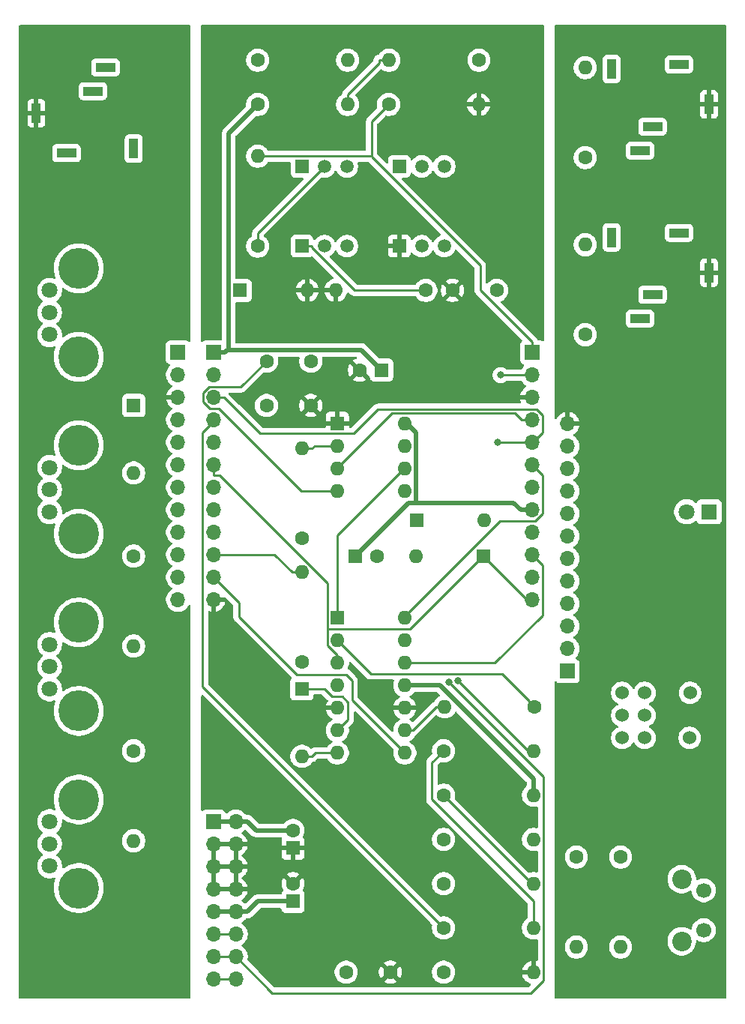
<source format=gbr>
G04 #@! TF.GenerationSoftware,KiCad,Pcbnew,9.0.0*
G04 #@! TF.CreationDate,2025-02-23T15:55:49-07:00*
G04 #@! TF.ProjectId,ADSR_Envelope_THT,41445352-5f45-46e7-9665-6c6f70655f54,rev?*
G04 #@! TF.SameCoordinates,Original*
G04 #@! TF.FileFunction,Copper,L2,Bot*
G04 #@! TF.FilePolarity,Positive*
%FSLAX46Y46*%
G04 Gerber Fmt 4.6, Leading zero omitted, Abs format (unit mm)*
G04 Created by KiCad (PCBNEW 9.0.0) date 2025-02-23 15:55:49*
%MOMM*%
%LPD*%
G01*
G04 APERTURE LIST*
G04 #@! TA.AperFunction,ComponentPad*
%ADD10C,1.600000*%
G04 #@! TD*
G04 #@! TA.AperFunction,ComponentPad*
%ADD11R,1.600000X1.600000*%
G04 #@! TD*
G04 #@! TA.AperFunction,ComponentPad*
%ADD12O,1.600000X1.600000*%
G04 #@! TD*
G04 #@! TA.AperFunction,ComponentPad*
%ADD13R,1.800000X1.800000*%
G04 #@! TD*
G04 #@! TA.AperFunction,ComponentPad*
%ADD14C,1.800000*%
G04 #@! TD*
G04 #@! TA.AperFunction,ComponentPad*
%ADD15R,1.000000X2.200000*%
G04 #@! TD*
G04 #@! TA.AperFunction,ComponentPad*
%ADD16R,2.200000X1.000000*%
G04 #@! TD*
G04 #@! TA.AperFunction,ComponentPad*
%ADD17R,1.700000X1.700000*%
G04 #@! TD*
G04 #@! TA.AperFunction,ComponentPad*
%ADD18O,1.700000X1.700000*%
G04 #@! TD*
G04 #@! TA.AperFunction,ComponentPad*
%ADD19R,1.520000X1.520000*%
G04 #@! TD*
G04 #@! TA.AperFunction,ComponentPad*
%ADD20C,1.520000*%
G04 #@! TD*
G04 #@! TA.AperFunction,ComponentPad*
%ADD21C,4.600000*%
G04 #@! TD*
G04 #@! TA.AperFunction,ComponentPad*
%ADD22C,1.524000*%
G04 #@! TD*
G04 #@! TA.AperFunction,ComponentPad*
%ADD23C,2.200000*%
G04 #@! TD*
G04 #@! TA.AperFunction,ComponentPad*
%ADD24C,1.700000*%
G04 #@! TD*
G04 #@! TA.AperFunction,ViaPad*
%ADD25C,0.800000*%
G04 #@! TD*
G04 #@! TA.AperFunction,Conductor*
%ADD26C,0.250000*%
G04 #@! TD*
G04 #@! TA.AperFunction,Conductor*
%ADD27C,0.500000*%
G04 #@! TD*
G04 APERTURE END LIST*
D10*
X49000000Y-30000000D03*
X54000000Y-30000000D03*
X37000000Y-107000000D03*
X42000000Y-107000000D03*
X28000000Y-43000000D03*
X33000000Y-43000000D03*
D11*
X41000000Y-39000000D03*
D10*
X38500000Y-39000000D03*
D11*
X38000000Y-60000000D03*
D10*
X40500000Y-60000000D03*
D11*
X31000000Y-93000000D03*
D10*
X31000000Y-91000000D03*
D11*
X13000000Y-43000000D03*
D12*
X13000000Y-50620000D03*
D11*
X25000000Y-30000000D03*
D12*
X32620000Y-30000000D03*
D11*
X45000000Y-56000000D03*
D12*
X52620000Y-56000000D03*
D11*
X32000000Y-75000000D03*
D12*
X32000000Y-82620000D03*
D13*
X78000000Y-55000000D03*
D14*
X75460000Y-55000000D03*
D15*
X2000000Y-10000000D03*
X13000000Y-14000000D03*
D16*
X5400000Y-14500000D03*
X8400000Y-7500000D03*
X9800000Y-4800000D03*
D15*
X78000000Y-28000000D03*
X67000000Y-24000000D03*
D16*
X74600000Y-23500000D03*
X71600000Y-30500000D03*
X70200000Y-33200000D03*
D17*
X22000000Y-90000000D03*
D18*
X24540000Y-90000000D03*
X22000000Y-92540000D03*
X24540000Y-92540000D03*
X22000000Y-95080000D03*
X24540000Y-95080000D03*
X22000000Y-97620000D03*
X24540000Y-97620000D03*
X22000000Y-100160000D03*
X24540000Y-100160000D03*
X22000000Y-102700000D03*
X24540000Y-102700000D03*
X22000000Y-105240000D03*
X24540000Y-105240000D03*
X22000000Y-107780000D03*
X24540000Y-107780000D03*
D15*
X78000000Y-9000000D03*
X67000000Y-5000000D03*
D16*
X74600000Y-4500000D03*
X71600000Y-11500000D03*
X70200000Y-14200000D03*
D19*
X43000000Y-16000000D03*
D20*
X45540000Y-16000000D03*
X48080000Y-16000000D03*
D19*
X43000000Y-25000000D03*
D20*
X45540000Y-25000000D03*
X48080000Y-25000000D03*
D19*
X32000000Y-16000000D03*
D20*
X34540000Y-16000000D03*
X37080000Y-16000000D03*
D19*
X32000000Y-25000000D03*
D20*
X34540000Y-25000000D03*
X37080000Y-25000000D03*
D10*
X13000000Y-60000000D03*
D12*
X13000000Y-70160000D03*
D10*
X52000000Y-4000000D03*
D12*
X41840000Y-4000000D03*
D10*
X32000000Y-58000000D03*
D12*
X32000000Y-47840000D03*
D10*
X63000000Y-94000000D03*
D12*
X63000000Y-104160000D03*
D10*
X48000000Y-92000000D03*
D12*
X58160000Y-92000000D03*
D10*
X27000000Y-4000000D03*
D12*
X37160000Y-4000000D03*
D10*
X27000000Y-9000000D03*
D12*
X37160000Y-9000000D03*
D10*
X48000000Y-82000000D03*
D12*
X58160000Y-82000000D03*
D10*
X68000000Y-94000000D03*
D12*
X68000000Y-104160000D03*
D10*
X48000000Y-102000000D03*
D12*
X58160000Y-102000000D03*
D10*
X48000000Y-107000000D03*
D12*
X58160000Y-107000000D03*
D10*
X27000000Y-25000000D03*
D12*
X27000000Y-14840000D03*
D10*
X13000000Y-82000000D03*
D12*
X13000000Y-92160000D03*
D10*
X41800000Y-9000000D03*
D12*
X51960000Y-9000000D03*
D10*
X46000000Y-30000000D03*
D12*
X35840000Y-30000000D03*
D10*
X64000000Y-35000000D03*
D12*
X64000000Y-24840000D03*
D10*
X58300000Y-77000000D03*
D12*
X48140000Y-77000000D03*
D10*
X48000000Y-97000000D03*
D12*
X58160000Y-97000000D03*
D10*
X48000000Y-87000000D03*
D12*
X58160000Y-87000000D03*
D10*
X32000000Y-72000000D03*
D12*
X32000000Y-61840000D03*
D21*
X6800000Y-77500000D03*
X6800000Y-67500000D03*
D14*
X3500000Y-70000000D03*
X3500000Y-72500000D03*
X3500000Y-75000000D03*
D21*
X6800000Y-57500000D03*
X6800000Y-47500000D03*
D14*
X3500000Y-50000000D03*
X3500000Y-52500000D03*
X3500000Y-55000000D03*
D21*
X6800000Y-37500000D03*
X6800000Y-27500000D03*
D14*
X3500000Y-30000000D03*
X3500000Y-32500000D03*
X3500000Y-35000000D03*
D21*
X6800000Y-97500000D03*
X6800000Y-87500000D03*
D14*
X3500000Y-90000000D03*
X3500000Y-92500000D03*
X3500000Y-95000000D03*
D22*
X75840000Y-75460000D03*
X75810000Y-80540000D03*
X70730000Y-75460000D03*
X70730000Y-78000000D03*
X70730000Y-80540000D03*
X68190000Y-75460000D03*
X68190000Y-78000000D03*
X68190000Y-80540000D03*
D11*
X36000000Y-67000000D03*
D12*
X36000000Y-69540000D03*
X36000000Y-72080000D03*
X36000000Y-74620000D03*
X36000000Y-77160000D03*
X36000000Y-79700000D03*
X36000000Y-82240000D03*
X43620000Y-82240000D03*
X43620000Y-79700000D03*
X43620000Y-77160000D03*
X43620000Y-74620000D03*
X43620000Y-72080000D03*
X43620000Y-69540000D03*
X43620000Y-67000000D03*
D11*
X36000000Y-45000000D03*
D12*
X36000000Y-47540000D03*
X36000000Y-50080000D03*
X36000000Y-52620000D03*
X43620000Y-52620000D03*
X43620000Y-50080000D03*
X43620000Y-47540000D03*
X43620000Y-45000000D03*
D17*
X62000000Y-73000000D03*
D18*
X62000000Y-70460000D03*
X62000000Y-67920000D03*
X62000000Y-65380000D03*
X62000000Y-62840000D03*
X62000000Y-60300000D03*
X62000000Y-57760000D03*
X62000000Y-55220000D03*
X62000000Y-52680000D03*
X62000000Y-50140000D03*
X62000000Y-47600000D03*
X62000000Y-45060000D03*
D17*
X18000000Y-37000000D03*
D18*
X18000000Y-39540000D03*
X18000000Y-42080000D03*
X18000000Y-44620000D03*
X18000000Y-47160000D03*
X18000000Y-49700000D03*
X18000000Y-52240000D03*
X18000000Y-54780000D03*
X18000000Y-57320000D03*
X18000000Y-59860000D03*
X18000000Y-62400000D03*
X18000000Y-64940000D03*
D17*
X58000000Y-37000000D03*
D18*
X58000000Y-39540000D03*
X58000000Y-42080000D03*
X58000000Y-44620000D03*
X58000000Y-47160000D03*
X58000000Y-49700000D03*
X58000000Y-52240000D03*
X58000000Y-54780000D03*
X58000000Y-57320000D03*
X58000000Y-59860000D03*
X58000000Y-62400000D03*
X58000000Y-64940000D03*
D10*
X64000000Y-15000000D03*
D12*
X64000000Y-4840000D03*
D17*
X22000000Y-37000000D03*
D18*
X22000000Y-39540000D03*
X22000000Y-42080000D03*
X22000000Y-44620000D03*
X22000000Y-47160000D03*
X22000000Y-49700000D03*
X22000000Y-52240000D03*
X22000000Y-54780000D03*
X22000000Y-57320000D03*
X22000000Y-59860000D03*
X22000000Y-62400000D03*
X22000000Y-64940000D03*
D23*
X74900000Y-96500000D03*
X74900000Y-103500000D03*
D24*
X77400000Y-97750000D03*
X77400000Y-102250000D03*
D10*
X28000000Y-38000000D03*
X33000000Y-38000000D03*
D11*
X52500000Y-60000000D03*
D12*
X44880000Y-60000000D03*
D11*
X31000000Y-99000000D03*
D10*
X31000000Y-97000000D03*
D25*
X50546000Y-41783000D03*
X21399500Y-1270000D03*
X29146500Y-108140500D03*
X50609500Y-37020500D03*
X58547000Y-1333500D03*
X21209000Y-87757000D03*
X50609500Y-32639000D03*
X48641000Y-74231500D03*
X54446010Y-39560500D03*
X54102000Y-47180500D03*
X49657000Y-74104500D03*
X1143000Y-108902500D03*
X1206500Y-1143000D03*
X18796000Y-108839000D03*
X18796000Y-1270000D03*
X78834000Y-95123000D03*
X61562000Y-108712000D03*
X64356000Y-58166000D03*
X64356000Y-51435000D03*
X78707000Y-52832000D03*
X78834000Y-57658000D03*
X78707000Y-108839000D03*
D26*
X37160000Y-9000000D02*
X37160000Y-7874700D01*
X40714700Y-4320000D02*
X40714700Y-4000000D01*
X37160000Y-7874700D02*
X40714700Y-4320000D01*
X31900200Y-52620000D02*
X22630200Y-43350000D01*
X21504000Y-40894200D02*
X25105800Y-40894200D01*
X41840000Y-4000000D02*
X40714700Y-4000000D01*
X25105800Y-40894200D02*
X28000000Y-38000000D01*
X22630200Y-43350000D02*
X21576300Y-43350000D01*
X36000000Y-52620000D02*
X31900200Y-52620000D01*
X21576300Y-43350000D02*
X20822100Y-42595800D01*
X20822100Y-42595800D02*
X20822100Y-41576100D01*
X20822100Y-41576100D02*
X21504000Y-40894200D01*
D27*
X38741400Y-36741400D02*
X23740600Y-36741400D01*
X23740600Y-36741400D02*
X23740600Y-12259400D01*
X22000000Y-100160000D02*
X24540000Y-100160000D01*
X43857000Y-45000000D02*
X44894500Y-46037500D01*
X23740600Y-12259400D02*
X27000000Y-9000000D01*
X24540000Y-100160000D02*
X25840300Y-100160000D01*
X44894500Y-53970100D02*
X44917300Y-53992900D01*
X22000000Y-37000000D02*
X23300300Y-37000000D01*
X23558900Y-36741400D02*
X23300300Y-37000000D01*
X56699700Y-54780000D02*
X55912600Y-53992900D01*
X41000000Y-39000000D02*
X38741400Y-36741400D01*
X44917300Y-53992900D02*
X44007100Y-53992900D01*
X44007100Y-53992900D02*
X38000000Y-60000000D01*
X43620000Y-45000000D02*
X43857000Y-45000000D01*
X27000300Y-99000000D02*
X25840300Y-100160000D01*
X58000000Y-54780000D02*
X56699700Y-54780000D01*
X31000000Y-99000000D02*
X27000300Y-99000000D01*
X23740600Y-36741400D02*
X23558900Y-36741400D01*
X55912600Y-53992900D02*
X44917300Y-53992900D01*
X44894500Y-46037500D02*
X44894500Y-53970100D01*
X47586000Y-74620000D02*
X58160000Y-85194000D01*
X24540000Y-90000000D02*
X25840300Y-90000000D01*
X31000000Y-91000000D02*
X26840300Y-91000000D01*
X22000000Y-90000000D02*
X24540000Y-90000000D01*
X58160000Y-85194000D02*
X58160000Y-87000000D01*
X43620000Y-74620000D02*
X47586000Y-74620000D01*
X26840300Y-91000000D02*
X25840300Y-90000000D01*
D26*
X46672500Y-87472600D02*
X46672500Y-83327500D01*
X58160000Y-98960100D02*
X46672500Y-87472600D01*
X58160000Y-102000000D02*
X58160000Y-98960100D01*
X46672500Y-83327500D02*
X48000000Y-82000000D01*
X22000000Y-107780000D02*
X24540000Y-107780000D01*
X22000000Y-102700000D02*
X24540000Y-102700000D01*
X32000000Y-47840000D02*
X33125300Y-47840000D01*
X36000000Y-47540000D02*
X33425300Y-47540000D01*
X33425300Y-47540000D02*
X33125300Y-47840000D01*
X33085300Y-25135800D02*
X33085300Y-25000000D01*
X32000000Y-25000000D02*
X33085300Y-25000000D01*
X37949500Y-30000000D02*
X33085300Y-25135800D01*
X46000000Y-30000000D02*
X37949500Y-30000000D01*
X43620000Y-79700000D02*
X44506000Y-79700000D01*
X58000000Y-97000000D02*
X58160000Y-97000000D01*
X48000000Y-87000000D02*
X58000000Y-97000000D01*
X47206000Y-77000000D02*
X48140000Y-77000000D01*
X44506000Y-79700000D02*
X47206000Y-77000000D01*
X44196000Y-68262500D02*
X52458500Y-60000000D01*
X34874700Y-68189000D02*
X34874700Y-70110800D01*
X34874700Y-70110800D02*
X36000000Y-71236100D01*
X22661100Y-50875300D02*
X34874700Y-63088900D01*
X34948200Y-68262500D02*
X44196000Y-68262500D01*
X34874700Y-68189000D02*
X34948200Y-68262500D01*
X52458500Y-60000000D02*
X52500000Y-60000000D01*
X22000000Y-49700000D02*
X22000000Y-50875300D01*
X34874700Y-63088900D02*
X34874700Y-68189000D01*
X58000000Y-64940000D02*
X57447000Y-64940000D01*
X52507000Y-60000000D02*
X52500000Y-60000000D01*
X36000000Y-71236100D02*
X36000000Y-72080000D01*
X22000000Y-50875300D02*
X22661100Y-50875300D01*
X57447000Y-64940000D02*
X52507000Y-60000000D01*
X27000000Y-23540000D02*
X27000000Y-25000000D01*
X34540000Y-16000000D02*
X27000000Y-23540000D01*
X33394500Y-75000000D02*
X32000000Y-75000000D01*
X34544000Y-74993500D02*
X33401000Y-74993500D01*
X36000000Y-79700000D02*
X36000000Y-79697000D01*
X36576000Y-75882500D02*
X35433000Y-75882500D01*
X36000000Y-79697000D02*
X37211000Y-78486000D01*
X37211000Y-76517500D02*
X36576000Y-75882500D01*
X33401000Y-74993500D02*
X33394500Y-75000000D01*
X35433000Y-75882500D02*
X34544000Y-74993500D01*
X37211000Y-78486000D02*
X37211000Y-76517500D01*
X32000000Y-82620000D02*
X33125300Y-82620000D01*
X36000000Y-82240000D02*
X33505300Y-82240000D01*
X33505300Y-82240000D02*
X33125300Y-82620000D01*
X59285001Y-107910499D02*
X59285001Y-84875501D01*
X28647000Y-109347000D02*
X57848500Y-109347000D01*
X22000000Y-105240000D02*
X24540000Y-105240000D01*
X59285001Y-84875501D02*
X48641000Y-74231500D01*
X58000000Y-39540000D02*
X54466510Y-39540000D01*
X57848500Y-109347000D02*
X59285001Y-107910499D01*
X24540000Y-105240000D02*
X28647000Y-109347000D01*
X54466510Y-39540000D02*
X54446010Y-39560500D01*
X27266100Y-46170800D02*
X23175300Y-42080000D01*
X40608900Y-43423000D02*
X37861100Y-46170800D01*
X59177900Y-44087000D02*
X58513900Y-43423000D01*
X58160000Y-82000000D02*
X57552500Y-82000000D01*
X57979500Y-47180500D02*
X58000000Y-47160000D01*
X59177900Y-46041600D02*
X59177900Y-44087000D01*
X37861100Y-46170800D02*
X27266100Y-46170800D01*
X57552500Y-82000000D02*
X49657000Y-74104500D01*
X58000000Y-47160000D02*
X58059500Y-47160000D01*
X23175300Y-42080000D02*
X22000000Y-42080000D01*
X58059500Y-47160000D02*
X59177900Y-46041600D01*
X58513900Y-43423000D02*
X40608900Y-43423000D01*
X54102000Y-47180500D02*
X57979500Y-47180500D01*
X22000000Y-44620000D02*
X22000000Y-44802000D01*
X20764500Y-46037500D02*
X20764500Y-74764500D01*
X20764500Y-74764500D02*
X48000000Y-102000000D01*
X22000000Y-44802000D02*
X20764500Y-46037500D01*
X43620000Y-50042500D02*
X36000000Y-57662500D01*
X57500001Y-76200001D02*
X58300000Y-77000000D01*
X43620000Y-50080000D02*
X43620000Y-50042500D01*
X39775998Y-73315998D02*
X54615998Y-73315998D01*
X36000000Y-57662500D02*
X36000000Y-67000000D01*
X28894700Y-59860000D02*
X30874700Y-61840000D01*
X22000000Y-59860000D02*
X28894700Y-59860000D01*
X54615998Y-73315998D02*
X57500001Y-76200001D01*
X32000000Y-61840000D02*
X30874700Y-61840000D01*
X36000000Y-69540000D02*
X39775998Y-73315998D01*
X24892000Y-66865500D02*
X24892000Y-65292000D01*
X37020500Y-73406000D02*
X31432500Y-73406000D01*
X43620000Y-82240000D02*
X37661011Y-76281011D01*
X37661011Y-76281011D02*
X37661011Y-74046511D01*
X24892000Y-65292000D02*
X22849999Y-63249999D01*
X37661011Y-74046511D02*
X37020500Y-73406000D01*
X31432500Y-73406000D02*
X24892000Y-66865500D01*
X22849999Y-63249999D02*
X22000000Y-62400000D01*
X41800000Y-9000000D02*
X39870100Y-10929900D01*
X58000000Y-37000000D02*
X58000000Y-35824700D01*
X39870100Y-14905000D02*
X52125400Y-27160300D01*
X39870100Y-10929900D02*
X39870100Y-14840000D01*
X52125400Y-29950100D02*
X58000000Y-35824700D01*
X27000000Y-14840000D02*
X39870100Y-14840000D01*
X39870100Y-14840000D02*
X39870100Y-14905000D01*
X52125400Y-27160300D02*
X52125400Y-29950100D01*
X42169100Y-43873400D02*
X56078100Y-43873400D01*
X56078100Y-43873400D02*
X56824700Y-44620000D01*
X56824700Y-44620000D02*
X58000000Y-44620000D01*
X36000000Y-50080000D02*
X36000000Y-50042500D01*
X36000000Y-50042500D02*
X42169100Y-43873400D01*
X58000000Y-49700000D02*
X58018500Y-49700000D01*
X58374600Y-56070500D02*
X54351300Y-56070500D01*
X59231900Y-50913400D02*
X59231900Y-55213200D01*
X43620000Y-66801800D02*
X43620000Y-67000000D01*
X58018500Y-49700000D02*
X59231900Y-50913400D01*
X54351300Y-56070500D02*
X43620000Y-66801800D01*
X59231900Y-55213200D02*
X58374600Y-56070500D01*
X59175400Y-66681600D02*
X53777000Y-72080000D01*
X53777000Y-72080000D02*
X43620000Y-72080000D01*
X58000000Y-59860000D02*
X58018500Y-59860000D01*
X59175400Y-61016900D02*
X59175400Y-66681600D01*
X58018500Y-59860000D02*
X59175400Y-61016900D01*
G04 #@! TA.AperFunction,Conductor*
G36*
X23406027Y-64706002D02*
G01*
X23427001Y-64722905D01*
X24221595Y-65517499D01*
X24255621Y-65579811D01*
X24258500Y-65606594D01*
X24258500Y-66803106D01*
X24258500Y-66927894D01*
X24282845Y-67050285D01*
X24330600Y-67165575D01*
X24399929Y-67269333D01*
X24399931Y-67269335D01*
X30815446Y-73684851D01*
X30849472Y-73747163D01*
X30844407Y-73817978D01*
X30827219Y-73849455D01*
X30749112Y-73953792D01*
X30749110Y-73953797D01*
X30698011Y-74090795D01*
X30698009Y-74090803D01*
X30691500Y-74151350D01*
X30691500Y-75848649D01*
X30698009Y-75909196D01*
X30698011Y-75909204D01*
X30749110Y-76046202D01*
X30749112Y-76046207D01*
X30836738Y-76163261D01*
X30953792Y-76250887D01*
X30953794Y-76250888D01*
X30953796Y-76250889D01*
X31012875Y-76272924D01*
X31090795Y-76301988D01*
X31090803Y-76301990D01*
X31151350Y-76308499D01*
X31151355Y-76308499D01*
X31151362Y-76308500D01*
X31151368Y-76308500D01*
X32848632Y-76308500D01*
X32848638Y-76308500D01*
X32848645Y-76308499D01*
X32848649Y-76308499D01*
X32909196Y-76301990D01*
X32909199Y-76301989D01*
X32909201Y-76301989D01*
X33046204Y-76250889D01*
X33163261Y-76163261D01*
X33250889Y-76046204D01*
X33301989Y-75909201D01*
X33303379Y-75896280D01*
X33308499Y-75848649D01*
X33308500Y-75848632D01*
X33308500Y-75759500D01*
X33309359Y-75756572D01*
X33308638Y-75753609D01*
X33319296Y-75722731D01*
X33328502Y-75691379D01*
X33330807Y-75689380D01*
X33331803Y-75686498D01*
X33357464Y-75666283D01*
X33382158Y-75644886D01*
X33385902Y-75643881D01*
X33387574Y-75642564D01*
X33399114Y-75640334D01*
X33422419Y-75634080D01*
X33428440Y-75633500D01*
X33456894Y-75633500D01*
X33483609Y-75628186D01*
X33489901Y-75627580D01*
X33492001Y-75627982D01*
X33501982Y-75627000D01*
X34229406Y-75627000D01*
X34297527Y-75647002D01*
X34318501Y-75663905D01*
X34909460Y-76254864D01*
X34943486Y-76317176D01*
X34938421Y-76387991D01*
X34922302Y-76418018D01*
X34881301Y-76474452D01*
X34787829Y-76657900D01*
X34787826Y-76657906D01*
X34724208Y-76853704D01*
X34715926Y-76906000D01*
X35688314Y-76906000D01*
X35679920Y-76914394D01*
X35627259Y-77005606D01*
X35600000Y-77107339D01*
X35600000Y-77212661D01*
X35627259Y-77314394D01*
X35679920Y-77405606D01*
X35688314Y-77414000D01*
X34715926Y-77414000D01*
X34724208Y-77466295D01*
X34787826Y-77662093D01*
X34787829Y-77662099D01*
X34881300Y-77845545D01*
X35002315Y-78012107D01*
X35002317Y-78012110D01*
X35147889Y-78157682D01*
X35147892Y-78157684D01*
X35314455Y-78278700D01*
X35390511Y-78317453D01*
X35442126Y-78366202D01*
X35459192Y-78435117D01*
X35436291Y-78502318D01*
X35390511Y-78541987D01*
X35314193Y-78580872D01*
X35147567Y-78701934D01*
X35147564Y-78701936D01*
X35001936Y-78847564D01*
X35001934Y-78847567D01*
X34880873Y-79014193D01*
X34787367Y-79197708D01*
X34787364Y-79197714D01*
X34723721Y-79393587D01*
X34723720Y-79393590D01*
X34723720Y-79393592D01*
X34691500Y-79597019D01*
X34691500Y-79802981D01*
X34723720Y-80006408D01*
X34723721Y-80006412D01*
X34784045Y-80192071D01*
X34787366Y-80202290D01*
X34880871Y-80385803D01*
X35001932Y-80552430D01*
X35001934Y-80552432D01*
X35001936Y-80552435D01*
X35147564Y-80698063D01*
X35147567Y-80698065D01*
X35147570Y-80698068D01*
X35314197Y-80819129D01*
X35389962Y-80857733D01*
X35441577Y-80906482D01*
X35458643Y-80975397D01*
X35435742Y-81042598D01*
X35389963Y-81082266D01*
X35342965Y-81106213D01*
X35314193Y-81120873D01*
X35147567Y-81241934D01*
X35147564Y-81241936D01*
X35001936Y-81387564D01*
X35001934Y-81387567D01*
X34880606Y-81554561D01*
X34824384Y-81597915D01*
X34778670Y-81606500D01*
X33442903Y-81606500D01*
X33369868Y-81621028D01*
X33320515Y-81630845D01*
X33320513Y-81630845D01*
X33320512Y-81630846D01*
X33205224Y-81678600D01*
X33113687Y-81739763D01*
X33045934Y-81760977D01*
X32977467Y-81742193D01*
X32954591Y-81724092D01*
X32852435Y-81621936D01*
X32852432Y-81621934D01*
X32852430Y-81621932D01*
X32685803Y-81500871D01*
X32502290Y-81407366D01*
X32502287Y-81407365D01*
X32502285Y-81407364D01*
X32306412Y-81343721D01*
X32306410Y-81343720D01*
X32306408Y-81343720D01*
X32102981Y-81311500D01*
X31897019Y-81311500D01*
X31693592Y-81343720D01*
X31693590Y-81343720D01*
X31693587Y-81343721D01*
X31497714Y-81407364D01*
X31497708Y-81407367D01*
X31314193Y-81500873D01*
X31147567Y-81621934D01*
X31147564Y-81621936D01*
X31001936Y-81767564D01*
X31001934Y-81767567D01*
X30880873Y-81934193D01*
X30787367Y-82117708D01*
X30787364Y-82117714D01*
X30723721Y-82313587D01*
X30723720Y-82313590D01*
X30723720Y-82313592D01*
X30691500Y-82517019D01*
X30691500Y-82722981D01*
X30723625Y-82925806D01*
X30723721Y-82926412D01*
X30786338Y-83119128D01*
X30787366Y-83122290D01*
X30880871Y-83305803D01*
X31001932Y-83472430D01*
X31001934Y-83472432D01*
X31001936Y-83472435D01*
X31147564Y-83618063D01*
X31147567Y-83618065D01*
X31147570Y-83618068D01*
X31314197Y-83739129D01*
X31497710Y-83832634D01*
X31693592Y-83896280D01*
X31897019Y-83928500D01*
X31897022Y-83928500D01*
X32102978Y-83928500D01*
X32102981Y-83928500D01*
X32306408Y-83896280D01*
X32502290Y-83832634D01*
X32685803Y-83739129D01*
X32852430Y-83618068D01*
X32998068Y-83472430D01*
X33119129Y-83305803D01*
X33119128Y-83305803D01*
X33122039Y-83301798D01*
X33123697Y-83303003D01*
X33169913Y-83261155D01*
X33200162Y-83251019D01*
X33310085Y-83229155D01*
X33425375Y-83181400D01*
X33529133Y-83112071D01*
X33730799Y-82910405D01*
X33793111Y-82876379D01*
X33819894Y-82873500D01*
X34778670Y-82873500D01*
X34846791Y-82893502D01*
X34880606Y-82925439D01*
X34881313Y-82926412D01*
X35001932Y-83092430D01*
X35001934Y-83092432D01*
X35001936Y-83092435D01*
X35147564Y-83238063D01*
X35147567Y-83238065D01*
X35147570Y-83238068D01*
X35314197Y-83359129D01*
X35497710Y-83452634D01*
X35693592Y-83516280D01*
X35897019Y-83548500D01*
X35897022Y-83548500D01*
X36102978Y-83548500D01*
X36102981Y-83548500D01*
X36306408Y-83516280D01*
X36502290Y-83452634D01*
X36685803Y-83359129D01*
X36852430Y-83238068D01*
X36998068Y-83092430D01*
X37119129Y-82925803D01*
X37212634Y-82742290D01*
X37276280Y-82546408D01*
X37308500Y-82342981D01*
X37308500Y-82137019D01*
X37276280Y-81933592D01*
X37212634Y-81737710D01*
X37119129Y-81554197D01*
X36998068Y-81387570D01*
X36998065Y-81387567D01*
X36998063Y-81387564D01*
X36852435Y-81241936D01*
X36852432Y-81241934D01*
X36852430Y-81241932D01*
X36685803Y-81120871D01*
X36610034Y-81082265D01*
X36558422Y-81033519D01*
X36541356Y-80964604D01*
X36564257Y-80897402D01*
X36610034Y-80857735D01*
X36685803Y-80819129D01*
X36852430Y-80698068D01*
X36998068Y-80552430D01*
X37119129Y-80385803D01*
X37212634Y-80202290D01*
X37276280Y-80006408D01*
X37308500Y-79802981D01*
X37308500Y-79597019D01*
X37276280Y-79393592D01*
X37276277Y-79393584D01*
X37275798Y-79390557D01*
X37284897Y-79320146D01*
X37311149Y-79281753D01*
X37703072Y-78889833D01*
X37772401Y-78786075D01*
X37820155Y-78670784D01*
X37844500Y-78548393D01*
X37844500Y-78423606D01*
X37844500Y-77664594D01*
X37864502Y-77596473D01*
X37918158Y-77549980D01*
X37988432Y-77539876D01*
X38053012Y-77569370D01*
X38059595Y-77575499D01*
X42308437Y-81824341D01*
X42342463Y-81886653D01*
X42343791Y-81933147D01*
X42343721Y-81933588D01*
X42343720Y-81933592D01*
X42311500Y-82137019D01*
X42311500Y-82342981D01*
X42339066Y-82517022D01*
X42343721Y-82546412D01*
X42401090Y-82722977D01*
X42407366Y-82742290D01*
X42499783Y-82923667D01*
X42500873Y-82925806D01*
X42501313Y-82926412D01*
X42621932Y-83092430D01*
X42621934Y-83092432D01*
X42621936Y-83092435D01*
X42767564Y-83238063D01*
X42767567Y-83238065D01*
X42767570Y-83238068D01*
X42934197Y-83359129D01*
X43117710Y-83452634D01*
X43313592Y-83516280D01*
X43517019Y-83548500D01*
X43517022Y-83548500D01*
X43722978Y-83548500D01*
X43722981Y-83548500D01*
X43926408Y-83516280D01*
X44122290Y-83452634D01*
X44305803Y-83359129D01*
X44472430Y-83238068D01*
X44618068Y-83092430D01*
X44739129Y-82925803D01*
X44832634Y-82742290D01*
X44896280Y-82546408D01*
X44928500Y-82342981D01*
X44928500Y-82137019D01*
X44896280Y-81933592D01*
X44832634Y-81737710D01*
X44739129Y-81554197D01*
X44618068Y-81387570D01*
X44618065Y-81387567D01*
X44618063Y-81387564D01*
X44472435Y-81241936D01*
X44472432Y-81241934D01*
X44472430Y-81241932D01*
X44305803Y-81120871D01*
X44230034Y-81082265D01*
X44178422Y-81033519D01*
X44161356Y-80964604D01*
X44184257Y-80897402D01*
X44230034Y-80857735D01*
X44305803Y-80819129D01*
X44472430Y-80698068D01*
X44618068Y-80552430D01*
X44739129Y-80385803D01*
X44785750Y-80294302D01*
X44828015Y-80246740D01*
X44909833Y-80192071D01*
X47106609Y-77995294D01*
X47168919Y-77961271D01*
X47239734Y-77966335D01*
X47284797Y-77995296D01*
X47287564Y-77998063D01*
X47287567Y-77998065D01*
X47287570Y-77998068D01*
X47454197Y-78119129D01*
X47637710Y-78212634D01*
X47833592Y-78276280D01*
X48037019Y-78308500D01*
X48037022Y-78308500D01*
X48242978Y-78308500D01*
X48242981Y-78308500D01*
X48446408Y-78276280D01*
X48642290Y-78212634D01*
X48825803Y-78119129D01*
X48992430Y-77998068D01*
X49138068Y-77852430D01*
X49259129Y-77685803D01*
X49288408Y-77628339D01*
X49337153Y-77576727D01*
X49406068Y-77559660D01*
X49473270Y-77582560D01*
X49489768Y-77596449D01*
X57364595Y-85471276D01*
X57398621Y-85533588D01*
X57401500Y-85560371D01*
X57401500Y-85869487D01*
X57381498Y-85937608D01*
X57349562Y-85971422D01*
X57307570Y-86001931D01*
X57307564Y-86001936D01*
X57161936Y-86147564D01*
X57161934Y-86147567D01*
X57040873Y-86314193D01*
X56947367Y-86497708D01*
X56947364Y-86497714D01*
X56883721Y-86693587D01*
X56883720Y-86693590D01*
X56883720Y-86693592D01*
X56851500Y-86897019D01*
X56851500Y-87102981D01*
X56883720Y-87306408D01*
X56883721Y-87306412D01*
X56901859Y-87362236D01*
X56947366Y-87502290D01*
X57040871Y-87685803D01*
X57161932Y-87852430D01*
X57161934Y-87852432D01*
X57161936Y-87852435D01*
X57307564Y-87998063D01*
X57307567Y-87998065D01*
X57307570Y-87998068D01*
X57474197Y-88119129D01*
X57657710Y-88212634D01*
X57853592Y-88276280D01*
X58057019Y-88308500D01*
X58057022Y-88308500D01*
X58262978Y-88308500D01*
X58262981Y-88308500D01*
X58466408Y-88276280D01*
X58486563Y-88269730D01*
X58557529Y-88267701D01*
X58618328Y-88304362D01*
X58649655Y-88368073D01*
X58651501Y-88389563D01*
X58651501Y-90610436D01*
X58631499Y-90678557D01*
X58577843Y-90725050D01*
X58507569Y-90735154D01*
X58486565Y-90730269D01*
X58466412Y-90723721D01*
X58466415Y-90723721D01*
X58428539Y-90717722D01*
X58262981Y-90691500D01*
X58057019Y-90691500D01*
X57853592Y-90723720D01*
X57853590Y-90723720D01*
X57853587Y-90723721D01*
X57657714Y-90787364D01*
X57657708Y-90787367D01*
X57474193Y-90880873D01*
X57307567Y-91001934D01*
X57307564Y-91001936D01*
X57161936Y-91147564D01*
X57161934Y-91147567D01*
X57040873Y-91314193D01*
X56947367Y-91497708D01*
X56947364Y-91497714D01*
X56883721Y-91693587D01*
X56883720Y-91693590D01*
X56883720Y-91693592D01*
X56851500Y-91897019D01*
X56851500Y-92102981D01*
X56880488Y-92286000D01*
X56883721Y-92306412D01*
X56938230Y-92474174D01*
X56947366Y-92502290D01*
X57040871Y-92685803D01*
X57161932Y-92852430D01*
X57161934Y-92852432D01*
X57161936Y-92852435D01*
X57307564Y-92998063D01*
X57307567Y-92998065D01*
X57307570Y-92998068D01*
X57474197Y-93119129D01*
X57657710Y-93212634D01*
X57853592Y-93276280D01*
X58057019Y-93308500D01*
X58057022Y-93308500D01*
X58262978Y-93308500D01*
X58262981Y-93308500D01*
X58466408Y-93276280D01*
X58486563Y-93269730D01*
X58557529Y-93267701D01*
X58618328Y-93304362D01*
X58649655Y-93368073D01*
X58651501Y-93389563D01*
X58651501Y-95610436D01*
X58631499Y-95678557D01*
X58577843Y-95725050D01*
X58507569Y-95735154D01*
X58486565Y-95730269D01*
X58466412Y-95723721D01*
X58466415Y-95723721D01*
X58428539Y-95717722D01*
X58262981Y-95691500D01*
X58057019Y-95691500D01*
X57853592Y-95723720D01*
X57853586Y-95723721D01*
X57750435Y-95757237D01*
X57679467Y-95759264D01*
X57622404Y-95726499D01*
X49311563Y-87415659D01*
X49277537Y-87353347D01*
X49276209Y-87306853D01*
X49276278Y-87306411D01*
X49276280Y-87306408D01*
X49308500Y-87102981D01*
X49308500Y-86897019D01*
X49276280Y-86693592D01*
X49212634Y-86497710D01*
X49119129Y-86314197D01*
X48998068Y-86147570D01*
X48998065Y-86147567D01*
X48998063Y-86147564D01*
X48852435Y-86001936D01*
X48852432Y-86001934D01*
X48852430Y-86001932D01*
X48726999Y-85910802D01*
X48685806Y-85880873D01*
X48685805Y-85880872D01*
X48685803Y-85880871D01*
X48502290Y-85787366D01*
X48502287Y-85787365D01*
X48502285Y-85787364D01*
X48306412Y-85723721D01*
X48306410Y-85723720D01*
X48306408Y-85723720D01*
X48102981Y-85691500D01*
X47897019Y-85691500D01*
X47693592Y-85723720D01*
X47693590Y-85723720D01*
X47693587Y-85723721D01*
X47497714Y-85787364D01*
X47497702Y-85787369D01*
X47489202Y-85791701D01*
X47419426Y-85804805D01*
X47353641Y-85778105D01*
X47312735Y-85720077D01*
X47306000Y-85679434D01*
X47306000Y-83642094D01*
X47326002Y-83573973D01*
X47342899Y-83553004D01*
X47584343Y-83311560D01*
X47646652Y-83277538D01*
X47693146Y-83276209D01*
X47693589Y-83276279D01*
X47693592Y-83276280D01*
X47897019Y-83308500D01*
X47897022Y-83308500D01*
X48102978Y-83308500D01*
X48102981Y-83308500D01*
X48306408Y-83276280D01*
X48502290Y-83212634D01*
X48685803Y-83119129D01*
X48852430Y-82998068D01*
X48998068Y-82852430D01*
X49119129Y-82685803D01*
X49212634Y-82502290D01*
X49276280Y-82306408D01*
X49308500Y-82102981D01*
X49308500Y-81897019D01*
X49276280Y-81693592D01*
X49212634Y-81497710D01*
X49119129Y-81314197D01*
X48998068Y-81147570D01*
X48998065Y-81147567D01*
X48998063Y-81147564D01*
X48852435Y-81001936D01*
X48852432Y-81001934D01*
X48852430Y-81001932D01*
X48685803Y-80880871D01*
X48502290Y-80787366D01*
X48502287Y-80787365D01*
X48502285Y-80787364D01*
X48306412Y-80723721D01*
X48306410Y-80723720D01*
X48306408Y-80723720D01*
X48102981Y-80691500D01*
X47897019Y-80691500D01*
X47693592Y-80723720D01*
X47693590Y-80723720D01*
X47693587Y-80723721D01*
X47497714Y-80787364D01*
X47497708Y-80787367D01*
X47314193Y-80880873D01*
X47147567Y-81001934D01*
X47147564Y-81001936D01*
X47001936Y-81147564D01*
X47001934Y-81147567D01*
X46880873Y-81314193D01*
X46787367Y-81497708D01*
X46787364Y-81497714D01*
X46723721Y-81693587D01*
X46723720Y-81693590D01*
X46723720Y-81693592D01*
X46691500Y-81897019D01*
X46691500Y-82102981D01*
X46696892Y-82137022D01*
X46723790Y-82306850D01*
X46714690Y-82377261D01*
X46688437Y-82415656D01*
X46268667Y-82835429D01*
X46180427Y-82923669D01*
X46180426Y-82923671D01*
X46130716Y-82998068D01*
X46111100Y-83027425D01*
X46063345Y-83142715D01*
X46055650Y-83181400D01*
X46039000Y-83265103D01*
X46039000Y-83265106D01*
X46039000Y-87410206D01*
X46039000Y-87534994D01*
X46063345Y-87657385D01*
X46111100Y-87772675D01*
X46180429Y-87876433D01*
X46180431Y-87876435D01*
X57489595Y-99185599D01*
X57523621Y-99247911D01*
X57526500Y-99274694D01*
X57526500Y-100778670D01*
X57506498Y-100846791D01*
X57474561Y-100880606D01*
X57307567Y-101001934D01*
X57307564Y-101001936D01*
X57161936Y-101147564D01*
X57161934Y-101147567D01*
X57040873Y-101314193D01*
X56947367Y-101497708D01*
X56947364Y-101497714D01*
X56883721Y-101693587D01*
X56883720Y-101693590D01*
X56883720Y-101693592D01*
X56851500Y-101897019D01*
X56851500Y-102102981D01*
X56883720Y-102306408D01*
X56883721Y-102306412D01*
X56908243Y-102381884D01*
X56947366Y-102502290D01*
X57040871Y-102685803D01*
X57161932Y-102852430D01*
X57161934Y-102852432D01*
X57161936Y-102852435D01*
X57307564Y-102998063D01*
X57307567Y-102998065D01*
X57307570Y-102998068D01*
X57474197Y-103119129D01*
X57657710Y-103212634D01*
X57853592Y-103276280D01*
X58057019Y-103308500D01*
X58057022Y-103308500D01*
X58262978Y-103308500D01*
X58262981Y-103308500D01*
X58466408Y-103276280D01*
X58486563Y-103269730D01*
X58557529Y-103267701D01*
X58618328Y-103304362D01*
X58649655Y-103368073D01*
X58651501Y-103389563D01*
X58651501Y-105610961D01*
X58631499Y-105679082D01*
X58577843Y-105725575D01*
X58507569Y-105735679D01*
X58486567Y-105730795D01*
X58466292Y-105724207D01*
X58414000Y-105715925D01*
X58414000Y-106688314D01*
X58405606Y-106679920D01*
X58314394Y-106627259D01*
X58212661Y-106600000D01*
X58107339Y-106600000D01*
X58005606Y-106627259D01*
X57914394Y-106679920D01*
X57906000Y-106688314D01*
X57906000Y-105715925D01*
X57853704Y-105724208D01*
X57657906Y-105787826D01*
X57657900Y-105787829D01*
X57474454Y-105881300D01*
X57307892Y-106002315D01*
X57307889Y-106002317D01*
X57162317Y-106147889D01*
X57162315Y-106147892D01*
X57041300Y-106314454D01*
X56947829Y-106497900D01*
X56947826Y-106497906D01*
X56884208Y-106693704D01*
X56875926Y-106746000D01*
X57848314Y-106746000D01*
X57839920Y-106754394D01*
X57787259Y-106845606D01*
X57760000Y-106947339D01*
X57760000Y-107052661D01*
X57787259Y-107154394D01*
X57839920Y-107245606D01*
X57848314Y-107254000D01*
X56875926Y-107254000D01*
X56884208Y-107306295D01*
X56947826Y-107502093D01*
X56947829Y-107502099D01*
X57041300Y-107685545D01*
X57162315Y-107852107D01*
X57162317Y-107852110D01*
X57307889Y-107997682D01*
X57307892Y-107997684D01*
X57474454Y-108118699D01*
X57657900Y-108212170D01*
X57657906Y-108212173D01*
X57786538Y-108253968D01*
X57845144Y-108294041D01*
X57872781Y-108359438D01*
X57860674Y-108429395D01*
X57836698Y-108462896D01*
X57623001Y-108676595D01*
X57560689Y-108710620D01*
X57533905Y-108713500D01*
X28961594Y-108713500D01*
X28893473Y-108693498D01*
X28872499Y-108676595D01*
X27092923Y-106897019D01*
X35691500Y-106897019D01*
X35691500Y-107102981D01*
X35723720Y-107306408D01*
X35787366Y-107502290D01*
X35880871Y-107685803D01*
X36001932Y-107852430D01*
X36001934Y-107852432D01*
X36001936Y-107852435D01*
X36147564Y-107998063D01*
X36147567Y-107998065D01*
X36147570Y-107998068D01*
X36314197Y-108119129D01*
X36497710Y-108212634D01*
X36693592Y-108276280D01*
X36897019Y-108308500D01*
X36897022Y-108308500D01*
X37102978Y-108308500D01*
X37102981Y-108308500D01*
X37306408Y-108276280D01*
X37502290Y-108212634D01*
X37685803Y-108119129D01*
X37852430Y-107998068D01*
X37852816Y-107997682D01*
X37900033Y-107950466D01*
X37998063Y-107852435D01*
X37998068Y-107852430D01*
X38119129Y-107685803D01*
X38212634Y-107502290D01*
X38276280Y-107306408D01*
X38308500Y-107102981D01*
X38308500Y-106897061D01*
X40692000Y-106897061D01*
X40692000Y-107102938D01*
X40724208Y-107306296D01*
X40787826Y-107502093D01*
X40787829Y-107502099D01*
X40881297Y-107685540D01*
X40881298Y-107685541D01*
X40912416Y-107728372D01*
X41600000Y-107040788D01*
X41600000Y-107052661D01*
X41627259Y-107154394D01*
X41679920Y-107245606D01*
X41754394Y-107320080D01*
X41845606Y-107372741D01*
X41947339Y-107400000D01*
X41959210Y-107400000D01*
X41271626Y-108087582D01*
X41271626Y-108087583D01*
X41314454Y-108118699D01*
X41497900Y-108212170D01*
X41497906Y-108212173D01*
X41693705Y-108275791D01*
X41693701Y-108275791D01*
X41897061Y-108308000D01*
X42102939Y-108308000D01*
X42306296Y-108275791D01*
X42502093Y-108212173D01*
X42502099Y-108212170D01*
X42685541Y-108118701D01*
X42728372Y-108087582D01*
X42728372Y-108087581D01*
X42040791Y-107400000D01*
X42052661Y-107400000D01*
X42154394Y-107372741D01*
X42245606Y-107320080D01*
X42320080Y-107245606D01*
X42372741Y-107154394D01*
X42400000Y-107052661D01*
X42400000Y-107040791D01*
X43087581Y-107728372D01*
X43087582Y-107728372D01*
X43118701Y-107685541D01*
X43212170Y-107502099D01*
X43212173Y-107502093D01*
X43275791Y-107306296D01*
X43308000Y-107102938D01*
X43308000Y-106897061D01*
X43307993Y-106897019D01*
X46691500Y-106897019D01*
X46691500Y-107102981D01*
X46723720Y-107306408D01*
X46787366Y-107502290D01*
X46880871Y-107685803D01*
X47001932Y-107852430D01*
X47001934Y-107852432D01*
X47001936Y-107852435D01*
X47147564Y-107998063D01*
X47147567Y-107998065D01*
X47147570Y-107998068D01*
X47314197Y-108119129D01*
X47497710Y-108212634D01*
X47693592Y-108276280D01*
X47897019Y-108308500D01*
X47897022Y-108308500D01*
X48102978Y-108308500D01*
X48102981Y-108308500D01*
X48306408Y-108276280D01*
X48502290Y-108212634D01*
X48685803Y-108119129D01*
X48852430Y-107998068D01*
X48998068Y-107852430D01*
X49119129Y-107685803D01*
X49212634Y-107502290D01*
X49276280Y-107306408D01*
X49308500Y-107102981D01*
X49308500Y-106897019D01*
X49276280Y-106693592D01*
X49212634Y-106497710D01*
X49119129Y-106314197D01*
X48998068Y-106147570D01*
X48998065Y-106147567D01*
X48998063Y-106147564D01*
X48852435Y-106001936D01*
X48852432Y-106001934D01*
X48852430Y-106001932D01*
X48686395Y-105881301D01*
X48685806Y-105880873D01*
X48685805Y-105880872D01*
X48685803Y-105880871D01*
X48502290Y-105787366D01*
X48502287Y-105787365D01*
X48502285Y-105787364D01*
X48306412Y-105723721D01*
X48306410Y-105723720D01*
X48306408Y-105723720D01*
X48102981Y-105691500D01*
X47897019Y-105691500D01*
X47693592Y-105723720D01*
X47693590Y-105723720D01*
X47693587Y-105723721D01*
X47497714Y-105787364D01*
X47497708Y-105787367D01*
X47314193Y-105880873D01*
X47147567Y-106001934D01*
X47147564Y-106001936D01*
X47001936Y-106147564D01*
X47001934Y-106147567D01*
X46880873Y-106314193D01*
X46787367Y-106497708D01*
X46787364Y-106497714D01*
X46723721Y-106693587D01*
X46723720Y-106693590D01*
X46723720Y-106693592D01*
X46691500Y-106897019D01*
X43307993Y-106897019D01*
X43275791Y-106693703D01*
X43212173Y-106497906D01*
X43212170Y-106497900D01*
X43118699Y-106314454D01*
X43087583Y-106271626D01*
X43087582Y-106271626D01*
X42400000Y-106959208D01*
X42400000Y-106947339D01*
X42372741Y-106845606D01*
X42320080Y-106754394D01*
X42245606Y-106679920D01*
X42154394Y-106627259D01*
X42052661Y-106600000D01*
X42040790Y-106600000D01*
X42728372Y-105912416D01*
X42685541Y-105881298D01*
X42685540Y-105881297D01*
X42502099Y-105787829D01*
X42502093Y-105787826D01*
X42306294Y-105724208D01*
X42306298Y-105724208D01*
X42102939Y-105692000D01*
X41897061Y-105692000D01*
X41693703Y-105724208D01*
X41497906Y-105787826D01*
X41497900Y-105787829D01*
X41314452Y-105881301D01*
X41271625Y-105912416D01*
X41959209Y-106600000D01*
X41947339Y-106600000D01*
X41845606Y-106627259D01*
X41754394Y-106679920D01*
X41679920Y-106754394D01*
X41627259Y-106845606D01*
X41600000Y-106947339D01*
X41600000Y-106959209D01*
X40912416Y-106271625D01*
X40881301Y-106314452D01*
X40787829Y-106497900D01*
X40787826Y-106497906D01*
X40724208Y-106693703D01*
X40692000Y-106897061D01*
X38308500Y-106897061D01*
X38308500Y-106897019D01*
X38276280Y-106693592D01*
X38212634Y-106497710D01*
X38119129Y-106314197D01*
X37998068Y-106147570D01*
X37998065Y-106147567D01*
X37998063Y-106147564D01*
X37852435Y-106001936D01*
X37852432Y-106001934D01*
X37852430Y-106001932D01*
X37686395Y-105881301D01*
X37685806Y-105880873D01*
X37685805Y-105880872D01*
X37685803Y-105880871D01*
X37502290Y-105787366D01*
X37502287Y-105787365D01*
X37502285Y-105787364D01*
X37306412Y-105723721D01*
X37306410Y-105723720D01*
X37306408Y-105723720D01*
X37102981Y-105691500D01*
X36897019Y-105691500D01*
X36693592Y-105723720D01*
X36693590Y-105723720D01*
X36693587Y-105723721D01*
X36497714Y-105787364D01*
X36497708Y-105787367D01*
X36314193Y-105880873D01*
X36147567Y-106001934D01*
X36147564Y-106001936D01*
X36001936Y-106147564D01*
X36001934Y-106147567D01*
X35880873Y-106314193D01*
X35787367Y-106497708D01*
X35787364Y-106497714D01*
X35723721Y-106693587D01*
X35723720Y-106693590D01*
X35723720Y-106693592D01*
X35691500Y-106897019D01*
X27092923Y-106897019D01*
X25892418Y-105696514D01*
X25858392Y-105634202D01*
X25861683Y-105568475D01*
X25865047Y-105558122D01*
X25865046Y-105558122D01*
X25865049Y-105558116D01*
X25898500Y-105346916D01*
X25898500Y-105133084D01*
X25865049Y-104921884D01*
X25798972Y-104718517D01*
X25701894Y-104527991D01*
X25576206Y-104354996D01*
X25576203Y-104354993D01*
X25576201Y-104354990D01*
X25425009Y-104203798D01*
X25425006Y-104203796D01*
X25425004Y-104203794D01*
X25252009Y-104078106D01*
X25252007Y-104078105D01*
X25250920Y-104077439D01*
X25250591Y-104077075D01*
X25248004Y-104075196D01*
X25248398Y-104074652D01*
X25203283Y-104024796D01*
X25191670Y-103954756D01*
X25219766Y-103889555D01*
X25248130Y-103864978D01*
X25248004Y-103864804D01*
X25250030Y-103863331D01*
X25250920Y-103862561D01*
X25251997Y-103861899D01*
X25252009Y-103861894D01*
X25425004Y-103736206D01*
X25576206Y-103585004D01*
X25701894Y-103412009D01*
X25798972Y-103221483D01*
X25865049Y-103018116D01*
X25898500Y-102806916D01*
X25898500Y-102593084D01*
X25865049Y-102381884D01*
X25798972Y-102178517D01*
X25701894Y-101987991D01*
X25576206Y-101814996D01*
X25576203Y-101814993D01*
X25576201Y-101814990D01*
X25425009Y-101663798D01*
X25425006Y-101663796D01*
X25425004Y-101663794D01*
X25252009Y-101538106D01*
X25252007Y-101538105D01*
X25250920Y-101537439D01*
X25250591Y-101537075D01*
X25248004Y-101535196D01*
X25248398Y-101534652D01*
X25203283Y-101484796D01*
X25191670Y-101414756D01*
X25219766Y-101349555D01*
X25248130Y-101324978D01*
X25248004Y-101324804D01*
X25250030Y-101323331D01*
X25250920Y-101322561D01*
X25251997Y-101321899D01*
X25252009Y-101321894D01*
X25425004Y-101196206D01*
X25576206Y-101045004D01*
X25630380Y-100970438D01*
X25686602Y-100927085D01*
X25732316Y-100918500D01*
X25915001Y-100918500D01*
X25915005Y-100918500D01*
X25915006Y-100918500D01*
X25988276Y-100903925D01*
X26061547Y-100889351D01*
X26199584Y-100832174D01*
X26323815Y-100749166D01*
X27277576Y-99795405D01*
X27339888Y-99761379D01*
X27366671Y-99758500D01*
X29568629Y-99758500D01*
X29636750Y-99778502D01*
X29683243Y-99832158D01*
X29693907Y-99871032D01*
X29698009Y-99909196D01*
X29698011Y-99909204D01*
X29749110Y-100046202D01*
X29749112Y-100046207D01*
X29836738Y-100163261D01*
X29953792Y-100250887D01*
X29953794Y-100250888D01*
X29953796Y-100250889D01*
X29996766Y-100266916D01*
X30090795Y-100301988D01*
X30090803Y-100301990D01*
X30151350Y-100308499D01*
X30151355Y-100308499D01*
X30151362Y-100308500D01*
X30151368Y-100308500D01*
X31848632Y-100308500D01*
X31848638Y-100308500D01*
X31848645Y-100308499D01*
X31848649Y-100308499D01*
X31909196Y-100301990D01*
X31909199Y-100301989D01*
X31909201Y-100301989D01*
X32046204Y-100250889D01*
X32163261Y-100163261D01*
X32250889Y-100046204D01*
X32301989Y-99909201D01*
X32306093Y-99871032D01*
X32308499Y-99848649D01*
X32308500Y-99848632D01*
X32308500Y-98151367D01*
X32308499Y-98151350D01*
X32301990Y-98090803D01*
X32301988Y-98090795D01*
X32250889Y-97953797D01*
X32250887Y-97953792D01*
X32163261Y-97836738D01*
X32160149Y-97834409D01*
X32157817Y-97831294D01*
X32156889Y-97830366D01*
X32157022Y-97830232D01*
X32117602Y-97777573D01*
X32112538Y-97706757D01*
X32123391Y-97676338D01*
X32212170Y-97502099D01*
X32212173Y-97502093D01*
X32275791Y-97306296D01*
X32308000Y-97102938D01*
X32308000Y-96897061D01*
X32275791Y-96693703D01*
X32212173Y-96497906D01*
X32212170Y-96497900D01*
X32118699Y-96314454D01*
X32087583Y-96271626D01*
X32087581Y-96271626D01*
X31400000Y-96959207D01*
X31400000Y-96947339D01*
X31372741Y-96845606D01*
X31320080Y-96754394D01*
X31245606Y-96679920D01*
X31154394Y-96627259D01*
X31052661Y-96600000D01*
X31040790Y-96600000D01*
X31728372Y-95912416D01*
X31685541Y-95881298D01*
X31685540Y-95881297D01*
X31502099Y-95787829D01*
X31502093Y-95787826D01*
X31306294Y-95724208D01*
X31306298Y-95724208D01*
X31102939Y-95692000D01*
X30897061Y-95692000D01*
X30693703Y-95724208D01*
X30497906Y-95787826D01*
X30497900Y-95787829D01*
X30314452Y-95881301D01*
X30271625Y-95912416D01*
X30959209Y-96600000D01*
X30947339Y-96600000D01*
X30845606Y-96627259D01*
X30754394Y-96679920D01*
X30679920Y-96754394D01*
X30627259Y-96845606D01*
X30600000Y-96947339D01*
X30600000Y-96959211D01*
X29912415Y-96271626D01*
X29881301Y-96314452D01*
X29787829Y-96497900D01*
X29787826Y-96497906D01*
X29724208Y-96693703D01*
X29692000Y-96897061D01*
X29692000Y-97102938D01*
X29724208Y-97306296D01*
X29787826Y-97502093D01*
X29787829Y-97502099D01*
X29876608Y-97676338D01*
X29889712Y-97746115D01*
X29863012Y-97811900D01*
X29839857Y-97834404D01*
X29836739Y-97836738D01*
X29749112Y-97953792D01*
X29749110Y-97953797D01*
X29698011Y-98090795D01*
X29698009Y-98090803D01*
X29693907Y-98128968D01*
X29666738Y-98194561D01*
X29608420Y-98235052D01*
X29568629Y-98241500D01*
X26925590Y-98241500D01*
X26779053Y-98270649D01*
X26779050Y-98270650D01*
X26641016Y-98327826D01*
X26516783Y-98410835D01*
X25703509Y-99224109D01*
X25641197Y-99258134D01*
X25570381Y-99253069D01*
X25525319Y-99224108D01*
X25425009Y-99123798D01*
X25425006Y-99123796D01*
X25425004Y-99123794D01*
X25355806Y-99073518D01*
X25252006Y-98998103D01*
X25250427Y-98997136D01*
X25249952Y-98996611D01*
X25248004Y-98995196D01*
X25248301Y-98994786D01*
X25202797Y-98944488D01*
X25191191Y-98874446D01*
X25219296Y-98809249D01*
X25247844Y-98784516D01*
X25247742Y-98784376D01*
X25249382Y-98783184D01*
X25250448Y-98782261D01*
X25251754Y-98781460D01*
X25424679Y-98655822D01*
X25575822Y-98504679D01*
X25701463Y-98331750D01*
X25798506Y-98141292D01*
X25798509Y-98141286D01*
X25864559Y-97938004D01*
X25874698Y-97874000D01*
X24970703Y-97874000D01*
X25005925Y-97812993D01*
X25040000Y-97685826D01*
X25040000Y-97554174D01*
X25005925Y-97427007D01*
X24970703Y-97366000D01*
X25874697Y-97366000D01*
X25864559Y-97301995D01*
X25798509Y-97098713D01*
X25798506Y-97098707D01*
X25701463Y-96908249D01*
X25575822Y-96735320D01*
X25424679Y-96584177D01*
X25251748Y-96458534D01*
X25249955Y-96457436D01*
X25249415Y-96456840D01*
X25247742Y-96455624D01*
X25247997Y-96455272D01*
X25202321Y-96404791D01*
X25190710Y-96334750D01*
X25218810Y-96269551D01*
X25247789Y-96244440D01*
X25247742Y-96244376D01*
X25248496Y-96243827D01*
X25249955Y-96242564D01*
X25251748Y-96241465D01*
X25424679Y-96115822D01*
X25575819Y-95964682D01*
X25575821Y-95964679D01*
X25632713Y-95886376D01*
X25632713Y-95886375D01*
X25701465Y-95791746D01*
X25798506Y-95601292D01*
X25798509Y-95601286D01*
X25864559Y-95398004D01*
X25874698Y-95334000D01*
X24970703Y-95334000D01*
X25005925Y-95272993D01*
X25040000Y-95145826D01*
X25040000Y-95014174D01*
X25005925Y-94887007D01*
X24970703Y-94826000D01*
X25874697Y-94826000D01*
X25864559Y-94761995D01*
X25798509Y-94558713D01*
X25798506Y-94558707D01*
X25701463Y-94368249D01*
X25575822Y-94195320D01*
X25424679Y-94044177D01*
X25251748Y-93918534D01*
X25249955Y-93917436D01*
X25249415Y-93916840D01*
X25247742Y-93915624D01*
X25247997Y-93915272D01*
X25202321Y-93864791D01*
X25190710Y-93794750D01*
X25218810Y-93729551D01*
X25247789Y-93704440D01*
X25247742Y-93704376D01*
X25248496Y-93703827D01*
X25249955Y-93702564D01*
X25251748Y-93701465D01*
X25424679Y-93575822D01*
X25575822Y-93424679D01*
X25701465Y-93251747D01*
X25756056Y-93144607D01*
X25756056Y-93144606D01*
X25798506Y-93061292D01*
X25798509Y-93061286D01*
X25864559Y-92858004D01*
X25874698Y-92794000D01*
X24970703Y-92794000D01*
X25005925Y-92732993D01*
X25040000Y-92605826D01*
X25040000Y-92474174D01*
X25005925Y-92347007D01*
X24970703Y-92286000D01*
X25874697Y-92286000D01*
X25864559Y-92221995D01*
X25798509Y-92018713D01*
X25798506Y-92018707D01*
X25701463Y-91828249D01*
X25575822Y-91655320D01*
X25424679Y-91504177D01*
X25251749Y-91378535D01*
X25250433Y-91377729D01*
X25250037Y-91377291D01*
X25247742Y-91375624D01*
X25248092Y-91375141D01*
X25202800Y-91325084D01*
X25191190Y-91255043D01*
X25219291Y-91189844D01*
X25248076Y-91164903D01*
X25248004Y-91164804D01*
X25249158Y-91163965D01*
X25250441Y-91162854D01*
X25251992Y-91161902D01*
X25252009Y-91161894D01*
X25425004Y-91036206D01*
X25459278Y-91001932D01*
X25525320Y-90935891D01*
X25587632Y-90901865D01*
X25658447Y-90906930D01*
X25703510Y-90935891D01*
X26251135Y-91483516D01*
X26356784Y-91589165D01*
X26481016Y-91672174D01*
X26619054Y-91729351D01*
X26765594Y-91758500D01*
X26765595Y-91758500D01*
X26915005Y-91758500D01*
X29644216Y-91758500D01*
X29712337Y-91778502D01*
X29758830Y-91832158D01*
X29768934Y-91902432D01*
X29751391Y-91944767D01*
X29753875Y-91946124D01*
X29749555Y-91954035D01*
X29698505Y-92090906D01*
X29692000Y-92151402D01*
X29692000Y-92746000D01*
X30688314Y-92746000D01*
X30679920Y-92754394D01*
X30627259Y-92845606D01*
X30600000Y-92947339D01*
X30600000Y-93052661D01*
X30627259Y-93154394D01*
X30679920Y-93245606D01*
X30688314Y-93254000D01*
X29692000Y-93254000D01*
X29692000Y-93848597D01*
X29698505Y-93909093D01*
X29749555Y-94045964D01*
X29749555Y-94045965D01*
X29837095Y-94162904D01*
X29954034Y-94250444D01*
X30090906Y-94301494D01*
X30151402Y-94307999D01*
X30151415Y-94308000D01*
X30746000Y-94308000D01*
X30746000Y-93311686D01*
X30754394Y-93320080D01*
X30845606Y-93372741D01*
X30947339Y-93400000D01*
X31052661Y-93400000D01*
X31154394Y-93372741D01*
X31245606Y-93320080D01*
X31254000Y-93311686D01*
X31254000Y-94308000D01*
X31848585Y-94308000D01*
X31848597Y-94307999D01*
X31909093Y-94301494D01*
X32045964Y-94250444D01*
X32045965Y-94250444D01*
X32162904Y-94162904D01*
X32250444Y-94045965D01*
X32250444Y-94045964D01*
X32301494Y-93909093D01*
X32307999Y-93848597D01*
X32308000Y-93848585D01*
X32308000Y-93254000D01*
X31311686Y-93254000D01*
X31320080Y-93245606D01*
X31372741Y-93154394D01*
X31400000Y-93052661D01*
X31400000Y-92947339D01*
X31372741Y-92845606D01*
X31320080Y-92754394D01*
X31311686Y-92746000D01*
X32308000Y-92746000D01*
X32308000Y-92151414D01*
X32307999Y-92151402D01*
X32301494Y-92090906D01*
X32250444Y-91954035D01*
X32250444Y-91954034D01*
X32162904Y-91837096D01*
X32160322Y-91835163D01*
X32158386Y-91832577D01*
X32156532Y-91830723D01*
X32156798Y-91830456D01*
X32117776Y-91778326D01*
X32112713Y-91707510D01*
X32123563Y-91677099D01*
X32212634Y-91502290D01*
X32276280Y-91306408D01*
X32308500Y-91102981D01*
X32308500Y-90897019D01*
X32276280Y-90693592D01*
X32212634Y-90497710D01*
X32119129Y-90314197D01*
X31998068Y-90147570D01*
X31998065Y-90147567D01*
X31998063Y-90147564D01*
X31852435Y-90001936D01*
X31852432Y-90001934D01*
X31852430Y-90001932D01*
X31685803Y-89880871D01*
X31502290Y-89787366D01*
X31502287Y-89787365D01*
X31502285Y-89787364D01*
X31306412Y-89723721D01*
X31306410Y-89723720D01*
X31306408Y-89723720D01*
X31102981Y-89691500D01*
X30897019Y-89691500D01*
X30693592Y-89723720D01*
X30693590Y-89723720D01*
X30693587Y-89723721D01*
X30497714Y-89787364D01*
X30497708Y-89787367D01*
X30314193Y-89880873D01*
X30147567Y-90001934D01*
X30147564Y-90001936D01*
X30001936Y-90147564D01*
X30001934Y-90147567D01*
X29971424Y-90189561D01*
X29915202Y-90232915D01*
X29869488Y-90241500D01*
X27206671Y-90241500D01*
X27138550Y-90221498D01*
X27117576Y-90204595D01*
X26323819Y-89410838D01*
X26323815Y-89410834D01*
X26199584Y-89327826D01*
X26061547Y-89270649D01*
X25988276Y-89256074D01*
X25988275Y-89256073D01*
X25915011Y-89241500D01*
X25915006Y-89241500D01*
X25732316Y-89241500D01*
X25664195Y-89221498D01*
X25630380Y-89189561D01*
X25576206Y-89114996D01*
X25576203Y-89114993D01*
X25576201Y-89114990D01*
X25425009Y-88963798D01*
X25425006Y-88963796D01*
X25425004Y-88963794D01*
X25252009Y-88838106D01*
X25061483Y-88741028D01*
X25061480Y-88741027D01*
X25061478Y-88741026D01*
X24858120Y-88674952D01*
X24858123Y-88674952D01*
X24818801Y-88668724D01*
X24646916Y-88641500D01*
X24433084Y-88641500D01*
X24221884Y-88674951D01*
X24221878Y-88674952D01*
X24018521Y-88741026D01*
X24018515Y-88741029D01*
X23827987Y-88838108D01*
X23654995Y-88963794D01*
X23552018Y-89066771D01*
X23489706Y-89100796D01*
X23418890Y-89095730D01*
X23362054Y-89053184D01*
X23344871Y-89021715D01*
X23300889Y-88903796D01*
X23300886Y-88903792D01*
X23300886Y-88903791D01*
X23213261Y-88786738D01*
X23096207Y-88699112D01*
X23096202Y-88699110D01*
X22959204Y-88648011D01*
X22959196Y-88648009D01*
X22898649Y-88641500D01*
X22898638Y-88641500D01*
X21101362Y-88641500D01*
X21101350Y-88641500D01*
X21040803Y-88648009D01*
X21040795Y-88648011D01*
X20903797Y-88699110D01*
X20903793Y-88699112D01*
X20826695Y-88756827D01*
X20760175Y-88781637D01*
X20690801Y-88766545D01*
X20640599Y-88716343D01*
X20625187Y-88656031D01*
X20624627Y-87685806D01*
X20617774Y-75817938D01*
X20637737Y-75749808D01*
X20691366Y-75703285D01*
X20761634Y-75693140D01*
X20826231Y-75722596D01*
X20832869Y-75728773D01*
X46688437Y-101584341D01*
X46722463Y-101646653D01*
X46723791Y-101693147D01*
X46723721Y-101693588D01*
X46723720Y-101693592D01*
X46691500Y-101897019D01*
X46691500Y-102102981D01*
X46723720Y-102306408D01*
X46723721Y-102306412D01*
X46748243Y-102381884D01*
X46787366Y-102502290D01*
X46880871Y-102685803D01*
X47001932Y-102852430D01*
X47001934Y-102852432D01*
X47001936Y-102852435D01*
X47147564Y-102998063D01*
X47147567Y-102998065D01*
X47147570Y-102998068D01*
X47314197Y-103119129D01*
X47497710Y-103212634D01*
X47693592Y-103276280D01*
X47897019Y-103308500D01*
X47897022Y-103308500D01*
X48102978Y-103308500D01*
X48102981Y-103308500D01*
X48306408Y-103276280D01*
X48502290Y-103212634D01*
X48685803Y-103119129D01*
X48852430Y-102998068D01*
X48998068Y-102852430D01*
X49119129Y-102685803D01*
X49212634Y-102502290D01*
X49276280Y-102306408D01*
X49308500Y-102102981D01*
X49308500Y-101897019D01*
X49276280Y-101693592D01*
X49212634Y-101497710D01*
X49119129Y-101314197D01*
X48998068Y-101147570D01*
X48998065Y-101147567D01*
X48998063Y-101147564D01*
X48852435Y-101001936D01*
X48852432Y-101001934D01*
X48852430Y-101001932D01*
X48685803Y-100880871D01*
X48502290Y-100787366D01*
X48502287Y-100787365D01*
X48502285Y-100787364D01*
X48306412Y-100723721D01*
X48306410Y-100723720D01*
X48306408Y-100723720D01*
X48102981Y-100691500D01*
X47897019Y-100691500D01*
X47693592Y-100723720D01*
X47693588Y-100723721D01*
X47693147Y-100723791D01*
X47622736Y-100714691D01*
X47584341Y-100688437D01*
X43792923Y-96897019D01*
X46691500Y-96897019D01*
X46691500Y-97102981D01*
X46723720Y-97306408D01*
X46723721Y-97306412D01*
X46743082Y-97366000D01*
X46787366Y-97502290D01*
X46880871Y-97685803D01*
X46880873Y-97685806D01*
X46896095Y-97706757D01*
X47001932Y-97852430D01*
X47001934Y-97852432D01*
X47001936Y-97852435D01*
X47147564Y-97998063D01*
X47147567Y-97998065D01*
X47147570Y-97998068D01*
X47314197Y-98119129D01*
X47497710Y-98212634D01*
X47693592Y-98276280D01*
X47897019Y-98308500D01*
X47897022Y-98308500D01*
X48102978Y-98308500D01*
X48102981Y-98308500D01*
X48306408Y-98276280D01*
X48502290Y-98212634D01*
X48685803Y-98119129D01*
X48852430Y-97998068D01*
X48998068Y-97852430D01*
X49119129Y-97685803D01*
X49212634Y-97502290D01*
X49276280Y-97306408D01*
X49308500Y-97102981D01*
X49308500Y-96897019D01*
X49276280Y-96693592D01*
X49212634Y-96497710D01*
X49119129Y-96314197D01*
X48998068Y-96147570D01*
X48998065Y-96147567D01*
X48998063Y-96147564D01*
X48852435Y-96001936D01*
X48852432Y-96001934D01*
X48852430Y-96001932D01*
X48686391Y-95881298D01*
X48685806Y-95880873D01*
X48685805Y-95880872D01*
X48685803Y-95880871D01*
X48502290Y-95787366D01*
X48502287Y-95787365D01*
X48502285Y-95787364D01*
X48306412Y-95723721D01*
X48306410Y-95723720D01*
X48306408Y-95723720D01*
X48102981Y-95691500D01*
X47897019Y-95691500D01*
X47693592Y-95723720D01*
X47693590Y-95723720D01*
X47693587Y-95723721D01*
X47497714Y-95787364D01*
X47497708Y-95787367D01*
X47314193Y-95880873D01*
X47147567Y-96001934D01*
X47147564Y-96001936D01*
X47001936Y-96147564D01*
X47001934Y-96147567D01*
X46880873Y-96314193D01*
X46787367Y-96497708D01*
X46787364Y-96497714D01*
X46723721Y-96693587D01*
X46723720Y-96693590D01*
X46723720Y-96693592D01*
X46691500Y-96897019D01*
X43792923Y-96897019D01*
X38792923Y-91897019D01*
X46691500Y-91897019D01*
X46691500Y-92102981D01*
X46720488Y-92286000D01*
X46723721Y-92306412D01*
X46778230Y-92474174D01*
X46787366Y-92502290D01*
X46880871Y-92685803D01*
X47001932Y-92852430D01*
X47001934Y-92852432D01*
X47001936Y-92852435D01*
X47147564Y-92998063D01*
X47147567Y-92998065D01*
X47147570Y-92998068D01*
X47314197Y-93119129D01*
X47497710Y-93212634D01*
X47693592Y-93276280D01*
X47897019Y-93308500D01*
X47897022Y-93308500D01*
X48102978Y-93308500D01*
X48102981Y-93308500D01*
X48306408Y-93276280D01*
X48502290Y-93212634D01*
X48685803Y-93119129D01*
X48852430Y-92998068D01*
X48998068Y-92852430D01*
X49119129Y-92685803D01*
X49212634Y-92502290D01*
X49276280Y-92306408D01*
X49308500Y-92102981D01*
X49308500Y-91897019D01*
X49276280Y-91693592D01*
X49212634Y-91497710D01*
X49119129Y-91314197D01*
X48998068Y-91147570D01*
X48998065Y-91147567D01*
X48998063Y-91147564D01*
X48852435Y-91001936D01*
X48852432Y-91001934D01*
X48852430Y-91001932D01*
X48685803Y-90880871D01*
X48502290Y-90787366D01*
X48502287Y-90787365D01*
X48502285Y-90787364D01*
X48306412Y-90723721D01*
X48306410Y-90723720D01*
X48306408Y-90723720D01*
X48102981Y-90691500D01*
X47897019Y-90691500D01*
X47693592Y-90723720D01*
X47693590Y-90723720D01*
X47693587Y-90723721D01*
X47497714Y-90787364D01*
X47497708Y-90787367D01*
X47314193Y-90880873D01*
X47147567Y-91001934D01*
X47147564Y-91001936D01*
X47001936Y-91147564D01*
X47001934Y-91147567D01*
X46880873Y-91314193D01*
X46787367Y-91497708D01*
X46787364Y-91497714D01*
X46723721Y-91693587D01*
X46723720Y-91693590D01*
X46723720Y-91693592D01*
X46691500Y-91897019D01*
X38792923Y-91897019D01*
X21434905Y-74539001D01*
X21400879Y-74476689D01*
X21398000Y-74449906D01*
X21398000Y-66345707D01*
X21418002Y-66277586D01*
X21471658Y-66231093D01*
X21541932Y-66220989D01*
X21562936Y-66225874D01*
X21681998Y-66264560D01*
X21746000Y-66274696D01*
X21746000Y-65370702D01*
X21807007Y-65405925D01*
X21934174Y-65440000D01*
X22065826Y-65440000D01*
X22192993Y-65405925D01*
X22254000Y-65370702D01*
X22254000Y-66274696D01*
X22318001Y-66264560D01*
X22521286Y-66198509D01*
X22521292Y-66198506D01*
X22711750Y-66101463D01*
X22884679Y-65975822D01*
X23035822Y-65824679D01*
X23161463Y-65651750D01*
X23258506Y-65461292D01*
X23258509Y-65461286D01*
X23324559Y-65258004D01*
X23334698Y-65194000D01*
X22430703Y-65194000D01*
X22465925Y-65132993D01*
X22500000Y-65005826D01*
X22500000Y-64874174D01*
X22465925Y-64747007D01*
X22430703Y-64686000D01*
X23337906Y-64686000D01*
X23406027Y-64706002D01*
G37*
G04 #@! TD.AperFunction*
G04 #@! TA.AperFunction,Conductor*
G36*
X24074075Y-97427007D02*
G01*
X24040000Y-97554174D01*
X24040000Y-97685826D01*
X24074075Y-97812993D01*
X24109297Y-97874000D01*
X22430703Y-97874000D01*
X22465925Y-97812993D01*
X22500000Y-97685826D01*
X22500000Y-97554174D01*
X22465925Y-97427007D01*
X22430703Y-97366000D01*
X24109297Y-97366000D01*
X24074075Y-97427007D01*
G37*
G04 #@! TD.AperFunction*
G04 #@! TA.AperFunction,Conductor*
G36*
X22254000Y-97189297D02*
G01*
X22192993Y-97154075D01*
X22065826Y-97120000D01*
X21934174Y-97120000D01*
X21807007Y-97154075D01*
X21746000Y-97189297D01*
X21746000Y-95510702D01*
X21807007Y-95545925D01*
X21934174Y-95580000D01*
X22065826Y-95580000D01*
X22192993Y-95545925D01*
X22254000Y-95510702D01*
X22254000Y-97189297D01*
G37*
G04 #@! TD.AperFunction*
G04 #@! TA.AperFunction,Conductor*
G36*
X24794000Y-97189297D02*
G01*
X24732993Y-97154075D01*
X24605826Y-97120000D01*
X24474174Y-97120000D01*
X24347007Y-97154075D01*
X24286000Y-97189297D01*
X24286000Y-95510702D01*
X24347007Y-95545925D01*
X24474174Y-95580000D01*
X24605826Y-95580000D01*
X24732993Y-95545925D01*
X24794000Y-95510702D01*
X24794000Y-97189297D01*
G37*
G04 #@! TD.AperFunction*
G04 #@! TA.AperFunction,Conductor*
G36*
X24074075Y-94887007D02*
G01*
X24040000Y-95014174D01*
X24040000Y-95145826D01*
X24074075Y-95272993D01*
X24109297Y-95334000D01*
X22430703Y-95334000D01*
X22465925Y-95272993D01*
X22500000Y-95145826D01*
X22500000Y-95014174D01*
X22465925Y-94887007D01*
X22430703Y-94826000D01*
X24109297Y-94826000D01*
X24074075Y-94887007D01*
G37*
G04 #@! TD.AperFunction*
G04 #@! TA.AperFunction,Conductor*
G36*
X22254000Y-94649297D02*
G01*
X22192993Y-94614075D01*
X22065826Y-94580000D01*
X21934174Y-94580000D01*
X21807007Y-94614075D01*
X21746000Y-94649297D01*
X21746000Y-92970702D01*
X21807007Y-93005925D01*
X21934174Y-93040000D01*
X22065826Y-93040000D01*
X22192993Y-93005925D01*
X22254000Y-92970702D01*
X22254000Y-94649297D01*
G37*
G04 #@! TD.AperFunction*
G04 #@! TA.AperFunction,Conductor*
G36*
X24794000Y-94649297D02*
G01*
X24732993Y-94614075D01*
X24605826Y-94580000D01*
X24474174Y-94580000D01*
X24347007Y-94614075D01*
X24286000Y-94649297D01*
X24286000Y-92970702D01*
X24347007Y-93005925D01*
X24474174Y-93040000D01*
X24605826Y-93040000D01*
X24732993Y-93005925D01*
X24794000Y-92970702D01*
X24794000Y-94649297D01*
G37*
G04 #@! TD.AperFunction*
G04 #@! TA.AperFunction,Conductor*
G36*
X24074075Y-92347007D02*
G01*
X24040000Y-92474174D01*
X24040000Y-92605826D01*
X24074075Y-92732993D01*
X24109297Y-92794000D01*
X22430703Y-92794000D01*
X22465925Y-92732993D01*
X22500000Y-92605826D01*
X22500000Y-92474174D01*
X22465925Y-92347007D01*
X22430703Y-92286000D01*
X24109297Y-92286000D01*
X24074075Y-92347007D01*
G37*
G04 #@! TD.AperFunction*
G04 #@! TA.AperFunction,Conductor*
G36*
X37517012Y-71953370D02*
G01*
X37523579Y-71959483D01*
X39372165Y-73808070D01*
X39475923Y-73877399D01*
X39557445Y-73911166D01*
X39591213Y-73925153D01*
X39713604Y-73949498D01*
X39713605Y-73949498D01*
X39838392Y-73949498D01*
X42288597Y-73949498D01*
X42356718Y-73969500D01*
X42403211Y-74023156D01*
X42413315Y-74093430D01*
X42408430Y-74114434D01*
X42343721Y-74313587D01*
X42343720Y-74313590D01*
X42343720Y-74313592D01*
X42311500Y-74517019D01*
X42311500Y-74722981D01*
X42343720Y-74926408D01*
X42407366Y-75122290D01*
X42500871Y-75305803D01*
X42621932Y-75472430D01*
X42621934Y-75472432D01*
X42621936Y-75472435D01*
X42767564Y-75618063D01*
X42767567Y-75618065D01*
X42767570Y-75618068D01*
X42934197Y-75739129D01*
X43010511Y-75778013D01*
X43062126Y-75826760D01*
X43079192Y-75895675D01*
X43056292Y-75962876D01*
X43010513Y-76002545D01*
X42934455Y-76041299D01*
X42767892Y-76162315D01*
X42767889Y-76162317D01*
X42622317Y-76307889D01*
X42622315Y-76307892D01*
X42501300Y-76474454D01*
X42407829Y-76657900D01*
X42407826Y-76657906D01*
X42344208Y-76853704D01*
X42335926Y-76906000D01*
X43308314Y-76906000D01*
X43299920Y-76914394D01*
X43247259Y-77005606D01*
X43220000Y-77107339D01*
X43220000Y-77212661D01*
X43247259Y-77314394D01*
X43299920Y-77405606D01*
X43308314Y-77414000D01*
X42335926Y-77414000D01*
X42344208Y-77466295D01*
X42407826Y-77662093D01*
X42407829Y-77662099D01*
X42501300Y-77845545D01*
X42622315Y-78012107D01*
X42622317Y-78012110D01*
X42767889Y-78157682D01*
X42767892Y-78157684D01*
X42934455Y-78278700D01*
X43010511Y-78317453D01*
X43062126Y-78366202D01*
X43079192Y-78435117D01*
X43056291Y-78502318D01*
X43010511Y-78541987D01*
X42934193Y-78580872D01*
X42767567Y-78701934D01*
X42767564Y-78701936D01*
X42621936Y-78847564D01*
X42621934Y-78847567D01*
X42500873Y-79014193D01*
X42407367Y-79197708D01*
X42407364Y-79197714D01*
X42343721Y-79393587D01*
X42311500Y-79597022D01*
X42311500Y-79731406D01*
X42291498Y-79799527D01*
X42237842Y-79846020D01*
X42167568Y-79856124D01*
X42102988Y-79826630D01*
X42096405Y-79820501D01*
X38331416Y-76055512D01*
X38297390Y-75993200D01*
X38294511Y-75966417D01*
X38294511Y-73984118D01*
X38294510Y-73984114D01*
X38270166Y-73861726D01*
X38222411Y-73746436D01*
X38153082Y-73642678D01*
X38064844Y-73554440D01*
X37424333Y-72913929D01*
X37320575Y-72844600D01*
X37320576Y-72844600D01*
X37320574Y-72844599D01*
X37320570Y-72844597D01*
X37247012Y-72814128D01*
X37191731Y-72769580D01*
X37169311Y-72702216D01*
X37182963Y-72640521D01*
X37212634Y-72582290D01*
X37276280Y-72386408D01*
X37308500Y-72182981D01*
X37308500Y-72048594D01*
X37328502Y-71980473D01*
X37382158Y-71933980D01*
X37452432Y-71923876D01*
X37517012Y-71953370D01*
G37*
G04 #@! TD.AperFunction*
G04 #@! TA.AperFunction,Conductor*
G36*
X47287750Y-75398502D02*
G01*
X47308724Y-75415405D01*
X47543550Y-75650231D01*
X47577576Y-75712543D01*
X47572511Y-75783358D01*
X47529964Y-75840194D01*
X47511659Y-75851592D01*
X47454196Y-75880871D01*
X47287567Y-76001934D01*
X47287564Y-76001936D01*
X47141936Y-76147564D01*
X47141934Y-76147567D01*
X47020871Y-76314196D01*
X46992380Y-76370112D01*
X46943631Y-76421727D01*
X46928335Y-76429316D01*
X46905924Y-76438599D01*
X46802171Y-76507925D01*
X46802164Y-76507930D01*
X44627139Y-78682954D01*
X44564827Y-78716980D01*
X44494011Y-78711915D01*
X44463983Y-78695795D01*
X44305806Y-78580873D01*
X44305805Y-78580872D01*
X44305803Y-78580871D01*
X44229486Y-78541985D01*
X44177873Y-78493239D01*
X44160807Y-78424324D01*
X44183708Y-78357122D01*
X44229488Y-78317453D01*
X44305545Y-78278699D01*
X44472107Y-78157684D01*
X44472110Y-78157682D01*
X44617682Y-78012110D01*
X44617684Y-78012107D01*
X44738699Y-77845545D01*
X44832170Y-77662099D01*
X44832173Y-77662093D01*
X44895791Y-77466295D01*
X44904074Y-77414000D01*
X43931686Y-77414000D01*
X43940080Y-77405606D01*
X43992741Y-77314394D01*
X44020000Y-77212661D01*
X44020000Y-77107339D01*
X43992741Y-77005606D01*
X43940080Y-76914394D01*
X43931686Y-76906000D01*
X44904074Y-76906000D01*
X44895791Y-76853704D01*
X44832173Y-76657906D01*
X44832170Y-76657900D01*
X44738699Y-76474454D01*
X44617684Y-76307892D01*
X44617682Y-76307889D01*
X44472110Y-76162317D01*
X44472107Y-76162315D01*
X44305542Y-76041298D01*
X44229487Y-76002545D01*
X44177872Y-75953797D01*
X44160807Y-75884882D01*
X44183708Y-75817680D01*
X44229485Y-75778014D01*
X44305803Y-75739129D01*
X44472430Y-75618068D01*
X44618068Y-75472430D01*
X44648576Y-75430438D01*
X44704798Y-75387085D01*
X44750512Y-75378500D01*
X47219629Y-75378500D01*
X47287750Y-75398502D01*
G37*
G04 #@! TD.AperFunction*
G04 #@! TA.AperFunction,Conductor*
G36*
X59314533Y-45502D02*
G01*
X59361026Y-99158D01*
X59372412Y-151573D01*
X59351922Y-35638896D01*
X59331881Y-35707005D01*
X59278198Y-35753467D01*
X59207918Y-35763530D01*
X59150413Y-35739691D01*
X59096207Y-35699112D01*
X59096202Y-35699110D01*
X58959204Y-35648011D01*
X58959196Y-35648009D01*
X58898649Y-35641500D01*
X58898638Y-35641500D01*
X58694002Y-35641500D01*
X58625881Y-35621498D01*
X58579388Y-35567842D01*
X58577593Y-35563719D01*
X58561400Y-35524625D01*
X58492071Y-35420867D01*
X58403833Y-35332629D01*
X54480203Y-31408999D01*
X54446177Y-31346687D01*
X54451242Y-31275872D01*
X54493789Y-31219036D01*
X54512085Y-31207642D01*
X54685803Y-31119129D01*
X54852430Y-30998068D01*
X54998068Y-30852430D01*
X55119129Y-30685803D01*
X55212634Y-30502290D01*
X55276280Y-30306408D01*
X55308500Y-30102981D01*
X55308500Y-29897019D01*
X55276280Y-29693592D01*
X55212634Y-29497710D01*
X55119129Y-29314197D01*
X54998068Y-29147570D01*
X54998065Y-29147567D01*
X54998063Y-29147564D01*
X54852435Y-29001936D01*
X54852432Y-29001934D01*
X54852430Y-29001932D01*
X54686395Y-28881301D01*
X54685806Y-28880873D01*
X54685805Y-28880872D01*
X54685803Y-28880871D01*
X54502290Y-28787366D01*
X54502287Y-28787365D01*
X54502285Y-28787364D01*
X54306412Y-28723721D01*
X54306410Y-28723720D01*
X54306408Y-28723720D01*
X54102981Y-28691500D01*
X53897019Y-28691500D01*
X53693592Y-28723720D01*
X53693590Y-28723720D01*
X53693587Y-28723721D01*
X53497714Y-28787364D01*
X53497708Y-28787367D01*
X53314193Y-28880873D01*
X53147567Y-29001934D01*
X53147564Y-29001936D01*
X53001933Y-29147567D01*
X52986836Y-29168348D01*
X52930613Y-29211702D01*
X52859877Y-29217777D01*
X52797086Y-29184645D01*
X52762174Y-29122825D01*
X52758900Y-29094287D01*
X52758900Y-27097907D01*
X52758899Y-27097903D01*
X52734555Y-26975515D01*
X52686800Y-26860225D01*
X52617471Y-26756467D01*
X52529233Y-26668229D01*
X43344599Y-17483595D01*
X43310573Y-17421283D01*
X43315638Y-17350468D01*
X43358185Y-17293632D01*
X43424705Y-17268821D01*
X43433694Y-17268500D01*
X43808632Y-17268500D01*
X43808638Y-17268500D01*
X43808645Y-17268499D01*
X43808649Y-17268499D01*
X43869196Y-17261990D01*
X43869199Y-17261989D01*
X43869201Y-17261989D01*
X44006204Y-17210889D01*
X44123261Y-17123261D01*
X44210889Y-17006204D01*
X44261989Y-16869201D01*
X44266594Y-16826374D01*
X44268499Y-16808649D01*
X44268500Y-16808632D01*
X44268500Y-16795818D01*
X44288502Y-16727697D01*
X44342158Y-16681204D01*
X44412432Y-16671100D01*
X44477012Y-16700594D01*
X44496433Y-16721754D01*
X44572443Y-16826372D01*
X44572445Y-16826374D01*
X44572447Y-16826377D01*
X44713625Y-16967555D01*
X44713628Y-16967557D01*
X44875161Y-17084918D01*
X45053065Y-17175565D01*
X45242959Y-17237265D01*
X45440167Y-17268500D01*
X45440170Y-17268500D01*
X45639830Y-17268500D01*
X45639833Y-17268500D01*
X45837041Y-17237265D01*
X46026935Y-17175565D01*
X46204839Y-17084918D01*
X46366372Y-16967557D01*
X46507557Y-16826372D01*
X46624918Y-16664839D01*
X46697734Y-16521929D01*
X46746481Y-16470316D01*
X46815396Y-16453250D01*
X46882598Y-16476151D01*
X46922265Y-16521929D01*
X46995082Y-16664839D01*
X46995084Y-16664842D01*
X47112444Y-16826374D01*
X47253625Y-16967555D01*
X47253628Y-16967557D01*
X47415161Y-17084918D01*
X47593065Y-17175565D01*
X47782959Y-17237265D01*
X47980167Y-17268500D01*
X47980170Y-17268500D01*
X48179830Y-17268500D01*
X48179833Y-17268500D01*
X48377041Y-17237265D01*
X48566935Y-17175565D01*
X48744839Y-17084918D01*
X48906372Y-16967557D01*
X49047557Y-16826372D01*
X49164918Y-16664839D01*
X49255565Y-16486935D01*
X49317265Y-16297041D01*
X49348500Y-16099833D01*
X49348500Y-15900167D01*
X49317265Y-15702959D01*
X49255565Y-15513065D01*
X49164918Y-15335161D01*
X49047557Y-15173628D01*
X49047555Y-15173625D01*
X48906374Y-15032444D01*
X48744842Y-14915084D01*
X48744841Y-14915083D01*
X48744839Y-14915082D01*
X48566935Y-14824435D01*
X48566932Y-14824434D01*
X48566930Y-14824433D01*
X48377046Y-14762736D01*
X48377042Y-14762735D01*
X48377041Y-14762735D01*
X48179833Y-14731500D01*
X47980167Y-14731500D01*
X47782959Y-14762735D01*
X47782953Y-14762736D01*
X47593069Y-14824433D01*
X47593063Y-14824436D01*
X47415157Y-14915084D01*
X47253625Y-15032444D01*
X47112444Y-15173625D01*
X46995083Y-15335158D01*
X46991449Y-15342291D01*
X46924595Y-15473500D01*
X46922267Y-15478068D01*
X46873518Y-15529683D01*
X46804603Y-15546749D01*
X46737402Y-15523848D01*
X46697733Y-15478068D01*
X46696346Y-15475346D01*
X46624918Y-15335161D01*
X46615063Y-15321596D01*
X46507555Y-15173625D01*
X46366374Y-15032444D01*
X46204842Y-14915084D01*
X46204841Y-14915083D01*
X46204839Y-14915082D01*
X46026935Y-14824435D01*
X46026932Y-14824434D01*
X46026930Y-14824433D01*
X45837046Y-14762736D01*
X45837042Y-14762735D01*
X45837041Y-14762735D01*
X45639833Y-14731500D01*
X45440167Y-14731500D01*
X45242959Y-14762735D01*
X45242953Y-14762736D01*
X45053069Y-14824433D01*
X45053063Y-14824436D01*
X44875157Y-14915084D01*
X44713625Y-15032444D01*
X44572444Y-15173625D01*
X44496436Y-15278242D01*
X44440213Y-15321596D01*
X44369477Y-15327671D01*
X44306685Y-15294539D01*
X44271774Y-15232719D01*
X44268500Y-15204181D01*
X44268500Y-15191367D01*
X44268499Y-15191350D01*
X44261990Y-15130803D01*
X44261988Y-15130795D01*
X44210889Y-14993797D01*
X44210887Y-14993792D01*
X44123261Y-14876738D01*
X44006207Y-14789112D01*
X44006202Y-14789110D01*
X43869204Y-14738011D01*
X43869196Y-14738009D01*
X43808649Y-14731500D01*
X43808638Y-14731500D01*
X42191362Y-14731500D01*
X42191350Y-14731500D01*
X42130803Y-14738009D01*
X42130795Y-14738011D01*
X41993797Y-14789110D01*
X41993792Y-14789112D01*
X41876738Y-14876738D01*
X41789112Y-14993792D01*
X41789110Y-14993797D01*
X41738011Y-15130795D01*
X41738009Y-15130803D01*
X41731500Y-15191350D01*
X41731500Y-15566306D01*
X41711498Y-15634427D01*
X41657842Y-15680920D01*
X41587568Y-15691024D01*
X41522988Y-15661530D01*
X41516405Y-15655401D01*
X40540505Y-14679501D01*
X40506479Y-14617189D01*
X40503600Y-14590406D01*
X40503600Y-11244494D01*
X40523602Y-11176373D01*
X40540499Y-11155404D01*
X41384343Y-10311560D01*
X41446652Y-10277538D01*
X41493146Y-10276209D01*
X41493589Y-10276279D01*
X41493592Y-10276280D01*
X41697019Y-10308500D01*
X41697022Y-10308500D01*
X41902978Y-10308500D01*
X41902981Y-10308500D01*
X42106408Y-10276280D01*
X42302290Y-10212634D01*
X42485803Y-10119129D01*
X42652430Y-9998068D01*
X42798068Y-9852430D01*
X42919129Y-9685803D01*
X43012634Y-9502290D01*
X43076280Y-9306408D01*
X43108500Y-9102981D01*
X43108500Y-8897019D01*
X43084581Y-8746000D01*
X50675926Y-8746000D01*
X51648314Y-8746000D01*
X51639920Y-8754394D01*
X51587259Y-8845606D01*
X51560000Y-8947339D01*
X51560000Y-9052661D01*
X51587259Y-9154394D01*
X51639920Y-9245606D01*
X51648314Y-9254000D01*
X50675926Y-9254000D01*
X50684208Y-9306295D01*
X50747826Y-9502093D01*
X50747829Y-9502099D01*
X50841300Y-9685545D01*
X50962315Y-9852107D01*
X50962317Y-9852110D01*
X51107889Y-9997682D01*
X51107892Y-9997684D01*
X51274454Y-10118699D01*
X51457900Y-10212170D01*
X51457906Y-10212173D01*
X51653705Y-10275791D01*
X51653717Y-10275794D01*
X51705999Y-10284074D01*
X51706000Y-10284074D01*
X51706000Y-9311686D01*
X51714394Y-9320080D01*
X51805606Y-9372741D01*
X51907339Y-9400000D01*
X52012661Y-9400000D01*
X52114394Y-9372741D01*
X52205606Y-9320080D01*
X52214000Y-9311686D01*
X52214000Y-10284074D01*
X52266282Y-10275794D01*
X52266294Y-10275791D01*
X52462093Y-10212173D01*
X52462099Y-10212170D01*
X52645545Y-10118699D01*
X52812107Y-9997684D01*
X52812110Y-9997682D01*
X52957682Y-9852110D01*
X52957684Y-9852107D01*
X53078699Y-9685545D01*
X53172170Y-9502099D01*
X53172173Y-9502093D01*
X53235791Y-9306295D01*
X53244074Y-9254000D01*
X52271686Y-9254000D01*
X52280080Y-9245606D01*
X52332741Y-9154394D01*
X52360000Y-9052661D01*
X52360000Y-8947339D01*
X52332741Y-8845606D01*
X52280080Y-8754394D01*
X52271686Y-8746000D01*
X53244074Y-8746000D01*
X53235791Y-8693704D01*
X53172173Y-8497906D01*
X53172170Y-8497900D01*
X53078699Y-8314454D01*
X52957684Y-8147892D01*
X52957682Y-8147889D01*
X52812110Y-8002317D01*
X52812107Y-8002315D01*
X52645545Y-7881300D01*
X52462099Y-7787829D01*
X52462093Y-7787826D01*
X52266294Y-7724208D01*
X52266296Y-7724208D01*
X52214000Y-7715925D01*
X52214000Y-8688314D01*
X52205606Y-8679920D01*
X52114394Y-8627259D01*
X52012661Y-8600000D01*
X51907339Y-8600000D01*
X51805606Y-8627259D01*
X51714394Y-8679920D01*
X51706000Y-8688314D01*
X51706000Y-7715925D01*
X51653704Y-7724208D01*
X51457906Y-7787826D01*
X51457900Y-7787829D01*
X51274454Y-7881300D01*
X51107892Y-8002315D01*
X51107889Y-8002317D01*
X50962317Y-8147889D01*
X50962315Y-8147892D01*
X50841300Y-8314454D01*
X50747829Y-8497900D01*
X50747826Y-8497906D01*
X50684208Y-8693704D01*
X50675926Y-8746000D01*
X43084581Y-8746000D01*
X43076280Y-8693592D01*
X43012634Y-8497710D01*
X42919129Y-8314197D01*
X42798068Y-8147570D01*
X42798065Y-8147567D01*
X42798063Y-8147564D01*
X42652435Y-8001936D01*
X42652432Y-8001934D01*
X42652430Y-8001932D01*
X42526999Y-7910802D01*
X42485806Y-7880873D01*
X42485805Y-7880872D01*
X42485803Y-7880871D01*
X42302290Y-7787366D01*
X42302287Y-7787365D01*
X42302285Y-7787364D01*
X42106412Y-7723721D01*
X42106410Y-7723720D01*
X42106408Y-7723720D01*
X41902981Y-7691500D01*
X41697019Y-7691500D01*
X41493592Y-7723720D01*
X41493590Y-7723720D01*
X41493587Y-7723721D01*
X41297714Y-7787364D01*
X41297708Y-7787367D01*
X41114193Y-7880873D01*
X40947567Y-8001934D01*
X40947564Y-8001936D01*
X40801936Y-8147564D01*
X40801934Y-8147567D01*
X40680873Y-8314193D01*
X40587367Y-8497708D01*
X40587364Y-8497714D01*
X40523721Y-8693587D01*
X40523720Y-8693590D01*
X40523720Y-8693592D01*
X40491500Y-8897019D01*
X40491500Y-9102981D01*
X40509663Y-9217656D01*
X40523790Y-9306850D01*
X40514690Y-9377261D01*
X40488437Y-9415656D01*
X39466267Y-10437829D01*
X39378027Y-10526069D01*
X39378026Y-10526071D01*
X39308701Y-10629823D01*
X39260946Y-10745112D01*
X39236600Y-10867503D01*
X39236600Y-14080500D01*
X39216598Y-14148621D01*
X39162942Y-14195114D01*
X39110600Y-14206500D01*
X28221330Y-14206500D01*
X28153209Y-14186498D01*
X28119394Y-14154561D01*
X28065585Y-14080500D01*
X27998068Y-13987570D01*
X27998065Y-13987567D01*
X27998063Y-13987564D01*
X27852435Y-13841936D01*
X27852432Y-13841934D01*
X27852430Y-13841932D01*
X27685803Y-13720871D01*
X27502290Y-13627366D01*
X27502287Y-13627365D01*
X27502285Y-13627364D01*
X27306412Y-13563721D01*
X27306410Y-13563720D01*
X27306408Y-13563720D01*
X27102981Y-13531500D01*
X26897019Y-13531500D01*
X26693592Y-13563720D01*
X26693590Y-13563720D01*
X26693587Y-13563721D01*
X26497714Y-13627364D01*
X26497708Y-13627367D01*
X26314193Y-13720873D01*
X26147567Y-13841934D01*
X26147564Y-13841936D01*
X26001936Y-13987564D01*
X26001934Y-13987567D01*
X25880873Y-14154193D01*
X25787367Y-14337708D01*
X25787364Y-14337714D01*
X25723721Y-14533587D01*
X25723720Y-14533590D01*
X25723720Y-14533592D01*
X25691500Y-14737019D01*
X25691500Y-14942981D01*
X25723720Y-15146408D01*
X25723721Y-15146412D01*
X25785049Y-15335161D01*
X25787366Y-15342290D01*
X25880871Y-15525803D01*
X26001932Y-15692430D01*
X26001934Y-15692432D01*
X26001936Y-15692435D01*
X26147564Y-15838063D01*
X26147567Y-15838065D01*
X26147570Y-15838068D01*
X26314197Y-15959129D01*
X26497710Y-16052634D01*
X26693592Y-16116280D01*
X26897019Y-16148500D01*
X26897022Y-16148500D01*
X27102978Y-16148500D01*
X27102981Y-16148500D01*
X27306408Y-16116280D01*
X27502290Y-16052634D01*
X27685803Y-15959129D01*
X27852430Y-15838068D01*
X27998068Y-15692430D01*
X28103911Y-15546749D01*
X28119394Y-15525439D01*
X28175616Y-15482085D01*
X28221330Y-15473500D01*
X30605500Y-15473500D01*
X30673621Y-15493502D01*
X30720114Y-15547158D01*
X30731500Y-15599500D01*
X30731500Y-16808649D01*
X30738009Y-16869196D01*
X30738011Y-16869204D01*
X30789110Y-17006202D01*
X30789112Y-17006207D01*
X30876738Y-17123261D01*
X30993792Y-17210887D01*
X30993794Y-17210888D01*
X30993796Y-17210889D01*
X31052875Y-17232924D01*
X31130795Y-17261988D01*
X31130803Y-17261990D01*
X31191350Y-17268499D01*
X31191355Y-17268499D01*
X31191362Y-17268500D01*
X32071406Y-17268500D01*
X32139527Y-17288502D01*
X32186020Y-17342158D01*
X32196124Y-17412432D01*
X32166630Y-17477012D01*
X32160501Y-17483595D01*
X26507931Y-23136164D01*
X26507926Y-23136171D01*
X26438601Y-23239923D01*
X26390846Y-23355212D01*
X26366500Y-23477603D01*
X26366500Y-23778670D01*
X26346498Y-23846791D01*
X26314561Y-23880606D01*
X26147567Y-24001934D01*
X26147564Y-24001936D01*
X26001936Y-24147564D01*
X26001934Y-24147567D01*
X25880873Y-24314193D01*
X25787367Y-24497708D01*
X25787364Y-24497714D01*
X25723721Y-24693587D01*
X25723720Y-24693590D01*
X25723720Y-24693592D01*
X25691500Y-24897019D01*
X25691500Y-25102981D01*
X25723720Y-25306408D01*
X25723721Y-25306412D01*
X25782376Y-25486935D01*
X25787366Y-25502290D01*
X25880871Y-25685803D01*
X26001932Y-25852430D01*
X26001934Y-25852432D01*
X26001936Y-25852435D01*
X26147564Y-25998063D01*
X26147567Y-25998065D01*
X26147570Y-25998068D01*
X26314197Y-26119129D01*
X26497710Y-26212634D01*
X26693592Y-26276280D01*
X26897019Y-26308500D01*
X26897022Y-26308500D01*
X27102978Y-26308500D01*
X27102981Y-26308500D01*
X27306408Y-26276280D01*
X27502290Y-26212634D01*
X27685803Y-26119129D01*
X27852430Y-25998068D01*
X27998068Y-25852430D01*
X28119129Y-25685803D01*
X28212634Y-25502290D01*
X28276280Y-25306408D01*
X28308500Y-25102981D01*
X28308500Y-24897019D01*
X28276280Y-24693592D01*
X28212634Y-24497710D01*
X28119129Y-24314197D01*
X28093506Y-24278930D01*
X28081241Y-24262048D01*
X28081240Y-24262047D01*
X28029922Y-24191414D01*
X28029876Y-24191350D01*
X30731500Y-24191350D01*
X30731500Y-25808649D01*
X30738009Y-25869196D01*
X30738011Y-25869204D01*
X30789110Y-26006202D01*
X30789112Y-26006207D01*
X30876738Y-26123261D01*
X30993792Y-26210887D01*
X30993794Y-26210888D01*
X30993796Y-26210889D01*
X31052875Y-26232924D01*
X31130795Y-26261988D01*
X31130803Y-26261990D01*
X31191350Y-26268499D01*
X31191355Y-26268499D01*
X31191362Y-26268500D01*
X31191368Y-26268500D01*
X32808632Y-26268500D01*
X32808638Y-26268500D01*
X32808645Y-26268499D01*
X32808649Y-26268499D01*
X32869196Y-26261990D01*
X32869199Y-26261989D01*
X32869201Y-26261989D01*
X33006204Y-26210889D01*
X33066511Y-26165743D01*
X33133027Y-26140933D01*
X33202401Y-26156023D01*
X33231113Y-26177517D01*
X35572550Y-28518955D01*
X35606576Y-28581267D01*
X35601511Y-28652083D01*
X35558964Y-28708918D01*
X35522392Y-28727883D01*
X35337903Y-28787828D01*
X35337900Y-28787829D01*
X35154454Y-28881300D01*
X34987892Y-29002315D01*
X34987889Y-29002317D01*
X34842317Y-29147889D01*
X34842315Y-29147892D01*
X34721300Y-29314454D01*
X34627829Y-29497900D01*
X34627826Y-29497906D01*
X34564208Y-29693704D01*
X34555926Y-29746000D01*
X35528314Y-29746000D01*
X35519920Y-29754394D01*
X35467259Y-29845606D01*
X35440000Y-29947339D01*
X35440000Y-30052661D01*
X35467259Y-30154394D01*
X35519920Y-30245606D01*
X35528314Y-30254000D01*
X34555926Y-30254000D01*
X34564208Y-30306295D01*
X34627826Y-30502093D01*
X34627829Y-30502099D01*
X34721300Y-30685545D01*
X34842315Y-30852107D01*
X34842317Y-30852110D01*
X34987889Y-30997682D01*
X34987892Y-30997684D01*
X35154454Y-31118699D01*
X35337900Y-31212170D01*
X35337906Y-31212173D01*
X35533705Y-31275791D01*
X35533717Y-31275794D01*
X35585999Y-31284074D01*
X35586000Y-31284074D01*
X35586000Y-30311686D01*
X35594394Y-30320080D01*
X35685606Y-30372741D01*
X35787339Y-30400000D01*
X35892661Y-30400000D01*
X35994394Y-30372741D01*
X36085606Y-30320080D01*
X36094000Y-30311686D01*
X36094000Y-31284074D01*
X36146282Y-31275794D01*
X36146294Y-31275791D01*
X36342093Y-31212173D01*
X36342099Y-31212170D01*
X36525545Y-31118699D01*
X36692107Y-30997684D01*
X36692110Y-30997682D01*
X36837682Y-30852110D01*
X36837684Y-30852107D01*
X36958699Y-30685545D01*
X37052170Y-30502099D01*
X37052173Y-30502093D01*
X37112116Y-30317608D01*
X37152189Y-30259002D01*
X37217586Y-30231365D01*
X37287543Y-30243472D01*
X37321041Y-30267446D01*
X37545667Y-30492072D01*
X37649425Y-30561401D01*
X37730947Y-30595168D01*
X37764715Y-30609155D01*
X37887106Y-30633500D01*
X37887107Y-30633500D01*
X38011894Y-30633500D01*
X44778670Y-30633500D01*
X44846791Y-30653502D01*
X44880606Y-30685439D01*
X44880873Y-30685806D01*
X45001932Y-30852430D01*
X45001934Y-30852432D01*
X45001936Y-30852435D01*
X45147564Y-30998063D01*
X45147567Y-30998065D01*
X45147570Y-30998068D01*
X45314197Y-31119129D01*
X45497710Y-31212634D01*
X45693592Y-31276280D01*
X45897019Y-31308500D01*
X45897022Y-31308500D01*
X46102978Y-31308500D01*
X46102981Y-31308500D01*
X46306408Y-31276280D01*
X46502290Y-31212634D01*
X46685803Y-31119129D01*
X46852430Y-30998068D01*
X46852816Y-30997682D01*
X46900033Y-30950466D01*
X46998063Y-30852435D01*
X46998068Y-30852430D01*
X47119129Y-30685803D01*
X47212634Y-30502290D01*
X47276280Y-30306408D01*
X47308500Y-30102981D01*
X47308500Y-29897061D01*
X47692000Y-29897061D01*
X47692000Y-30102938D01*
X47724208Y-30306296D01*
X47787826Y-30502093D01*
X47787829Y-30502099D01*
X47881297Y-30685540D01*
X47881298Y-30685541D01*
X47912416Y-30728372D01*
X48600000Y-30040788D01*
X48600000Y-30052661D01*
X48627259Y-30154394D01*
X48679920Y-30245606D01*
X48754394Y-30320080D01*
X48845606Y-30372741D01*
X48947339Y-30400000D01*
X48959210Y-30400000D01*
X48271626Y-31087582D01*
X48271626Y-31087583D01*
X48314454Y-31118699D01*
X48497900Y-31212170D01*
X48497906Y-31212173D01*
X48693705Y-31275791D01*
X48693701Y-31275791D01*
X48897061Y-31308000D01*
X49102939Y-31308000D01*
X49306296Y-31275791D01*
X49502093Y-31212173D01*
X49502099Y-31212170D01*
X49685541Y-31118701D01*
X49728372Y-31087582D01*
X49728372Y-31087581D01*
X49040791Y-30400000D01*
X49052661Y-30400000D01*
X49154394Y-30372741D01*
X49245606Y-30320080D01*
X49320080Y-30245606D01*
X49372741Y-30154394D01*
X49400000Y-30052661D01*
X49400000Y-30040791D01*
X50087581Y-30728372D01*
X50087582Y-30728372D01*
X50118701Y-30685541D01*
X50212170Y-30502099D01*
X50212173Y-30502093D01*
X50275791Y-30306296D01*
X50308000Y-30102938D01*
X50308000Y-29897061D01*
X50275791Y-29693703D01*
X50212173Y-29497906D01*
X50212170Y-29497900D01*
X50118699Y-29314454D01*
X50087583Y-29271626D01*
X50087582Y-29271626D01*
X49400000Y-29959208D01*
X49400000Y-29947339D01*
X49372741Y-29845606D01*
X49320080Y-29754394D01*
X49245606Y-29679920D01*
X49154394Y-29627259D01*
X49052661Y-29600000D01*
X49040790Y-29600000D01*
X49728372Y-28912416D01*
X49685541Y-28881298D01*
X49685540Y-28881297D01*
X49502099Y-28787829D01*
X49502093Y-28787826D01*
X49306294Y-28724208D01*
X49306298Y-28724208D01*
X49102939Y-28692000D01*
X48897061Y-28692000D01*
X48693703Y-28724208D01*
X48497906Y-28787826D01*
X48497900Y-28787829D01*
X48314452Y-28881301D01*
X48271625Y-28912416D01*
X48959209Y-29600000D01*
X48947339Y-29600000D01*
X48845606Y-29627259D01*
X48754394Y-29679920D01*
X48679920Y-29754394D01*
X48627259Y-29845606D01*
X48600000Y-29947339D01*
X48600000Y-29959209D01*
X47912416Y-29271625D01*
X47881301Y-29314452D01*
X47787829Y-29497900D01*
X47787826Y-29497906D01*
X47724208Y-29693703D01*
X47692000Y-29897061D01*
X47308500Y-29897061D01*
X47308500Y-29897019D01*
X47276280Y-29693592D01*
X47212634Y-29497710D01*
X47119129Y-29314197D01*
X46998068Y-29147570D01*
X46998065Y-29147567D01*
X46998063Y-29147564D01*
X46852435Y-29001936D01*
X46852432Y-29001934D01*
X46852430Y-29001932D01*
X46686395Y-28881301D01*
X46685806Y-28880873D01*
X46685805Y-28880872D01*
X46685803Y-28880871D01*
X46502290Y-28787366D01*
X46502287Y-28787365D01*
X46502285Y-28787364D01*
X46306412Y-28723721D01*
X46306410Y-28723720D01*
X46306408Y-28723720D01*
X46102981Y-28691500D01*
X45897019Y-28691500D01*
X45693592Y-28723720D01*
X45693590Y-28723720D01*
X45693587Y-28723721D01*
X45497714Y-28787364D01*
X45497708Y-28787367D01*
X45314193Y-28880873D01*
X45147567Y-29001934D01*
X45147564Y-29001936D01*
X45001936Y-29147564D01*
X45001934Y-29147567D01*
X44880606Y-29314561D01*
X44824384Y-29357915D01*
X44778670Y-29366500D01*
X38264095Y-29366500D01*
X38195974Y-29346498D01*
X38175000Y-29329595D01*
X35145611Y-26300207D01*
X35111585Y-26237895D01*
X35116650Y-26167080D01*
X35159197Y-26110244D01*
X35177497Y-26098849D01*
X35204839Y-26084918D01*
X35366372Y-25967557D01*
X35507557Y-25826372D01*
X35624918Y-25664839D01*
X35697734Y-25521929D01*
X35746481Y-25470316D01*
X35815396Y-25453250D01*
X35882598Y-25476151D01*
X35922265Y-25521929D01*
X35995082Y-25664839D01*
X35995084Y-25664842D01*
X36112444Y-25826374D01*
X36253625Y-25967555D01*
X36306492Y-26005965D01*
X36415161Y-26084918D01*
X36593065Y-26175565D01*
X36782959Y-26237265D01*
X36980167Y-26268500D01*
X36980170Y-26268500D01*
X37179830Y-26268500D01*
X37179833Y-26268500D01*
X37377041Y-26237265D01*
X37566935Y-26175565D01*
X37744839Y-26084918D01*
X37906372Y-25967557D01*
X38047557Y-25826372D01*
X38164918Y-25664839D01*
X38255565Y-25486935D01*
X38317265Y-25297041D01*
X38348500Y-25099833D01*
X38348500Y-24900167D01*
X38317265Y-24702959D01*
X38255565Y-24513065D01*
X38164918Y-24335161D01*
X38047557Y-24173628D01*
X38047555Y-24173625D01*
X37906374Y-24032444D01*
X37744842Y-23915084D01*
X37744841Y-23915083D01*
X37744839Y-23915082D01*
X37566935Y-23824435D01*
X37566932Y-23824434D01*
X37566930Y-23824433D01*
X37377046Y-23762736D01*
X37377042Y-23762735D01*
X37377041Y-23762735D01*
X37179833Y-23731500D01*
X36980167Y-23731500D01*
X36782959Y-23762735D01*
X36782953Y-23762736D01*
X36593069Y-23824433D01*
X36593063Y-23824436D01*
X36415157Y-23915084D01*
X36253625Y-24032444D01*
X36112444Y-24173625D01*
X35995083Y-24335158D01*
X35922267Y-24478068D01*
X35873518Y-24529683D01*
X35804603Y-24546749D01*
X35737402Y-24523848D01*
X35697733Y-24478068D01*
X35677623Y-24438600D01*
X35624918Y-24335161D01*
X35615063Y-24321596D01*
X35507555Y-24173625D01*
X35366374Y-24032444D01*
X35204842Y-23915084D01*
X35204841Y-23915083D01*
X35204839Y-23915082D01*
X35026935Y-23824435D01*
X35026932Y-23824434D01*
X35026930Y-23824433D01*
X34837046Y-23762736D01*
X34837042Y-23762735D01*
X34837041Y-23762735D01*
X34639833Y-23731500D01*
X34440167Y-23731500D01*
X34242959Y-23762735D01*
X34242953Y-23762736D01*
X34053069Y-23824433D01*
X34053063Y-23824436D01*
X33875157Y-23915084D01*
X33713625Y-24032444D01*
X33572444Y-24173625D01*
X33496436Y-24278242D01*
X33440213Y-24321596D01*
X33369477Y-24327671D01*
X33306685Y-24294539D01*
X33271774Y-24232719D01*
X33268500Y-24204181D01*
X33268500Y-24191367D01*
X33268499Y-24191350D01*
X33261990Y-24130803D01*
X33261988Y-24130795D01*
X33213924Y-24001934D01*
X33210889Y-23993796D01*
X33210888Y-23993794D01*
X33210887Y-23993792D01*
X33123261Y-23876738D01*
X33006207Y-23789112D01*
X33006202Y-23789110D01*
X32869204Y-23738011D01*
X32869196Y-23738009D01*
X32808649Y-23731500D01*
X32808638Y-23731500D01*
X31191362Y-23731500D01*
X31191350Y-23731500D01*
X31130803Y-23738009D01*
X31130795Y-23738011D01*
X30993797Y-23789110D01*
X30993792Y-23789112D01*
X30876738Y-23876738D01*
X30789112Y-23993792D01*
X30789110Y-23993797D01*
X30738011Y-24130795D01*
X30738009Y-24130803D01*
X30731500Y-24191350D01*
X28029876Y-24191350D01*
X27998068Y-24147570D01*
X27998065Y-24147567D01*
X27998063Y-24147564D01*
X27852435Y-24001936D01*
X27852432Y-24001934D01*
X27852430Y-24001932D01*
X27778419Y-23948160D01*
X27729413Y-23912555D01*
X27686059Y-23856333D01*
X27679984Y-23785597D01*
X27713115Y-23722805D01*
X27714305Y-23721598D01*
X34159303Y-17276599D01*
X34221613Y-17242575D01*
X34268101Y-17241247D01*
X34440167Y-17268500D01*
X34440170Y-17268500D01*
X34639830Y-17268500D01*
X34639833Y-17268500D01*
X34837041Y-17237265D01*
X35026935Y-17175565D01*
X35204839Y-17084918D01*
X35366372Y-16967557D01*
X35507557Y-16826372D01*
X35624918Y-16664839D01*
X35697734Y-16521929D01*
X35746481Y-16470316D01*
X35815396Y-16453250D01*
X35882598Y-16476151D01*
X35922265Y-16521929D01*
X35995082Y-16664839D01*
X35995084Y-16664842D01*
X36112444Y-16826374D01*
X36253625Y-16967555D01*
X36253628Y-16967557D01*
X36415161Y-17084918D01*
X36593065Y-17175565D01*
X36782959Y-17237265D01*
X36980167Y-17268500D01*
X36980170Y-17268500D01*
X37179830Y-17268500D01*
X37179833Y-17268500D01*
X37377041Y-17237265D01*
X37566935Y-17175565D01*
X37744839Y-17084918D01*
X37906372Y-16967557D01*
X38047557Y-16826372D01*
X38164918Y-16664839D01*
X38255565Y-16486935D01*
X38317265Y-16297041D01*
X38348500Y-16099833D01*
X38348500Y-15900167D01*
X38317265Y-15702959D01*
X38296299Y-15638434D01*
X38294272Y-15567469D01*
X38330934Y-15506671D01*
X38394646Y-15475346D01*
X38416133Y-15473500D01*
X39490506Y-15473500D01*
X39558627Y-15493502D01*
X39579601Y-15510405D01*
X47674530Y-23605334D01*
X47708556Y-23667646D01*
X47703491Y-23738461D01*
X47660944Y-23795297D01*
X47624375Y-23814261D01*
X47593068Y-23824434D01*
X47593063Y-23824436D01*
X47415157Y-23915084D01*
X47253625Y-24032444D01*
X47112444Y-24173625D01*
X46995083Y-24335158D01*
X46922267Y-24478068D01*
X46873518Y-24529683D01*
X46804603Y-24546749D01*
X46737402Y-24523848D01*
X46697733Y-24478068D01*
X46677623Y-24438600D01*
X46624918Y-24335161D01*
X46615063Y-24321596D01*
X46507555Y-24173625D01*
X46366374Y-24032444D01*
X46204842Y-23915084D01*
X46204841Y-23915083D01*
X46204839Y-23915082D01*
X46026935Y-23824435D01*
X46026932Y-23824434D01*
X46026930Y-23824433D01*
X45837046Y-23762736D01*
X45837042Y-23762735D01*
X45837041Y-23762735D01*
X45639833Y-23731500D01*
X45440167Y-23731500D01*
X45242959Y-23762735D01*
X45242953Y-23762736D01*
X45053069Y-23824433D01*
X45053063Y-23824436D01*
X44875157Y-23915084D01*
X44713625Y-24032444D01*
X44572444Y-24173625D01*
X44495936Y-24278930D01*
X44439713Y-24322284D01*
X44368977Y-24328359D01*
X44306185Y-24295227D01*
X44271274Y-24233407D01*
X44268000Y-24204869D01*
X44268000Y-24191414D01*
X44267999Y-24191402D01*
X44261494Y-24130906D01*
X44210444Y-23994035D01*
X44210444Y-23994034D01*
X44122904Y-23877095D01*
X44005965Y-23789555D01*
X43869093Y-23738505D01*
X43808597Y-23732000D01*
X43254000Y-23732000D01*
X43254000Y-24688314D01*
X43245606Y-24679920D01*
X43154394Y-24627259D01*
X43052661Y-24600000D01*
X42947339Y-24600000D01*
X42845606Y-24627259D01*
X42754394Y-24679920D01*
X42746000Y-24688314D01*
X42746000Y-23732000D01*
X42191402Y-23732000D01*
X42130906Y-23738505D01*
X41994035Y-23789555D01*
X41994034Y-23789555D01*
X41877095Y-23877095D01*
X41789555Y-23994034D01*
X41789555Y-23994035D01*
X41738505Y-24130906D01*
X41732000Y-24191402D01*
X41732000Y-24746000D01*
X42688314Y-24746000D01*
X42679920Y-24754394D01*
X42627259Y-24845606D01*
X42600000Y-24947339D01*
X42600000Y-25052661D01*
X42627259Y-25154394D01*
X42679920Y-25245606D01*
X42688314Y-25254000D01*
X41732000Y-25254000D01*
X41732000Y-25808597D01*
X41738505Y-25869093D01*
X41789555Y-26005964D01*
X41789555Y-26005965D01*
X41877095Y-26122904D01*
X41994034Y-26210444D01*
X42130906Y-26261494D01*
X42191402Y-26267999D01*
X42191415Y-26268000D01*
X42746000Y-26268000D01*
X42746000Y-25311686D01*
X42754394Y-25320080D01*
X42845606Y-25372741D01*
X42947339Y-25400000D01*
X43052661Y-25400000D01*
X43154394Y-25372741D01*
X43245606Y-25320080D01*
X43254000Y-25311686D01*
X43254000Y-26268000D01*
X43808585Y-26268000D01*
X43808597Y-26267999D01*
X43869093Y-26261494D01*
X44005964Y-26210444D01*
X44005965Y-26210444D01*
X44122904Y-26122904D01*
X44210444Y-26005965D01*
X44210444Y-26005964D01*
X44261494Y-25869093D01*
X44267999Y-25808597D01*
X44268000Y-25808585D01*
X44268000Y-25795130D01*
X44288002Y-25727009D01*
X44341658Y-25680516D01*
X44411932Y-25670412D01*
X44476512Y-25699906D01*
X44495934Y-25721067D01*
X44572443Y-25826372D01*
X44572445Y-25826374D01*
X44572447Y-25826377D01*
X44713625Y-25967555D01*
X44766492Y-26005965D01*
X44875161Y-26084918D01*
X45053065Y-26175565D01*
X45242959Y-26237265D01*
X45440167Y-26268500D01*
X45440170Y-26268500D01*
X45639830Y-26268500D01*
X45639833Y-26268500D01*
X45837041Y-26237265D01*
X46026935Y-26175565D01*
X46204839Y-26084918D01*
X46366372Y-25967557D01*
X46507557Y-25826372D01*
X46624918Y-25664839D01*
X46697734Y-25521929D01*
X46746481Y-25470316D01*
X46815396Y-25453250D01*
X46882598Y-25476151D01*
X46922265Y-25521929D01*
X46995082Y-25664839D01*
X46995084Y-25664842D01*
X47112444Y-25826374D01*
X47253625Y-25967555D01*
X47306492Y-26005965D01*
X47415161Y-26084918D01*
X47593065Y-26175565D01*
X47782959Y-26237265D01*
X47980167Y-26268500D01*
X47980170Y-26268500D01*
X48179830Y-26268500D01*
X48179833Y-26268500D01*
X48377041Y-26237265D01*
X48566935Y-26175565D01*
X48744839Y-26084918D01*
X48906372Y-25967557D01*
X49047557Y-25826372D01*
X49164918Y-25664839D01*
X49255565Y-25486935D01*
X49265737Y-25455627D01*
X49305806Y-25397024D01*
X49371202Y-25369385D01*
X49441159Y-25381489D01*
X49474664Y-25405468D01*
X51454995Y-27385799D01*
X51489021Y-27448111D01*
X51491900Y-27474894D01*
X51491900Y-29887706D01*
X51491900Y-30012494D01*
X51516245Y-30134885D01*
X51564000Y-30250175D01*
X51633329Y-30353933D01*
X51633331Y-30353935D01*
X56843700Y-35564304D01*
X56877726Y-35626616D01*
X56872661Y-35697431D01*
X56830116Y-35754266D01*
X56786738Y-35786739D01*
X56699112Y-35903792D01*
X56699110Y-35903797D01*
X56648011Y-36040795D01*
X56648009Y-36040803D01*
X56641500Y-36101350D01*
X56641500Y-37898649D01*
X56648009Y-37959196D01*
X56648011Y-37959204D01*
X56699110Y-38096202D01*
X56699112Y-38096207D01*
X56786738Y-38213261D01*
X56903791Y-38300886D01*
X56903792Y-38300886D01*
X56903796Y-38300889D01*
X57021711Y-38344869D01*
X57078543Y-38387414D01*
X57103354Y-38453934D01*
X57088263Y-38523308D01*
X57066771Y-38552018D01*
X56963794Y-38654995D01*
X56838112Y-38827981D01*
X56838103Y-38827996D01*
X56833156Y-38837706D01*
X56784407Y-38889320D01*
X56720891Y-38906500D01*
X55129013Y-38906500D01*
X55060892Y-38886498D01*
X55039918Y-38869595D01*
X55025147Y-38854824D01*
X55025145Y-38854822D01*
X54876346Y-38755398D01*
X54741144Y-38699395D01*
X54711013Y-38686914D01*
X54711011Y-38686913D01*
X54711010Y-38686913D01*
X54622655Y-38669338D01*
X54535491Y-38652000D01*
X54535489Y-38652000D01*
X54356531Y-38652000D01*
X54356528Y-38652000D01*
X54225781Y-38678007D01*
X54181010Y-38686913D01*
X54181009Y-38686913D01*
X54181006Y-38686914D01*
X54015672Y-38755399D01*
X53866879Y-38854819D01*
X53866872Y-38854824D01*
X53740334Y-38981362D01*
X53740329Y-38981369D01*
X53640909Y-39130162D01*
X53572424Y-39295496D01*
X53537510Y-39471018D01*
X53537510Y-39649981D01*
X53553103Y-39728372D01*
X53572423Y-39825500D01*
X53640908Y-39990836D01*
X53740332Y-40139635D01*
X53866875Y-40266178D01*
X54015674Y-40365602D01*
X54181010Y-40434087D01*
X54356531Y-40469000D01*
X54356532Y-40469000D01*
X54535488Y-40469000D01*
X54535489Y-40469000D01*
X54711010Y-40434087D01*
X54876346Y-40365602D01*
X55025145Y-40266178D01*
X55080918Y-40210405D01*
X55143230Y-40176379D01*
X55170013Y-40173500D01*
X56720891Y-40173500D01*
X56789012Y-40193502D01*
X56833156Y-40242294D01*
X56838106Y-40252009D01*
X56838109Y-40252013D01*
X56838112Y-40252018D01*
X56878786Y-40308000D01*
X56963794Y-40425004D01*
X56963796Y-40425006D01*
X56963798Y-40425009D01*
X57114990Y-40576201D01*
X57114993Y-40576203D01*
X57114996Y-40576206D01*
X57287991Y-40701894D01*
X57288001Y-40701899D01*
X57289567Y-40702859D01*
X57290042Y-40703384D01*
X57291996Y-40704804D01*
X57291697Y-40705214D01*
X57337200Y-40755505D01*
X57348808Y-40825546D01*
X57320707Y-40890745D01*
X57292157Y-40915485D01*
X57292258Y-40915624D01*
X57290644Y-40916796D01*
X57289574Y-40917724D01*
X57288255Y-40918532D01*
X57115320Y-41044177D01*
X56964177Y-41195320D01*
X56838536Y-41368249D01*
X56741493Y-41558707D01*
X56741490Y-41558713D01*
X56675440Y-41761995D01*
X56665302Y-41826000D01*
X57569297Y-41826000D01*
X57534075Y-41887007D01*
X57500000Y-42014174D01*
X57500000Y-42145826D01*
X57534075Y-42272993D01*
X57569297Y-42334000D01*
X56665302Y-42334000D01*
X56675440Y-42398004D01*
X56741490Y-42601286D01*
X56741493Y-42601293D01*
X56744044Y-42606299D01*
X56757147Y-42676076D01*
X56730445Y-42741860D01*
X56672417Y-42782766D01*
X56631776Y-42789500D01*
X40546503Y-42789500D01*
X40473468Y-42804028D01*
X40424115Y-42813845D01*
X40424113Y-42813845D01*
X40424112Y-42813846D01*
X40308823Y-42861601D01*
X40205071Y-42930926D01*
X40205064Y-42930931D01*
X37635601Y-45500395D01*
X37608232Y-45515339D01*
X37582004Y-45532196D01*
X37575705Y-45533101D01*
X37573289Y-45534421D01*
X37546506Y-45537300D01*
X37434000Y-45537300D01*
X37365879Y-45517298D01*
X37319386Y-45463642D01*
X37308000Y-45411300D01*
X37308000Y-45254000D01*
X36311686Y-45254000D01*
X36320080Y-45245606D01*
X36372741Y-45154394D01*
X36400000Y-45052661D01*
X36400000Y-44947339D01*
X36372741Y-44845606D01*
X36320080Y-44754394D01*
X36311686Y-44746000D01*
X37308000Y-44746000D01*
X37308000Y-44151414D01*
X37307999Y-44151402D01*
X37301494Y-44090906D01*
X37250444Y-43954035D01*
X37250444Y-43954034D01*
X37162904Y-43837095D01*
X37045965Y-43749555D01*
X36909093Y-43698505D01*
X36848597Y-43692000D01*
X36254000Y-43692000D01*
X36254000Y-44688314D01*
X36245606Y-44679920D01*
X36154394Y-44627259D01*
X36052661Y-44600000D01*
X35947339Y-44600000D01*
X35845606Y-44627259D01*
X35754394Y-44679920D01*
X35746000Y-44688314D01*
X35746000Y-43692000D01*
X35151402Y-43692000D01*
X35090906Y-43698505D01*
X34954035Y-43749555D01*
X34954034Y-43749555D01*
X34837095Y-43837095D01*
X34749555Y-43954034D01*
X34749555Y-43954035D01*
X34698505Y-44090906D01*
X34692000Y-44151402D01*
X34692000Y-44746000D01*
X35688314Y-44746000D01*
X35679920Y-44754394D01*
X35627259Y-44845606D01*
X35600000Y-44947339D01*
X35600000Y-45052661D01*
X35627259Y-45154394D01*
X35679920Y-45245606D01*
X35688314Y-45254000D01*
X34692000Y-45254000D01*
X34692000Y-45411300D01*
X34671998Y-45479421D01*
X34618342Y-45525914D01*
X34566000Y-45537300D01*
X27580694Y-45537300D01*
X27512573Y-45517298D01*
X27491599Y-45500395D01*
X24888223Y-42897019D01*
X26691500Y-42897019D01*
X26691500Y-43102981D01*
X26723720Y-43306408D01*
X26723721Y-43306412D01*
X26773094Y-43458367D01*
X26787366Y-43502290D01*
X26880871Y-43685803D01*
X27001932Y-43852430D01*
X27001934Y-43852432D01*
X27001936Y-43852435D01*
X27147564Y-43998063D01*
X27147567Y-43998065D01*
X27147570Y-43998068D01*
X27314197Y-44119129D01*
X27497710Y-44212634D01*
X27693592Y-44276280D01*
X27897019Y-44308500D01*
X27897022Y-44308500D01*
X28102978Y-44308500D01*
X28102981Y-44308500D01*
X28306408Y-44276280D01*
X28502290Y-44212634D01*
X28685803Y-44119129D01*
X28852430Y-43998068D01*
X28874984Y-43975514D01*
X28900033Y-43950466D01*
X28998063Y-43852435D01*
X28998068Y-43852430D01*
X29119129Y-43685803D01*
X29212634Y-43502290D01*
X29276280Y-43306408D01*
X29308500Y-43102981D01*
X29308500Y-42897061D01*
X31692000Y-42897061D01*
X31692000Y-43102938D01*
X31724208Y-43306296D01*
X31787826Y-43502093D01*
X31787829Y-43502099D01*
X31881297Y-43685540D01*
X31881298Y-43685541D01*
X31912416Y-43728372D01*
X32600000Y-43040788D01*
X32600000Y-43052661D01*
X32627259Y-43154394D01*
X32679920Y-43245606D01*
X32754394Y-43320080D01*
X32845606Y-43372741D01*
X32947339Y-43400000D01*
X32959210Y-43400000D01*
X32271626Y-44087582D01*
X32271626Y-44087583D01*
X32314454Y-44118699D01*
X32497900Y-44212170D01*
X32497906Y-44212173D01*
X32693705Y-44275791D01*
X32693701Y-44275791D01*
X32897061Y-44308000D01*
X33102939Y-44308000D01*
X33306296Y-44275791D01*
X33502093Y-44212173D01*
X33502099Y-44212170D01*
X33685541Y-44118701D01*
X33728372Y-44087582D01*
X33728372Y-44087581D01*
X33040791Y-43400000D01*
X33052661Y-43400000D01*
X33154394Y-43372741D01*
X33245606Y-43320080D01*
X33320080Y-43245606D01*
X33372741Y-43154394D01*
X33400000Y-43052661D01*
X33400000Y-43040791D01*
X34087581Y-43728372D01*
X34087582Y-43728372D01*
X34118701Y-43685541D01*
X34212170Y-43502099D01*
X34212173Y-43502093D01*
X34275791Y-43306296D01*
X34308000Y-43102938D01*
X34308000Y-42897061D01*
X34275791Y-42693703D01*
X34212173Y-42497906D01*
X34212170Y-42497900D01*
X34118699Y-42314454D01*
X34087583Y-42271626D01*
X34087582Y-42271626D01*
X33400000Y-42959208D01*
X33400000Y-42947339D01*
X33372741Y-42845606D01*
X33320080Y-42754394D01*
X33245606Y-42679920D01*
X33154394Y-42627259D01*
X33052661Y-42600000D01*
X33040790Y-42600000D01*
X33728372Y-41912416D01*
X33685541Y-41881298D01*
X33685540Y-41881297D01*
X33502099Y-41787829D01*
X33502093Y-41787826D01*
X33306294Y-41724208D01*
X33306298Y-41724208D01*
X33102939Y-41692000D01*
X32897061Y-41692000D01*
X32693703Y-41724208D01*
X32497906Y-41787826D01*
X32497900Y-41787829D01*
X32314452Y-41881301D01*
X32271625Y-41912416D01*
X32959209Y-42600000D01*
X32947339Y-42600000D01*
X32845606Y-42627259D01*
X32754394Y-42679920D01*
X32679920Y-42754394D01*
X32627259Y-42845606D01*
X32600000Y-42947339D01*
X32600000Y-42959209D01*
X31912416Y-42271625D01*
X31881301Y-42314452D01*
X31787829Y-42497900D01*
X31787826Y-42497906D01*
X31724208Y-42693703D01*
X31692000Y-42897061D01*
X29308500Y-42897061D01*
X29308500Y-42897019D01*
X29276280Y-42693592D01*
X29212634Y-42497710D01*
X29119129Y-42314197D01*
X28998068Y-42147570D01*
X28998065Y-42147567D01*
X28998063Y-42147564D01*
X28852435Y-42001936D01*
X28852432Y-42001934D01*
X28852430Y-42001932D01*
X28686391Y-41881298D01*
X28685806Y-41880873D01*
X28685805Y-41880872D01*
X28685803Y-41880871D01*
X28502290Y-41787366D01*
X28502287Y-41787365D01*
X28502285Y-41787364D01*
X28306412Y-41723721D01*
X28306410Y-41723720D01*
X28306408Y-41723720D01*
X28102981Y-41691500D01*
X27897019Y-41691500D01*
X27693592Y-41723720D01*
X27693590Y-41723720D01*
X27693587Y-41723721D01*
X27497714Y-41787364D01*
X27497708Y-41787367D01*
X27314193Y-41880873D01*
X27147567Y-42001934D01*
X27147564Y-42001936D01*
X27001936Y-42147564D01*
X27001934Y-42147567D01*
X26880873Y-42314193D01*
X26787367Y-42497708D01*
X26787364Y-42497714D01*
X26723721Y-42693587D01*
X26723720Y-42693590D01*
X26723720Y-42693592D01*
X26691500Y-42897019D01*
X24888223Y-42897019D01*
X23733999Y-41742795D01*
X23699973Y-41680483D01*
X23705038Y-41609668D01*
X23747585Y-41552832D01*
X23814105Y-41528021D01*
X23823094Y-41527700D01*
X25168193Y-41527700D01*
X25168194Y-41527700D01*
X25290585Y-41503355D01*
X25405875Y-41455600D01*
X25509633Y-41386271D01*
X27584343Y-39311559D01*
X27646652Y-39277537D01*
X27693146Y-39276208D01*
X27693583Y-39276277D01*
X27693592Y-39276280D01*
X27897019Y-39308500D01*
X27897022Y-39308500D01*
X28102978Y-39308500D01*
X28102981Y-39308500D01*
X28306408Y-39276280D01*
X28502290Y-39212634D01*
X28685803Y-39119129D01*
X28852430Y-38998068D01*
X28998068Y-38852430D01*
X29119129Y-38685803D01*
X29212634Y-38502290D01*
X29276280Y-38306408D01*
X29308500Y-38102981D01*
X29308500Y-37897019D01*
X29276280Y-37693592D01*
X29269321Y-37672173D01*
X29266937Y-37664836D01*
X29264910Y-37593868D01*
X29301572Y-37533070D01*
X29365285Y-37501745D01*
X29386770Y-37499900D01*
X31613230Y-37499900D01*
X31681351Y-37519902D01*
X31727844Y-37573558D01*
X31737948Y-37643832D01*
X31733063Y-37664836D01*
X31723721Y-37693586D01*
X31723720Y-37693591D01*
X31723720Y-37693592D01*
X31691500Y-37897019D01*
X31691500Y-38102981D01*
X31723720Y-38306408D01*
X31723721Y-38306412D01*
X31785941Y-38497906D01*
X31787366Y-38502290D01*
X31880871Y-38685803D01*
X32001932Y-38852430D01*
X32001934Y-38852432D01*
X32001936Y-38852435D01*
X32147564Y-38998063D01*
X32147567Y-38998065D01*
X32147570Y-38998068D01*
X32314197Y-39119129D01*
X32497710Y-39212634D01*
X32693592Y-39276280D01*
X32897019Y-39308500D01*
X32897022Y-39308500D01*
X33102978Y-39308500D01*
X33102981Y-39308500D01*
X33306408Y-39276280D01*
X33502290Y-39212634D01*
X33685803Y-39119129D01*
X33852430Y-38998068D01*
X33998068Y-38852430D01*
X34119129Y-38685803D01*
X34212634Y-38502290D01*
X34276280Y-38306408D01*
X34308500Y-38102981D01*
X34308500Y-37897019D01*
X34276280Y-37693592D01*
X34269321Y-37672173D01*
X34266937Y-37664836D01*
X34264910Y-37593868D01*
X34301572Y-37533070D01*
X34365285Y-37501745D01*
X34386770Y-37499900D01*
X38088522Y-37499900D01*
X38156643Y-37519902D01*
X38203136Y-37573558D01*
X38213240Y-37643832D01*
X38183746Y-37708412D01*
X38127458Y-37745733D01*
X37997906Y-37787826D01*
X37997900Y-37787829D01*
X37814452Y-37881301D01*
X37771626Y-37912415D01*
X38459211Y-38600000D01*
X38447339Y-38600000D01*
X38345606Y-38627259D01*
X38254394Y-38679920D01*
X38179920Y-38754394D01*
X38127259Y-38845606D01*
X38100000Y-38947339D01*
X38100000Y-38959209D01*
X37412416Y-38271625D01*
X37381301Y-38314452D01*
X37287829Y-38497900D01*
X37287826Y-38497906D01*
X37224208Y-38693703D01*
X37192000Y-38897061D01*
X37192000Y-39102938D01*
X37224208Y-39306296D01*
X37287826Y-39502093D01*
X37287829Y-39502099D01*
X37381297Y-39685540D01*
X37381298Y-39685541D01*
X37412416Y-39728372D01*
X38100000Y-39040788D01*
X38100000Y-39052661D01*
X38127259Y-39154394D01*
X38179920Y-39245606D01*
X38254394Y-39320080D01*
X38345606Y-39372741D01*
X38447339Y-39400000D01*
X38459210Y-39400000D01*
X37771626Y-40087582D01*
X37771626Y-40087583D01*
X37814454Y-40118699D01*
X37997900Y-40212170D01*
X37997906Y-40212173D01*
X38193705Y-40275791D01*
X38193701Y-40275791D01*
X38397061Y-40308000D01*
X38602939Y-40308000D01*
X38806296Y-40275791D01*
X39002093Y-40212173D01*
X39002099Y-40212170D01*
X39185541Y-40118701D01*
X39228372Y-40087582D01*
X39228372Y-40087581D01*
X38540791Y-39400000D01*
X38552661Y-39400000D01*
X38654394Y-39372741D01*
X38745606Y-39320080D01*
X38820080Y-39245606D01*
X38872741Y-39154394D01*
X38900000Y-39052661D01*
X38900000Y-39040789D01*
X39599180Y-39739970D01*
X39625330Y-39745463D01*
X39675891Y-39795304D01*
X39690305Y-39845372D01*
X39691139Y-39845283D01*
X39698009Y-39909196D01*
X39698011Y-39909204D01*
X39749110Y-40046202D01*
X39749112Y-40046207D01*
X39836738Y-40163261D01*
X39953792Y-40250887D01*
X39953794Y-40250888D01*
X39953796Y-40250889D01*
X40012528Y-40272795D01*
X40090795Y-40301988D01*
X40090803Y-40301990D01*
X40151350Y-40308499D01*
X40151355Y-40308499D01*
X40151362Y-40308500D01*
X40151368Y-40308500D01*
X41848632Y-40308500D01*
X41848638Y-40308500D01*
X41848645Y-40308499D01*
X41848649Y-40308499D01*
X41909196Y-40301990D01*
X41909199Y-40301989D01*
X41909201Y-40301989D01*
X42046204Y-40250889D01*
X42059471Y-40240958D01*
X42163261Y-40163261D01*
X42250887Y-40046207D01*
X42250887Y-40046206D01*
X42250889Y-40046204D01*
X42301989Y-39909201D01*
X42308500Y-39848638D01*
X42308500Y-38151362D01*
X42303299Y-38102981D01*
X42301990Y-38090803D01*
X42301988Y-38090795D01*
X42250889Y-37953797D01*
X42250887Y-37953792D01*
X42163261Y-37836738D01*
X42046207Y-37749112D01*
X42046202Y-37749110D01*
X41909204Y-37698011D01*
X41909196Y-37698009D01*
X41848649Y-37691500D01*
X41848638Y-37691500D01*
X40816371Y-37691500D01*
X40748250Y-37671498D01*
X40727276Y-37654595D01*
X39224919Y-36152238D01*
X39224915Y-36152234D01*
X39100684Y-36069226D01*
X38962647Y-36012049D01*
X38889376Y-35997474D01*
X38889375Y-35997473D01*
X38816111Y-35982900D01*
X38816106Y-35982900D01*
X24625100Y-35982900D01*
X24556979Y-35962898D01*
X24510486Y-35909242D01*
X24499100Y-35856900D01*
X24499100Y-31434500D01*
X24519102Y-31366379D01*
X24572758Y-31319886D01*
X24625100Y-31308500D01*
X25848632Y-31308500D01*
X25848638Y-31308500D01*
X25848645Y-31308499D01*
X25848649Y-31308499D01*
X25909196Y-31301990D01*
X25909199Y-31301989D01*
X25909201Y-31301989D01*
X26046204Y-31250889D01*
X26097923Y-31212173D01*
X26163261Y-31163261D01*
X26250887Y-31046207D01*
X26250887Y-31046206D01*
X26250889Y-31046204D01*
X26301989Y-30909201D01*
X26308093Y-30852430D01*
X26308499Y-30848649D01*
X26308500Y-30848632D01*
X26308500Y-29746000D01*
X31335926Y-29746000D01*
X32308314Y-29746000D01*
X32299920Y-29754394D01*
X32247259Y-29845606D01*
X32220000Y-29947339D01*
X32220000Y-30052661D01*
X32247259Y-30154394D01*
X32299920Y-30245606D01*
X32308314Y-30254000D01*
X31335926Y-30254000D01*
X31344208Y-30306295D01*
X31407826Y-30502093D01*
X31407829Y-30502099D01*
X31501300Y-30685545D01*
X31622315Y-30852107D01*
X31622317Y-30852110D01*
X31767889Y-30997682D01*
X31767892Y-30997684D01*
X31934454Y-31118699D01*
X32117900Y-31212170D01*
X32117906Y-31212173D01*
X32313705Y-31275791D01*
X32313717Y-31275794D01*
X32365999Y-31284074D01*
X32366000Y-31284074D01*
X32366000Y-30311686D01*
X32374394Y-30320080D01*
X32465606Y-30372741D01*
X32567339Y-30400000D01*
X32672661Y-30400000D01*
X32774394Y-30372741D01*
X32865606Y-30320080D01*
X32874000Y-30311686D01*
X32874000Y-31284074D01*
X32926282Y-31275794D01*
X32926294Y-31275791D01*
X33122093Y-31212173D01*
X33122099Y-31212170D01*
X33305545Y-31118699D01*
X33472107Y-30997684D01*
X33472110Y-30997682D01*
X33617682Y-30852110D01*
X33617684Y-30852107D01*
X33738699Y-30685545D01*
X33832170Y-30502099D01*
X33832173Y-30502093D01*
X33895791Y-30306295D01*
X33904074Y-30254000D01*
X32931686Y-30254000D01*
X32940080Y-30245606D01*
X32992741Y-30154394D01*
X33020000Y-30052661D01*
X33020000Y-29947339D01*
X32992741Y-29845606D01*
X32940080Y-29754394D01*
X32931686Y-29746000D01*
X33904074Y-29746000D01*
X33895791Y-29693704D01*
X33832173Y-29497906D01*
X33832170Y-29497900D01*
X33738699Y-29314454D01*
X33617684Y-29147892D01*
X33617682Y-29147889D01*
X33472110Y-29002317D01*
X33472107Y-29002315D01*
X33305545Y-28881300D01*
X33122099Y-28787829D01*
X33122093Y-28787826D01*
X32926294Y-28724208D01*
X32926296Y-28724208D01*
X32874000Y-28715925D01*
X32874000Y-29688314D01*
X32865606Y-29679920D01*
X32774394Y-29627259D01*
X32672661Y-29600000D01*
X32567339Y-29600000D01*
X32465606Y-29627259D01*
X32374394Y-29679920D01*
X32366000Y-29688314D01*
X32366000Y-28715925D01*
X32313704Y-28724208D01*
X32117906Y-28787826D01*
X32117900Y-28787829D01*
X31934454Y-28881300D01*
X31767892Y-29002315D01*
X31767889Y-29002317D01*
X31622317Y-29147889D01*
X31622315Y-29147892D01*
X31501300Y-29314454D01*
X31407829Y-29497900D01*
X31407826Y-29497906D01*
X31344208Y-29693704D01*
X31335926Y-29746000D01*
X26308500Y-29746000D01*
X26308500Y-29151367D01*
X26308499Y-29151350D01*
X26301990Y-29090803D01*
X26301988Y-29090795D01*
X26250889Y-28953797D01*
X26250887Y-28953792D01*
X26163261Y-28836738D01*
X26046207Y-28749112D01*
X26046202Y-28749110D01*
X25909204Y-28698011D01*
X25909196Y-28698009D01*
X25848649Y-28691500D01*
X25848638Y-28691500D01*
X24625100Y-28691500D01*
X24556979Y-28671498D01*
X24510486Y-28617842D01*
X24499100Y-28565500D01*
X24499100Y-12625770D01*
X24519102Y-12557649D01*
X24536000Y-12536680D01*
X26736948Y-10335731D01*
X26799258Y-10301708D01*
X26845746Y-10300379D01*
X26897019Y-10308500D01*
X26897023Y-10308500D01*
X27102978Y-10308500D01*
X27102981Y-10308500D01*
X27306408Y-10276280D01*
X27502290Y-10212634D01*
X27685803Y-10119129D01*
X27852430Y-9998068D01*
X27998068Y-9852430D01*
X28119129Y-9685803D01*
X28212634Y-9502290D01*
X28276280Y-9306408D01*
X28308500Y-9102981D01*
X28308500Y-8897019D01*
X35851500Y-8897019D01*
X35851500Y-9102981D01*
X35876853Y-9263052D01*
X35883721Y-9306412D01*
X35906741Y-9377261D01*
X35947366Y-9502290D01*
X36040871Y-9685803D01*
X36161932Y-9852430D01*
X36161934Y-9852432D01*
X36161936Y-9852435D01*
X36307564Y-9998063D01*
X36307567Y-9998065D01*
X36307570Y-9998068D01*
X36474197Y-10119129D01*
X36657710Y-10212634D01*
X36853592Y-10276280D01*
X37057019Y-10308500D01*
X37057022Y-10308500D01*
X37262978Y-10308500D01*
X37262981Y-10308500D01*
X37466408Y-10276280D01*
X37662290Y-10212634D01*
X37845803Y-10119129D01*
X38012430Y-9998068D01*
X38158068Y-9852430D01*
X38279129Y-9685803D01*
X38372634Y-9502290D01*
X38436280Y-9306408D01*
X38468500Y-9102981D01*
X38468500Y-8897019D01*
X38436280Y-8693592D01*
X38372634Y-8497710D01*
X38279129Y-8314197D01*
X38158068Y-8147570D01*
X38158065Y-8147567D01*
X38158063Y-8147564D01*
X38059646Y-8049147D01*
X38025620Y-7986835D01*
X38030685Y-7916020D01*
X38059646Y-7870957D01*
X38547974Y-7382629D01*
X40879602Y-5051001D01*
X40941912Y-5016977D01*
X41012727Y-5022042D01*
X41042751Y-5038159D01*
X41154197Y-5119129D01*
X41337710Y-5212634D01*
X41533592Y-5276280D01*
X41737019Y-5308500D01*
X41737022Y-5308500D01*
X41942978Y-5308500D01*
X41942981Y-5308500D01*
X42146408Y-5276280D01*
X42342290Y-5212634D01*
X42525803Y-5119129D01*
X42692430Y-4998068D01*
X42838068Y-4852430D01*
X42959129Y-4685803D01*
X43052634Y-4502290D01*
X43116280Y-4306408D01*
X43148500Y-4102981D01*
X43148500Y-3897019D01*
X50691500Y-3897019D01*
X50691500Y-4102981D01*
X50723720Y-4306408D01*
X50787366Y-4502290D01*
X50880871Y-4685803D01*
X51001932Y-4852430D01*
X51001934Y-4852432D01*
X51001936Y-4852435D01*
X51147564Y-4998063D01*
X51147567Y-4998065D01*
X51147570Y-4998068D01*
X51314197Y-5119129D01*
X51497710Y-5212634D01*
X51693592Y-5276280D01*
X51897019Y-5308500D01*
X51897022Y-5308500D01*
X52102978Y-5308500D01*
X52102981Y-5308500D01*
X52306408Y-5276280D01*
X52502290Y-5212634D01*
X52685803Y-5119129D01*
X52852430Y-4998068D01*
X52998068Y-4852430D01*
X53119129Y-4685803D01*
X53212634Y-4502290D01*
X53276280Y-4306408D01*
X53308500Y-4102981D01*
X53308500Y-3897019D01*
X53276280Y-3693592D01*
X53212634Y-3497710D01*
X53119129Y-3314197D01*
X52998068Y-3147570D01*
X52998065Y-3147567D01*
X52998063Y-3147564D01*
X52852435Y-3001936D01*
X52852432Y-3001934D01*
X52852430Y-3001932D01*
X52685803Y-2880871D01*
X52502290Y-2787366D01*
X52502287Y-2787365D01*
X52502285Y-2787364D01*
X52306412Y-2723721D01*
X52306410Y-2723720D01*
X52306408Y-2723720D01*
X52102981Y-2691500D01*
X51897019Y-2691500D01*
X51693592Y-2723720D01*
X51693590Y-2723720D01*
X51693587Y-2723721D01*
X51497714Y-2787364D01*
X51497708Y-2787367D01*
X51314193Y-2880873D01*
X51147567Y-3001934D01*
X51147564Y-3001936D01*
X51001936Y-3147564D01*
X51001934Y-3147567D01*
X50880873Y-3314193D01*
X50787367Y-3497708D01*
X50787364Y-3497714D01*
X50723721Y-3693587D01*
X50723720Y-3693590D01*
X50723720Y-3693592D01*
X50691500Y-3897019D01*
X43148500Y-3897019D01*
X43116280Y-3693592D01*
X43052634Y-3497710D01*
X42959129Y-3314197D01*
X42838068Y-3147570D01*
X42838065Y-3147567D01*
X42838063Y-3147564D01*
X42692435Y-3001936D01*
X42692432Y-3001934D01*
X42692430Y-3001932D01*
X42525803Y-2880871D01*
X42342290Y-2787366D01*
X42342287Y-2787365D01*
X42342285Y-2787364D01*
X42146412Y-2723721D01*
X42146410Y-2723720D01*
X42146408Y-2723720D01*
X41942981Y-2691500D01*
X41737019Y-2691500D01*
X41533592Y-2723720D01*
X41533590Y-2723720D01*
X41533587Y-2723721D01*
X41337714Y-2787364D01*
X41337708Y-2787367D01*
X41154193Y-2880873D01*
X40987567Y-3001934D01*
X40987564Y-3001936D01*
X40841936Y-3147564D01*
X40841934Y-3147567D01*
X40717961Y-3318202D01*
X40716321Y-3317011D01*
X40669980Y-3358895D01*
X40639835Y-3368980D01*
X40556911Y-3385475D01*
X40529915Y-3390845D01*
X40529914Y-3390845D01*
X40529911Y-3390846D01*
X40414623Y-3438601D01*
X40310871Y-3507926D01*
X40310864Y-3507931D01*
X40222631Y-3596164D01*
X40222626Y-3596171D01*
X40153301Y-3699923D01*
X40105546Y-3815212D01*
X40081200Y-3937603D01*
X40081200Y-4005406D01*
X40061198Y-4073527D01*
X40044295Y-4094501D01*
X36667931Y-7470864D01*
X36667926Y-7470871D01*
X36598601Y-7574623D01*
X36550846Y-7689911D01*
X36528980Y-7799835D01*
X36496072Y-7862744D01*
X36477806Y-7877416D01*
X36478202Y-7877961D01*
X36307567Y-8001934D01*
X36307564Y-8001936D01*
X36161936Y-8147564D01*
X36161934Y-8147567D01*
X36040873Y-8314193D01*
X35947367Y-8497708D01*
X35947364Y-8497714D01*
X35883721Y-8693587D01*
X35883720Y-8693590D01*
X35883720Y-8693592D01*
X35851500Y-8897019D01*
X28308500Y-8897019D01*
X28276280Y-8693592D01*
X28212634Y-8497710D01*
X28119129Y-8314197D01*
X27998068Y-8147570D01*
X27998065Y-8147567D01*
X27998063Y-8147564D01*
X27852435Y-8001936D01*
X27852432Y-8001934D01*
X27852430Y-8001932D01*
X27726999Y-7910802D01*
X27685806Y-7880873D01*
X27685805Y-7880872D01*
X27685803Y-7880871D01*
X27502290Y-7787366D01*
X27502287Y-7787365D01*
X27502285Y-7787364D01*
X27306412Y-7723721D01*
X27306410Y-7723720D01*
X27306408Y-7723720D01*
X27102981Y-7691500D01*
X26897019Y-7691500D01*
X26693592Y-7723720D01*
X26693590Y-7723720D01*
X26693587Y-7723721D01*
X26497714Y-7787364D01*
X26497708Y-7787367D01*
X26314193Y-7880873D01*
X26147567Y-8001934D01*
X26147564Y-8001936D01*
X26001936Y-8147564D01*
X26001934Y-8147567D01*
X25880873Y-8314193D01*
X25787367Y-8497708D01*
X25787364Y-8497714D01*
X25723721Y-8693587D01*
X25723720Y-8693590D01*
X25723720Y-8693592D01*
X25699644Y-8845606D01*
X25691500Y-8897022D01*
X25691500Y-9102981D01*
X25699619Y-9154249D01*
X25690518Y-9224659D01*
X25664265Y-9263052D01*
X23257084Y-11670235D01*
X23151437Y-11775881D01*
X23151432Y-11775888D01*
X23068426Y-11900115D01*
X23011250Y-12038150D01*
X23011249Y-12038153D01*
X22982100Y-12184690D01*
X22982100Y-35515500D01*
X22962098Y-35583621D01*
X22908442Y-35630114D01*
X22856100Y-35641500D01*
X21101350Y-35641500D01*
X21040803Y-35648009D01*
X21040795Y-35648011D01*
X20903797Y-35699110D01*
X20903792Y-35699113D01*
X20796108Y-35779724D01*
X20729587Y-35804535D01*
X20660213Y-35789443D01*
X20610011Y-35739241D01*
X20594599Y-35678932D01*
X20585211Y-19418250D01*
X20576251Y-3897019D01*
X25691500Y-3897019D01*
X25691500Y-4102981D01*
X25723720Y-4306408D01*
X25787366Y-4502290D01*
X25880871Y-4685803D01*
X26001932Y-4852430D01*
X26001934Y-4852432D01*
X26001936Y-4852435D01*
X26147564Y-4998063D01*
X26147567Y-4998065D01*
X26147570Y-4998068D01*
X26314197Y-5119129D01*
X26497710Y-5212634D01*
X26693592Y-5276280D01*
X26897019Y-5308500D01*
X26897022Y-5308500D01*
X27102978Y-5308500D01*
X27102981Y-5308500D01*
X27306408Y-5276280D01*
X27502290Y-5212634D01*
X27685803Y-5119129D01*
X27852430Y-4998068D01*
X27998068Y-4852430D01*
X28119129Y-4685803D01*
X28212634Y-4502290D01*
X28276280Y-4306408D01*
X28308500Y-4102981D01*
X28308500Y-3897019D01*
X35851500Y-3897019D01*
X35851500Y-4102981D01*
X35883720Y-4306408D01*
X35947366Y-4502290D01*
X36040871Y-4685803D01*
X36161932Y-4852430D01*
X36161934Y-4852432D01*
X36161936Y-4852435D01*
X36307564Y-4998063D01*
X36307567Y-4998065D01*
X36307570Y-4998068D01*
X36474197Y-5119129D01*
X36657710Y-5212634D01*
X36853592Y-5276280D01*
X37057019Y-5308500D01*
X37057022Y-5308500D01*
X37262978Y-5308500D01*
X37262981Y-5308500D01*
X37466408Y-5276280D01*
X37662290Y-5212634D01*
X37845803Y-5119129D01*
X38012430Y-4998068D01*
X38158068Y-4852430D01*
X38279129Y-4685803D01*
X38372634Y-4502290D01*
X38436280Y-4306408D01*
X38468500Y-4102981D01*
X38468500Y-3897019D01*
X38436280Y-3693592D01*
X38372634Y-3497710D01*
X38279129Y-3314197D01*
X38158068Y-3147570D01*
X38158065Y-3147567D01*
X38158063Y-3147564D01*
X38012435Y-3001936D01*
X38012432Y-3001934D01*
X38012430Y-3001932D01*
X37845803Y-2880871D01*
X37662290Y-2787366D01*
X37662287Y-2787365D01*
X37662285Y-2787364D01*
X37466412Y-2723721D01*
X37466410Y-2723720D01*
X37466408Y-2723720D01*
X37262981Y-2691500D01*
X37057019Y-2691500D01*
X36853592Y-2723720D01*
X36853590Y-2723720D01*
X36853587Y-2723721D01*
X36657714Y-2787364D01*
X36657708Y-2787367D01*
X36474193Y-2880873D01*
X36307567Y-3001934D01*
X36307564Y-3001936D01*
X36161936Y-3147564D01*
X36161934Y-3147567D01*
X36040873Y-3314193D01*
X35947367Y-3497708D01*
X35947364Y-3497714D01*
X35883721Y-3693587D01*
X35883720Y-3693590D01*
X35883720Y-3693592D01*
X35851500Y-3897019D01*
X28308500Y-3897019D01*
X28276280Y-3693592D01*
X28212634Y-3497710D01*
X28119129Y-3314197D01*
X27998068Y-3147570D01*
X27998065Y-3147567D01*
X27998063Y-3147564D01*
X27852435Y-3001936D01*
X27852432Y-3001934D01*
X27852430Y-3001932D01*
X27685803Y-2880871D01*
X27502290Y-2787366D01*
X27502287Y-2787365D01*
X27502285Y-2787364D01*
X27306412Y-2723721D01*
X27306410Y-2723720D01*
X27306408Y-2723720D01*
X27102981Y-2691500D01*
X26897019Y-2691500D01*
X26693592Y-2723720D01*
X26693590Y-2723720D01*
X26693587Y-2723721D01*
X26497714Y-2787364D01*
X26497708Y-2787367D01*
X26314193Y-2880873D01*
X26147567Y-3001934D01*
X26147564Y-3001936D01*
X26001936Y-3147564D01*
X26001934Y-3147567D01*
X25880873Y-3314193D01*
X25787367Y-3497708D01*
X25787364Y-3497714D01*
X25723721Y-3693587D01*
X25723720Y-3693590D01*
X25723720Y-3693592D01*
X25691500Y-3897019D01*
X20576251Y-3897019D01*
X20576248Y-3892141D01*
X20574088Y-151573D01*
X20594051Y-83440D01*
X20647680Y-36917D01*
X20700088Y-25500D01*
X59246412Y-25500D01*
X59314533Y-45502D01*
G37*
G04 #@! TD.AperFunction*
G04 #@! TA.AperFunction,Conductor*
G36*
X79916621Y-45502D02*
G01*
X79963114Y-99158D01*
X79974500Y-151500D01*
X79974500Y-109848500D01*
X79954498Y-109916621D01*
X79900842Y-109963114D01*
X79848500Y-109974500D01*
X60672000Y-109974500D01*
X60603879Y-109954498D01*
X60557386Y-109900842D01*
X60546000Y-109848500D01*
X60546000Y-104057019D01*
X61691500Y-104057019D01*
X61691500Y-104262981D01*
X61723720Y-104466408D01*
X61723721Y-104466412D01*
X61750189Y-104547873D01*
X61787366Y-104662290D01*
X61880871Y-104845803D01*
X62001932Y-105012430D01*
X62001934Y-105012432D01*
X62001936Y-105012435D01*
X62147564Y-105158063D01*
X62147567Y-105158065D01*
X62147570Y-105158068D01*
X62314197Y-105279129D01*
X62497710Y-105372634D01*
X62693592Y-105436280D01*
X62897019Y-105468500D01*
X62897022Y-105468500D01*
X63102978Y-105468500D01*
X63102981Y-105468500D01*
X63306408Y-105436280D01*
X63502290Y-105372634D01*
X63685803Y-105279129D01*
X63852430Y-105158068D01*
X63998068Y-105012430D01*
X64119129Y-104845803D01*
X64212634Y-104662290D01*
X64276280Y-104466408D01*
X64308500Y-104262981D01*
X64308500Y-104057019D01*
X66691500Y-104057019D01*
X66691500Y-104262981D01*
X66723720Y-104466408D01*
X66723721Y-104466412D01*
X66750189Y-104547873D01*
X66787366Y-104662290D01*
X66880871Y-104845803D01*
X67001932Y-105012430D01*
X67001934Y-105012432D01*
X67001936Y-105012435D01*
X67147564Y-105158063D01*
X67147567Y-105158065D01*
X67147570Y-105158068D01*
X67314197Y-105279129D01*
X67497710Y-105372634D01*
X67693592Y-105436280D01*
X67897019Y-105468500D01*
X67897022Y-105468500D01*
X68102978Y-105468500D01*
X68102981Y-105468500D01*
X68306408Y-105436280D01*
X68502290Y-105372634D01*
X68685803Y-105279129D01*
X68852430Y-105158068D01*
X68998068Y-105012430D01*
X69119129Y-104845803D01*
X69212634Y-104662290D01*
X69276280Y-104466408D01*
X69308500Y-104262981D01*
X69308500Y-104057019D01*
X69276280Y-103853592D01*
X69212634Y-103657710D01*
X69119129Y-103474197D01*
X69045902Y-103373408D01*
X73291500Y-103373408D01*
X73291500Y-103626592D01*
X73327452Y-103853587D01*
X73331107Y-103876663D01*
X73409342Y-104117445D01*
X73409344Y-104117450D01*
X73524287Y-104343038D01*
X73673105Y-104547868D01*
X73673107Y-104547870D01*
X73673109Y-104547873D01*
X73852126Y-104726890D01*
X73852129Y-104726892D01*
X73852132Y-104726895D01*
X74056962Y-104875713D01*
X74282550Y-104990656D01*
X74523342Y-105068894D01*
X74773408Y-105108500D01*
X74773411Y-105108500D01*
X75026589Y-105108500D01*
X75026592Y-105108500D01*
X75276658Y-105068894D01*
X75517450Y-104990656D01*
X75743038Y-104875713D01*
X75947868Y-104726895D01*
X76126895Y-104547868D01*
X76275713Y-104343038D01*
X76390656Y-104117450D01*
X76468894Y-103876658D01*
X76508500Y-103626592D01*
X76508500Y-103526051D01*
X76528502Y-103457930D01*
X76582158Y-103411437D01*
X76652432Y-103401333D01*
X76691695Y-103413781D01*
X76878517Y-103508972D01*
X77081878Y-103575047D01*
X77081879Y-103575047D01*
X77081884Y-103575049D01*
X77293084Y-103608500D01*
X77293087Y-103608500D01*
X77506913Y-103608500D01*
X77506916Y-103608500D01*
X77718116Y-103575049D01*
X77921483Y-103508972D01*
X78112009Y-103411894D01*
X78285004Y-103286206D01*
X78436206Y-103135004D01*
X78561894Y-102962009D01*
X78658972Y-102771483D01*
X78725049Y-102568116D01*
X78758500Y-102356916D01*
X78758500Y-102143084D01*
X78725049Y-101931884D01*
X78658972Y-101728517D01*
X78561894Y-101537991D01*
X78436206Y-101364996D01*
X78436203Y-101364993D01*
X78436201Y-101364990D01*
X78285009Y-101213798D01*
X78285006Y-101213796D01*
X78285004Y-101213794D01*
X78112009Y-101088106D01*
X77921483Y-100991028D01*
X77921480Y-100991027D01*
X77921478Y-100991026D01*
X77718120Y-100924952D01*
X77718123Y-100924952D01*
X77678801Y-100918724D01*
X77506916Y-100891500D01*
X77293084Y-100891500D01*
X77081884Y-100924951D01*
X77081878Y-100924952D01*
X76878521Y-100991026D01*
X76878515Y-100991029D01*
X76687987Y-101088108D01*
X76514993Y-101213796D01*
X76514990Y-101213798D01*
X76363798Y-101364990D01*
X76363796Y-101364993D01*
X76238108Y-101537987D01*
X76141029Y-101728515D01*
X76141026Y-101728521D01*
X76074952Y-101931877D01*
X76045534Y-102117613D01*
X76015121Y-102181765D01*
X75954853Y-102219292D01*
X75883863Y-102218278D01*
X75847024Y-102199837D01*
X75743041Y-102124289D01*
X75743040Y-102124288D01*
X75743038Y-102124287D01*
X75517450Y-102009344D01*
X75517447Y-102009343D01*
X75517445Y-102009342D01*
X75276663Y-101931107D01*
X75276659Y-101931106D01*
X75276658Y-101931106D01*
X75026592Y-101891500D01*
X74773408Y-101891500D01*
X74523342Y-101931106D01*
X74523336Y-101931107D01*
X74282554Y-102009342D01*
X74282548Y-102009345D01*
X74056958Y-102124289D01*
X73852129Y-102273107D01*
X73852126Y-102273109D01*
X73673109Y-102452126D01*
X73673107Y-102452129D01*
X73524289Y-102656958D01*
X73409345Y-102882548D01*
X73409342Y-102882554D01*
X73331107Y-103123336D01*
X73331106Y-103123341D01*
X73331106Y-103123342D01*
X73291500Y-103373408D01*
X69045902Y-103373408D01*
X68998068Y-103307570D01*
X68998065Y-103307567D01*
X68998063Y-103307564D01*
X68852435Y-103161936D01*
X68852432Y-103161934D01*
X68852430Y-103161932D01*
X68685803Y-103040871D01*
X68502290Y-102947366D01*
X68502287Y-102947365D01*
X68502285Y-102947364D01*
X68306412Y-102883721D01*
X68306410Y-102883720D01*
X68306408Y-102883720D01*
X68102981Y-102851500D01*
X67897019Y-102851500D01*
X67693592Y-102883720D01*
X67693590Y-102883720D01*
X67693587Y-102883721D01*
X67497714Y-102947364D01*
X67497708Y-102947367D01*
X67314193Y-103040873D01*
X67147567Y-103161934D01*
X67147564Y-103161936D01*
X67001936Y-103307564D01*
X67001934Y-103307567D01*
X66880873Y-103474193D01*
X66787367Y-103657708D01*
X66787364Y-103657714D01*
X66723721Y-103853587D01*
X66723720Y-103853590D01*
X66723720Y-103853592D01*
X66691500Y-104057019D01*
X64308500Y-104057019D01*
X64276280Y-103853592D01*
X64212634Y-103657710D01*
X64119129Y-103474197D01*
X63998068Y-103307570D01*
X63998065Y-103307567D01*
X63998063Y-103307564D01*
X63852435Y-103161936D01*
X63852432Y-103161934D01*
X63852430Y-103161932D01*
X63685803Y-103040871D01*
X63502290Y-102947366D01*
X63502287Y-102947365D01*
X63502285Y-102947364D01*
X63306412Y-102883721D01*
X63306410Y-102883720D01*
X63306408Y-102883720D01*
X63102981Y-102851500D01*
X62897019Y-102851500D01*
X62693592Y-102883720D01*
X62693590Y-102883720D01*
X62693587Y-102883721D01*
X62497714Y-102947364D01*
X62497708Y-102947367D01*
X62314193Y-103040873D01*
X62147567Y-103161934D01*
X62147564Y-103161936D01*
X62001936Y-103307564D01*
X62001934Y-103307567D01*
X61880873Y-103474193D01*
X61787367Y-103657708D01*
X61787364Y-103657714D01*
X61723721Y-103853587D01*
X61723720Y-103853590D01*
X61723720Y-103853592D01*
X61691500Y-104057019D01*
X60546000Y-104057019D01*
X60546000Y-96373408D01*
X73291500Y-96373408D01*
X73291500Y-96626592D01*
X73329259Y-96864996D01*
X73331107Y-96876663D01*
X73383526Y-97037991D01*
X73409344Y-97117450D01*
X73524287Y-97343038D01*
X73673105Y-97547868D01*
X73673107Y-97547870D01*
X73673109Y-97547873D01*
X73852126Y-97726890D01*
X73852129Y-97726892D01*
X73852132Y-97726895D01*
X74056962Y-97875713D01*
X74282550Y-97990656D01*
X74523342Y-98068894D01*
X74773408Y-98108500D01*
X74773411Y-98108500D01*
X75026589Y-98108500D01*
X75026592Y-98108500D01*
X75276658Y-98068894D01*
X75517450Y-97990656D01*
X75743038Y-97875713D01*
X75847026Y-97800160D01*
X75913891Y-97776304D01*
X75983043Y-97792384D01*
X76032523Y-97843297D01*
X76045534Y-97882387D01*
X76074951Y-98068116D01*
X76141028Y-98271483D01*
X76238106Y-98462009D01*
X76363794Y-98635004D01*
X76363796Y-98635006D01*
X76363798Y-98635009D01*
X76514990Y-98786201D01*
X76514993Y-98786203D01*
X76514996Y-98786206D01*
X76687991Y-98911894D01*
X76878517Y-99008972D01*
X77081878Y-99075047D01*
X77081879Y-99075047D01*
X77081884Y-99075049D01*
X77293084Y-99108500D01*
X77293087Y-99108500D01*
X77506913Y-99108500D01*
X77506916Y-99108500D01*
X77718116Y-99075049D01*
X77921483Y-99008972D01*
X78112009Y-98911894D01*
X78285004Y-98786206D01*
X78436206Y-98635004D01*
X78561894Y-98462009D01*
X78658972Y-98271483D01*
X78725049Y-98068116D01*
X78758500Y-97856916D01*
X78758500Y-97643084D01*
X78725049Y-97431884D01*
X78658972Y-97228517D01*
X78561894Y-97037991D01*
X78436206Y-96864996D01*
X78436203Y-96864993D01*
X78436201Y-96864990D01*
X78285009Y-96713798D01*
X78285006Y-96713796D01*
X78285004Y-96713794D01*
X78154781Y-96619182D01*
X78112012Y-96588108D01*
X78112011Y-96588107D01*
X78112009Y-96588106D01*
X77921483Y-96491028D01*
X77921480Y-96491027D01*
X77921478Y-96491026D01*
X77718120Y-96424952D01*
X77718123Y-96424952D01*
X77678801Y-96418724D01*
X77506916Y-96391500D01*
X77293084Y-96391500D01*
X77081884Y-96424951D01*
X77081878Y-96424952D01*
X76878521Y-96491026D01*
X76878517Y-96491028D01*
X76691701Y-96586215D01*
X76621926Y-96599319D01*
X76556141Y-96572619D01*
X76515235Y-96514591D01*
X76508500Y-96473948D01*
X76508500Y-96373411D01*
X76508500Y-96373408D01*
X76468894Y-96123342D01*
X76390656Y-95882550D01*
X76275713Y-95656962D01*
X76126895Y-95452132D01*
X76126892Y-95452129D01*
X76126890Y-95452126D01*
X75947873Y-95273109D01*
X75947870Y-95273107D01*
X75947868Y-95273105D01*
X75743038Y-95124287D01*
X75517450Y-95009344D01*
X75517447Y-95009343D01*
X75517445Y-95009342D01*
X75276663Y-94931107D01*
X75276659Y-94931106D01*
X75276658Y-94931106D01*
X75026592Y-94891500D01*
X74773408Y-94891500D01*
X74523342Y-94931106D01*
X74523336Y-94931107D01*
X74282554Y-95009342D01*
X74282548Y-95009345D01*
X74056958Y-95124289D01*
X73852129Y-95273107D01*
X73852126Y-95273109D01*
X73673109Y-95452126D01*
X73673107Y-95452129D01*
X73524289Y-95656958D01*
X73409345Y-95882548D01*
X73409342Y-95882554D01*
X73331107Y-96123336D01*
X73331106Y-96123341D01*
X73331106Y-96123342D01*
X73291500Y-96373408D01*
X60546000Y-96373408D01*
X60546000Y-93897019D01*
X61691500Y-93897019D01*
X61691500Y-94102981D01*
X61723720Y-94306408D01*
X61787366Y-94502290D01*
X61880871Y-94685803D01*
X62001932Y-94852430D01*
X62001934Y-94852432D01*
X62001936Y-94852435D01*
X62147564Y-94998063D01*
X62147567Y-94998065D01*
X62147570Y-94998068D01*
X62314197Y-95119129D01*
X62497710Y-95212634D01*
X62693592Y-95276280D01*
X62897019Y-95308500D01*
X62897022Y-95308500D01*
X63102978Y-95308500D01*
X63102981Y-95308500D01*
X63306408Y-95276280D01*
X63502290Y-95212634D01*
X63685803Y-95119129D01*
X63852430Y-94998068D01*
X63998068Y-94852430D01*
X64119129Y-94685803D01*
X64212634Y-94502290D01*
X64276280Y-94306408D01*
X64308500Y-94102981D01*
X64308500Y-93897019D01*
X66691500Y-93897019D01*
X66691500Y-94102981D01*
X66723720Y-94306408D01*
X66787366Y-94502290D01*
X66880871Y-94685803D01*
X67001932Y-94852430D01*
X67001934Y-94852432D01*
X67001936Y-94852435D01*
X67147564Y-94998063D01*
X67147567Y-94998065D01*
X67147570Y-94998068D01*
X67314197Y-95119129D01*
X67497710Y-95212634D01*
X67693592Y-95276280D01*
X67897019Y-95308500D01*
X67897022Y-95308500D01*
X68102978Y-95308500D01*
X68102981Y-95308500D01*
X68306408Y-95276280D01*
X68502290Y-95212634D01*
X68685803Y-95119129D01*
X68852430Y-94998068D01*
X68998068Y-94852430D01*
X69119129Y-94685803D01*
X69212634Y-94502290D01*
X69276280Y-94306408D01*
X69308500Y-94102981D01*
X69308500Y-93897019D01*
X69276280Y-93693592D01*
X69212634Y-93497710D01*
X69119129Y-93314197D01*
X68998068Y-93147570D01*
X68998065Y-93147567D01*
X68998063Y-93147564D01*
X68852435Y-93001936D01*
X68852432Y-93001934D01*
X68852430Y-93001932D01*
X68685803Y-92880871D01*
X68502290Y-92787366D01*
X68502287Y-92787365D01*
X68502285Y-92787364D01*
X68306412Y-92723721D01*
X68306410Y-92723720D01*
X68306408Y-92723720D01*
X68102981Y-92691500D01*
X67897019Y-92691500D01*
X67693592Y-92723720D01*
X67693590Y-92723720D01*
X67693587Y-92723721D01*
X67497714Y-92787364D01*
X67497708Y-92787367D01*
X67314193Y-92880873D01*
X67147567Y-93001934D01*
X67147564Y-93001936D01*
X67001936Y-93147564D01*
X67001934Y-93147567D01*
X66880873Y-93314193D01*
X66787367Y-93497708D01*
X66787364Y-93497714D01*
X66723721Y-93693587D01*
X66723720Y-93693590D01*
X66723720Y-93693592D01*
X66691500Y-93897019D01*
X64308500Y-93897019D01*
X64276280Y-93693592D01*
X64212634Y-93497710D01*
X64119129Y-93314197D01*
X63998068Y-93147570D01*
X63998065Y-93147567D01*
X63998063Y-93147564D01*
X63852435Y-93001936D01*
X63852432Y-93001934D01*
X63852430Y-93001932D01*
X63685803Y-92880871D01*
X63502290Y-92787366D01*
X63502287Y-92787365D01*
X63502285Y-92787364D01*
X63306412Y-92723721D01*
X63306410Y-92723720D01*
X63306408Y-92723720D01*
X63102981Y-92691500D01*
X62897019Y-92691500D01*
X62693592Y-92723720D01*
X62693590Y-92723720D01*
X62693587Y-92723721D01*
X62497714Y-92787364D01*
X62497708Y-92787367D01*
X62314193Y-92880873D01*
X62147567Y-93001934D01*
X62147564Y-93001936D01*
X62001936Y-93147564D01*
X62001934Y-93147567D01*
X61880873Y-93314193D01*
X61787367Y-93497708D01*
X61787364Y-93497714D01*
X61723721Y-93693587D01*
X61723720Y-93693590D01*
X61723720Y-93693592D01*
X61691500Y-93897019D01*
X60546000Y-93897019D01*
X60546000Y-75360009D01*
X66919500Y-75360009D01*
X66919500Y-75559991D01*
X66920000Y-75563147D01*
X66950785Y-75757515D01*
X67008363Y-75934722D01*
X67012581Y-75947703D01*
X67012582Y-75947704D01*
X67103372Y-76125890D01*
X67183683Y-76236428D01*
X67220917Y-76287675D01*
X67220919Y-76287677D01*
X67220921Y-76287680D01*
X67362319Y-76429078D01*
X67362322Y-76429080D01*
X67362325Y-76429083D01*
X67524113Y-76546629D01*
X67663662Y-76617733D01*
X67715277Y-76666482D01*
X67732343Y-76735397D01*
X67709442Y-76802598D01*
X67663662Y-76842266D01*
X67610152Y-76869531D01*
X67524110Y-76913372D01*
X67362322Y-77030919D01*
X67362319Y-77030921D01*
X67220921Y-77172319D01*
X67220919Y-77172322D01*
X67103372Y-77334109D01*
X67012582Y-77512295D01*
X67012579Y-77512301D01*
X66950785Y-77702484D01*
X66950784Y-77702489D01*
X66950784Y-77702490D01*
X66919500Y-77900009D01*
X66919500Y-78099991D01*
X66920000Y-78103147D01*
X66950785Y-78297515D01*
X67002818Y-78457656D01*
X67012581Y-78487703D01*
X67012582Y-78487704D01*
X67103372Y-78665890D01*
X67183683Y-78776428D01*
X67220917Y-78827675D01*
X67220919Y-78827677D01*
X67220921Y-78827680D01*
X67362319Y-78969078D01*
X67362322Y-78969080D01*
X67362325Y-78969083D01*
X67524113Y-79086629D01*
X67663662Y-79157733D01*
X67715277Y-79206482D01*
X67732343Y-79275397D01*
X67709442Y-79342598D01*
X67663662Y-79382266D01*
X67610152Y-79409531D01*
X67524110Y-79453372D01*
X67362322Y-79570919D01*
X67362319Y-79570921D01*
X67220921Y-79712319D01*
X67220919Y-79712322D01*
X67103372Y-79874109D01*
X67012582Y-80052295D01*
X67012579Y-80052301D01*
X66950785Y-80242484D01*
X66950784Y-80242489D01*
X66950784Y-80242490D01*
X66919500Y-80440009D01*
X66919500Y-80639991D01*
X66920000Y-80643147D01*
X66950785Y-80837515D01*
X67002818Y-80997656D01*
X67012581Y-81027703D01*
X67012582Y-81027704D01*
X67103372Y-81205890D01*
X67183683Y-81316428D01*
X67220917Y-81367675D01*
X67220919Y-81367677D01*
X67220921Y-81367680D01*
X67362319Y-81509078D01*
X67362322Y-81509080D01*
X67362325Y-81509083D01*
X67439195Y-81564932D01*
X67524109Y-81626627D01*
X67524113Y-81626629D01*
X67702297Y-81717419D01*
X67892484Y-81779214D01*
X67892485Y-81779214D01*
X67892490Y-81779216D01*
X68090009Y-81810500D01*
X68090012Y-81810500D01*
X68289988Y-81810500D01*
X68289991Y-81810500D01*
X68487510Y-81779216D01*
X68677703Y-81717419D01*
X68855887Y-81626629D01*
X69017675Y-81509083D01*
X69159083Y-81367675D01*
X69276629Y-81205887D01*
X69347734Y-81066335D01*
X69396481Y-81014722D01*
X69465396Y-80997656D01*
X69532598Y-81020557D01*
X69572264Y-81066334D01*
X69643371Y-81205887D01*
X69760917Y-81367675D01*
X69760919Y-81367677D01*
X69760921Y-81367680D01*
X69902319Y-81509078D01*
X69902322Y-81509080D01*
X69902325Y-81509083D01*
X69979195Y-81564932D01*
X70064109Y-81626627D01*
X70064113Y-81626629D01*
X70242297Y-81717419D01*
X70432484Y-81779214D01*
X70432485Y-81779214D01*
X70432490Y-81779216D01*
X70630009Y-81810500D01*
X70630012Y-81810500D01*
X70829988Y-81810500D01*
X70829991Y-81810500D01*
X71027510Y-81779216D01*
X71217703Y-81717419D01*
X71395887Y-81626629D01*
X71557675Y-81509083D01*
X71699083Y-81367675D01*
X71816629Y-81205887D01*
X71907419Y-81027703D01*
X71969216Y-80837510D01*
X72000500Y-80639991D01*
X72000500Y-80440009D01*
X74539500Y-80440009D01*
X74539500Y-80639991D01*
X74540000Y-80643147D01*
X74570785Y-80837515D01*
X74622818Y-80997656D01*
X74632581Y-81027703D01*
X74632582Y-81027704D01*
X74723372Y-81205890D01*
X74803683Y-81316428D01*
X74840917Y-81367675D01*
X74840919Y-81367677D01*
X74840921Y-81367680D01*
X74982319Y-81509078D01*
X74982322Y-81509080D01*
X74982325Y-81509083D01*
X75059195Y-81564932D01*
X75144109Y-81626627D01*
X75144113Y-81626629D01*
X75322297Y-81717419D01*
X75512484Y-81779214D01*
X75512485Y-81779214D01*
X75512490Y-81779216D01*
X75710009Y-81810500D01*
X75710012Y-81810500D01*
X75909988Y-81810500D01*
X75909991Y-81810500D01*
X76107510Y-81779216D01*
X76297703Y-81717419D01*
X76475887Y-81626629D01*
X76637675Y-81509083D01*
X76779083Y-81367675D01*
X76896629Y-81205887D01*
X76987419Y-81027703D01*
X77049216Y-80837510D01*
X77080500Y-80639991D01*
X77080500Y-80440009D01*
X77049216Y-80242490D01*
X76987419Y-80052297D01*
X76896629Y-79874113D01*
X76896627Y-79874109D01*
X76834932Y-79789195D01*
X76779083Y-79712325D01*
X76779080Y-79712322D01*
X76779078Y-79712319D01*
X76637680Y-79570921D01*
X76637677Y-79570919D01*
X76637675Y-79570917D01*
X76586428Y-79533683D01*
X76475890Y-79453372D01*
X76383464Y-79406279D01*
X76297703Y-79362581D01*
X76297700Y-79362580D01*
X76297698Y-79362579D01*
X76107513Y-79300785D01*
X76107517Y-79300785D01*
X76070743Y-79294960D01*
X75909991Y-79269500D01*
X75710009Y-79269500D01*
X75512490Y-79300784D01*
X75512484Y-79300785D01*
X75322301Y-79362579D01*
X75322295Y-79362582D01*
X75144109Y-79453372D01*
X74982322Y-79570919D01*
X74982319Y-79570921D01*
X74840921Y-79712319D01*
X74840919Y-79712322D01*
X74723372Y-79874109D01*
X74632582Y-80052295D01*
X74632579Y-80052301D01*
X74570785Y-80242484D01*
X74570784Y-80242489D01*
X74570784Y-80242490D01*
X74539500Y-80440009D01*
X72000500Y-80440009D01*
X71969216Y-80242490D01*
X71907419Y-80052297D01*
X71816629Y-79874113D01*
X71816627Y-79874109D01*
X71754932Y-79789195D01*
X71699083Y-79712325D01*
X71699080Y-79712322D01*
X71699078Y-79712319D01*
X71557680Y-79570921D01*
X71557677Y-79570919D01*
X71557675Y-79570917D01*
X71395887Y-79453371D01*
X71256335Y-79382265D01*
X71204722Y-79333519D01*
X71187656Y-79264604D01*
X71210557Y-79197402D01*
X71256334Y-79157735D01*
X71395887Y-79086629D01*
X71557675Y-78969083D01*
X71699083Y-78827675D01*
X71816629Y-78665887D01*
X71907419Y-78487703D01*
X71969216Y-78297510D01*
X72000500Y-78099991D01*
X72000500Y-77900009D01*
X71969216Y-77702490D01*
X71907419Y-77512297D01*
X71816629Y-77334113D01*
X71816627Y-77334109D01*
X71754932Y-77249195D01*
X71699083Y-77172325D01*
X71699080Y-77172322D01*
X71699078Y-77172319D01*
X71557680Y-77030921D01*
X71557677Y-77030919D01*
X71557675Y-77030917D01*
X71395887Y-76913371D01*
X71256335Y-76842265D01*
X71204722Y-76793519D01*
X71187656Y-76724604D01*
X71210557Y-76657402D01*
X71256334Y-76617735D01*
X71395887Y-76546629D01*
X71557675Y-76429083D01*
X71699083Y-76287675D01*
X71816629Y-76125887D01*
X71907419Y-75947703D01*
X71969216Y-75757510D01*
X72000500Y-75559991D01*
X72000500Y-75360009D01*
X74569500Y-75360009D01*
X74569500Y-75559991D01*
X74570000Y-75563147D01*
X74600785Y-75757515D01*
X74658363Y-75934722D01*
X74662581Y-75947703D01*
X74662582Y-75947704D01*
X74753372Y-76125890D01*
X74833683Y-76236428D01*
X74870917Y-76287675D01*
X74870919Y-76287677D01*
X74870921Y-76287680D01*
X75012319Y-76429078D01*
X75012322Y-76429080D01*
X75012325Y-76429083D01*
X75089195Y-76484932D01*
X75174109Y-76546627D01*
X75174113Y-76546629D01*
X75352297Y-76637419D01*
X75542484Y-76699214D01*
X75542485Y-76699214D01*
X75542490Y-76699216D01*
X75740009Y-76730500D01*
X75740012Y-76730500D01*
X75939988Y-76730500D01*
X75939991Y-76730500D01*
X76137510Y-76699216D01*
X76327703Y-76637419D01*
X76505887Y-76546629D01*
X76667675Y-76429083D01*
X76809083Y-76287675D01*
X76926629Y-76125887D01*
X77017419Y-75947703D01*
X77079216Y-75757510D01*
X77110500Y-75559991D01*
X77110500Y-75360009D01*
X77079216Y-75162490D01*
X77017419Y-74972297D01*
X76926629Y-74794113D01*
X76926627Y-74794109D01*
X76864932Y-74709195D01*
X76809083Y-74632325D01*
X76809080Y-74632322D01*
X76809078Y-74632319D01*
X76667680Y-74490921D01*
X76667677Y-74490919D01*
X76667675Y-74490917D01*
X76616428Y-74453683D01*
X76505890Y-74373372D01*
X76363630Y-74300887D01*
X76327703Y-74282581D01*
X76327700Y-74282580D01*
X76327698Y-74282579D01*
X76137513Y-74220785D01*
X76137517Y-74220785D01*
X76090012Y-74213261D01*
X75939991Y-74189500D01*
X75740009Y-74189500D01*
X75542490Y-74220784D01*
X75542484Y-74220785D01*
X75352301Y-74282579D01*
X75352295Y-74282582D01*
X75174109Y-74373372D01*
X75012322Y-74490919D01*
X75012319Y-74490921D01*
X74870921Y-74632319D01*
X74870919Y-74632322D01*
X74753372Y-74794109D01*
X74662582Y-74972295D01*
X74662579Y-74972301D01*
X74600785Y-75162484D01*
X74600784Y-75162489D01*
X74600784Y-75162490D01*
X74569500Y-75360009D01*
X72000500Y-75360009D01*
X71969216Y-75162490D01*
X71907419Y-74972297D01*
X71816629Y-74794113D01*
X71816627Y-74794109D01*
X71754932Y-74709195D01*
X71699083Y-74632325D01*
X71699080Y-74632322D01*
X71699078Y-74632319D01*
X71557680Y-74490921D01*
X71557677Y-74490919D01*
X71557675Y-74490917D01*
X71506428Y-74453683D01*
X71395890Y-74373372D01*
X71253630Y-74300887D01*
X71217703Y-74282581D01*
X71217700Y-74282580D01*
X71217698Y-74282579D01*
X71027513Y-74220785D01*
X71027517Y-74220785D01*
X70980012Y-74213261D01*
X70829991Y-74189500D01*
X70630009Y-74189500D01*
X70432490Y-74220784D01*
X70432484Y-74220785D01*
X70242301Y-74282579D01*
X70242295Y-74282582D01*
X70064109Y-74373372D01*
X69902322Y-74490919D01*
X69902319Y-74490921D01*
X69760921Y-74632319D01*
X69760919Y-74632322D01*
X69643372Y-74794110D01*
X69572267Y-74933662D01*
X69523518Y-74985277D01*
X69454603Y-75002343D01*
X69387402Y-74979442D01*
X69347733Y-74933662D01*
X69276627Y-74794110D01*
X69255512Y-74765048D01*
X69159083Y-74632325D01*
X69159080Y-74632322D01*
X69159078Y-74632319D01*
X69017680Y-74490921D01*
X69017677Y-74490919D01*
X69017675Y-74490917D01*
X68966428Y-74453683D01*
X68855890Y-74373372D01*
X68713630Y-74300887D01*
X68677703Y-74282581D01*
X68677700Y-74282580D01*
X68677698Y-74282579D01*
X68487513Y-74220785D01*
X68487517Y-74220785D01*
X68440012Y-74213261D01*
X68289991Y-74189500D01*
X68090009Y-74189500D01*
X67892490Y-74220784D01*
X67892484Y-74220785D01*
X67702301Y-74282579D01*
X67702295Y-74282582D01*
X67524109Y-74373372D01*
X67362322Y-74490919D01*
X67362319Y-74490921D01*
X67220921Y-74632319D01*
X67220919Y-74632322D01*
X67103372Y-74794109D01*
X67012582Y-74972295D01*
X67012579Y-74972301D01*
X66950785Y-75162484D01*
X66950784Y-75162489D01*
X66950784Y-75162490D01*
X66919500Y-75360009D01*
X60546000Y-75360009D01*
X60546000Y-74270241D01*
X60566002Y-74202120D01*
X60619658Y-74155627D01*
X60689932Y-74145523D01*
X60754512Y-74175017D01*
X60772868Y-74194732D01*
X60786738Y-74213261D01*
X60903792Y-74300887D01*
X60903794Y-74300888D01*
X60903796Y-74300889D01*
X60962875Y-74322924D01*
X61040795Y-74351988D01*
X61040803Y-74351990D01*
X61101350Y-74358499D01*
X61101355Y-74358499D01*
X61101362Y-74358500D01*
X61101368Y-74358500D01*
X62898632Y-74358500D01*
X62898638Y-74358500D01*
X62898645Y-74358499D01*
X62898649Y-74358499D01*
X62959196Y-74351990D01*
X62959199Y-74351989D01*
X62959201Y-74351989D01*
X63096204Y-74300889D01*
X63203212Y-74220784D01*
X63213261Y-74213261D01*
X63300887Y-74096207D01*
X63300887Y-74096206D01*
X63300889Y-74096204D01*
X63351989Y-73959201D01*
X63358500Y-73898638D01*
X63358500Y-72101362D01*
X63358499Y-72101350D01*
X63351990Y-72040803D01*
X63351988Y-72040795D01*
X63300889Y-71903797D01*
X63300887Y-71903792D01*
X63213261Y-71786738D01*
X63096207Y-71699112D01*
X63096203Y-71699110D01*
X62978291Y-71655131D01*
X62921455Y-71612585D01*
X62896645Y-71546064D01*
X62911737Y-71476690D01*
X62933226Y-71447983D01*
X63036206Y-71345004D01*
X63161894Y-71172009D01*
X63258972Y-70981483D01*
X63325049Y-70778116D01*
X63358500Y-70566916D01*
X63358500Y-70353084D01*
X63325049Y-70141884D01*
X63258972Y-69938517D01*
X63161894Y-69747991D01*
X63036206Y-69574996D01*
X63036203Y-69574993D01*
X63036201Y-69574990D01*
X62885009Y-69423798D01*
X62885006Y-69423796D01*
X62885004Y-69423794D01*
X62712009Y-69298106D01*
X62712007Y-69298105D01*
X62710920Y-69297439D01*
X62710591Y-69297075D01*
X62708004Y-69295196D01*
X62708398Y-69294652D01*
X62663283Y-69244796D01*
X62651670Y-69174756D01*
X62679766Y-69109555D01*
X62708130Y-69084978D01*
X62708004Y-69084804D01*
X62710030Y-69083331D01*
X62710920Y-69082561D01*
X62711997Y-69081899D01*
X62712009Y-69081894D01*
X62885004Y-68956206D01*
X63036206Y-68805004D01*
X63161894Y-68632009D01*
X63258972Y-68441483D01*
X63325049Y-68238116D01*
X63358500Y-68026916D01*
X63358500Y-67813084D01*
X63325049Y-67601884D01*
X63258972Y-67398517D01*
X63161894Y-67207991D01*
X63036206Y-67034996D01*
X63036203Y-67034993D01*
X63036201Y-67034990D01*
X62885009Y-66883798D01*
X62885006Y-66883796D01*
X62885004Y-66883794D01*
X62712009Y-66758106D01*
X62712007Y-66758105D01*
X62710920Y-66757439D01*
X62710591Y-66757075D01*
X62708004Y-66755196D01*
X62708398Y-66754652D01*
X62663283Y-66704796D01*
X62651670Y-66634756D01*
X62679766Y-66569555D01*
X62708130Y-66544978D01*
X62708004Y-66544804D01*
X62710030Y-66543331D01*
X62710920Y-66542561D01*
X62711997Y-66541899D01*
X62712009Y-66541894D01*
X62885004Y-66416206D01*
X63036206Y-66265004D01*
X63161894Y-66092009D01*
X63258972Y-65901483D01*
X63325049Y-65698116D01*
X63358500Y-65486916D01*
X63358500Y-65273084D01*
X63325049Y-65061884D01*
X63258972Y-64858517D01*
X63161894Y-64667991D01*
X63036206Y-64494996D01*
X63036203Y-64494993D01*
X63036201Y-64494990D01*
X62885009Y-64343798D01*
X62885006Y-64343796D01*
X62885004Y-64343794D01*
X62712009Y-64218106D01*
X62712007Y-64218105D01*
X62710920Y-64217439D01*
X62710591Y-64217075D01*
X62708004Y-64215196D01*
X62708398Y-64214652D01*
X62663283Y-64164796D01*
X62651670Y-64094756D01*
X62679766Y-64029555D01*
X62708130Y-64004978D01*
X62708004Y-64004804D01*
X62710030Y-64003331D01*
X62710920Y-64002561D01*
X62711997Y-64001899D01*
X62712009Y-64001894D01*
X62885004Y-63876206D01*
X63036206Y-63725004D01*
X63161894Y-63552009D01*
X63258972Y-63361483D01*
X63325049Y-63158116D01*
X63358500Y-62946916D01*
X63358500Y-62733084D01*
X63325049Y-62521884D01*
X63258972Y-62318517D01*
X63161894Y-62127991D01*
X63036206Y-61954996D01*
X63036203Y-61954993D01*
X63036201Y-61954990D01*
X62885009Y-61803798D01*
X62885006Y-61803796D01*
X62885004Y-61803794D01*
X62712009Y-61678106D01*
X62712007Y-61678105D01*
X62710920Y-61677439D01*
X62710591Y-61677075D01*
X62708004Y-61675196D01*
X62708398Y-61674652D01*
X62663283Y-61624796D01*
X62651670Y-61554756D01*
X62679766Y-61489555D01*
X62708130Y-61464978D01*
X62708004Y-61464804D01*
X62710030Y-61463331D01*
X62710920Y-61462561D01*
X62711997Y-61461899D01*
X62712009Y-61461894D01*
X62885004Y-61336206D01*
X63036206Y-61185004D01*
X63161894Y-61012009D01*
X63258972Y-60821483D01*
X63325049Y-60618116D01*
X63358500Y-60406916D01*
X63358500Y-60193084D01*
X63325049Y-59981884D01*
X63258972Y-59778517D01*
X63161894Y-59587991D01*
X63036206Y-59414996D01*
X63036203Y-59414993D01*
X63036201Y-59414990D01*
X62885009Y-59263798D01*
X62885006Y-59263796D01*
X62885004Y-59263794D01*
X62712009Y-59138106D01*
X62712007Y-59138105D01*
X62710920Y-59137439D01*
X62710591Y-59137075D01*
X62708004Y-59135196D01*
X62708398Y-59134652D01*
X62663283Y-59084796D01*
X62651670Y-59014756D01*
X62679766Y-58949555D01*
X62708130Y-58924978D01*
X62708004Y-58924804D01*
X62710030Y-58923331D01*
X62710920Y-58922561D01*
X62711997Y-58921899D01*
X62712009Y-58921894D01*
X62885004Y-58796206D01*
X63036206Y-58645004D01*
X63161894Y-58472009D01*
X63258972Y-58281483D01*
X63325049Y-58078116D01*
X63358500Y-57866916D01*
X63358500Y-57653084D01*
X63325049Y-57441884D01*
X63258972Y-57238517D01*
X63161894Y-57047991D01*
X63036206Y-56874996D01*
X63036203Y-56874993D01*
X63036201Y-56874990D01*
X62885009Y-56723798D01*
X62885006Y-56723796D01*
X62885004Y-56723794D01*
X62712009Y-56598106D01*
X62712007Y-56598105D01*
X62710920Y-56597439D01*
X62710591Y-56597075D01*
X62708004Y-56595196D01*
X62708398Y-56594652D01*
X62663283Y-56544796D01*
X62651670Y-56474756D01*
X62679766Y-56409555D01*
X62708130Y-56384978D01*
X62708004Y-56384804D01*
X62710030Y-56383331D01*
X62710920Y-56382561D01*
X62711997Y-56381899D01*
X62712009Y-56381894D01*
X62885004Y-56256206D01*
X63036206Y-56105004D01*
X63161894Y-55932009D01*
X63258972Y-55741483D01*
X63325049Y-55538116D01*
X63358500Y-55326916D01*
X63358500Y-55113084D01*
X63325049Y-54901884D01*
X63320911Y-54889149D01*
X74051500Y-54889149D01*
X74051500Y-55110851D01*
X74086182Y-55329824D01*
X74086183Y-55329829D01*
X74154690Y-55540671D01*
X74154692Y-55540676D01*
X74154693Y-55540677D01*
X74255345Y-55738218D01*
X74385658Y-55917578D01*
X74542421Y-56074341D01*
X74542424Y-56074343D01*
X74721785Y-56204657D01*
X74919324Y-56305308D01*
X75130176Y-56373818D01*
X75349149Y-56408500D01*
X75349152Y-56408500D01*
X75570848Y-56408500D01*
X75570851Y-56408500D01*
X75789824Y-56373818D01*
X76000676Y-56305308D01*
X76198215Y-56204657D01*
X76377576Y-56074343D01*
X76417189Y-56034730D01*
X76479500Y-56000704D01*
X76550316Y-56005768D01*
X76607152Y-56048314D01*
X76624337Y-56079785D01*
X76649111Y-56146204D01*
X76649112Y-56146205D01*
X76649113Y-56146208D01*
X76736738Y-56263261D01*
X76853792Y-56350887D01*
X76853794Y-56350888D01*
X76853796Y-56350889D01*
X76912875Y-56372924D01*
X76990795Y-56401988D01*
X76990803Y-56401990D01*
X77051350Y-56408499D01*
X77051355Y-56408499D01*
X77051362Y-56408500D01*
X77051368Y-56408500D01*
X78948632Y-56408500D01*
X78948638Y-56408500D01*
X78948645Y-56408499D01*
X78948649Y-56408499D01*
X79009196Y-56401990D01*
X79009199Y-56401989D01*
X79009201Y-56401989D01*
X79146204Y-56350889D01*
X79263261Y-56263261D01*
X79350889Y-56146204D01*
X79401989Y-56009201D01*
X79402359Y-56005768D01*
X79408499Y-55948649D01*
X79408500Y-55948632D01*
X79408500Y-54051367D01*
X79408499Y-54051350D01*
X79401990Y-53990803D01*
X79401988Y-53990795D01*
X79350889Y-53853797D01*
X79350887Y-53853792D01*
X79263261Y-53736738D01*
X79146207Y-53649112D01*
X79146202Y-53649110D01*
X79009204Y-53598011D01*
X79009196Y-53598009D01*
X78948649Y-53591500D01*
X78948638Y-53591500D01*
X77051362Y-53591500D01*
X77051350Y-53591500D01*
X76990803Y-53598009D01*
X76990795Y-53598011D01*
X76853797Y-53649110D01*
X76853792Y-53649112D01*
X76736738Y-53736738D01*
X76649112Y-53853792D01*
X76649110Y-53853797D01*
X76624340Y-53920208D01*
X76581793Y-53977044D01*
X76515273Y-54001854D01*
X76445899Y-53986762D01*
X76417190Y-53965270D01*
X76377578Y-53925658D01*
X76198218Y-53795345D01*
X76198217Y-53795344D01*
X76198215Y-53795343D01*
X76000676Y-53694692D01*
X76000673Y-53694691D01*
X76000671Y-53694690D01*
X75789829Y-53626183D01*
X75789825Y-53626182D01*
X75789824Y-53626182D01*
X75570851Y-53591500D01*
X75349149Y-53591500D01*
X75130176Y-53626182D01*
X75130170Y-53626183D01*
X74919328Y-53694690D01*
X74919322Y-53694693D01*
X74721781Y-53795345D01*
X74542421Y-53925658D01*
X74385658Y-54082421D01*
X74255345Y-54261781D01*
X74154693Y-54459322D01*
X74154690Y-54459328D01*
X74086183Y-54670170D01*
X74086182Y-54670175D01*
X74086182Y-54670176D01*
X74051500Y-54889149D01*
X63320911Y-54889149D01*
X63258972Y-54698517D01*
X63161894Y-54507991D01*
X63036206Y-54334996D01*
X63036203Y-54334993D01*
X63036201Y-54334990D01*
X62885009Y-54183798D01*
X62885006Y-54183796D01*
X62885004Y-54183794D01*
X62712009Y-54058106D01*
X62712007Y-54058105D01*
X62710920Y-54057439D01*
X62710591Y-54057075D01*
X62708004Y-54055196D01*
X62708398Y-54054652D01*
X62663283Y-54004796D01*
X62651670Y-53934756D01*
X62679766Y-53869555D01*
X62708130Y-53844978D01*
X62708004Y-53844804D01*
X62710030Y-53843331D01*
X62710920Y-53842561D01*
X62711997Y-53841899D01*
X62712009Y-53841894D01*
X62885004Y-53716206D01*
X63036206Y-53565004D01*
X63161894Y-53392009D01*
X63258972Y-53201483D01*
X63325049Y-52998116D01*
X63358500Y-52786916D01*
X63358500Y-52573084D01*
X63325049Y-52361884D01*
X63258972Y-52158517D01*
X63161894Y-51967991D01*
X63036206Y-51794996D01*
X63036203Y-51794993D01*
X63036201Y-51794990D01*
X62885009Y-51643798D01*
X62885006Y-51643796D01*
X62885004Y-51643794D01*
X62712009Y-51518106D01*
X62712007Y-51518105D01*
X62710920Y-51517439D01*
X62710591Y-51517075D01*
X62708004Y-51515196D01*
X62708398Y-51514652D01*
X62663283Y-51464796D01*
X62651670Y-51394756D01*
X62679766Y-51329555D01*
X62708130Y-51304978D01*
X62708004Y-51304804D01*
X62710030Y-51303331D01*
X62710920Y-51302561D01*
X62711997Y-51301899D01*
X62712009Y-51301894D01*
X62885004Y-51176206D01*
X63036206Y-51025004D01*
X63161894Y-50852009D01*
X63258972Y-50661483D01*
X63325049Y-50458116D01*
X63358500Y-50246916D01*
X63358500Y-50033084D01*
X63325049Y-49821884D01*
X63258972Y-49618517D01*
X63161894Y-49427991D01*
X63036206Y-49254996D01*
X63036203Y-49254993D01*
X63036201Y-49254990D01*
X62885009Y-49103798D01*
X62885006Y-49103796D01*
X62885004Y-49103794D01*
X62712009Y-48978106D01*
X62712007Y-48978105D01*
X62710920Y-48977439D01*
X62710591Y-48977075D01*
X62708004Y-48975196D01*
X62708398Y-48974652D01*
X62663283Y-48924796D01*
X62651670Y-48854756D01*
X62679766Y-48789555D01*
X62708130Y-48764978D01*
X62708004Y-48764804D01*
X62710030Y-48763331D01*
X62710920Y-48762561D01*
X62711997Y-48761899D01*
X62712009Y-48761894D01*
X62885004Y-48636206D01*
X63036206Y-48485004D01*
X63161894Y-48312009D01*
X63258972Y-48121483D01*
X63325049Y-47918116D01*
X63358500Y-47706916D01*
X63358500Y-47493084D01*
X63325049Y-47281884D01*
X63258972Y-47078517D01*
X63161894Y-46887991D01*
X63036206Y-46714996D01*
X63036203Y-46714993D01*
X63036201Y-46714990D01*
X62885009Y-46563798D01*
X62885006Y-46563796D01*
X62885004Y-46563794D01*
X62815806Y-46513518D01*
X62712006Y-46438103D01*
X62710427Y-46437136D01*
X62709952Y-46436611D01*
X62708004Y-46435196D01*
X62708301Y-46434786D01*
X62662797Y-46384488D01*
X62651191Y-46314446D01*
X62679296Y-46249249D01*
X62707844Y-46224516D01*
X62707742Y-46224376D01*
X62709382Y-46223184D01*
X62710448Y-46222261D01*
X62711754Y-46221460D01*
X62884679Y-46095822D01*
X63035822Y-45944679D01*
X63161463Y-45771750D01*
X63258506Y-45581292D01*
X63258509Y-45581286D01*
X63324559Y-45378004D01*
X63334698Y-45314000D01*
X62430703Y-45314000D01*
X62465925Y-45252993D01*
X62500000Y-45125826D01*
X62500000Y-44994174D01*
X62465925Y-44867007D01*
X62430703Y-44806000D01*
X63334697Y-44806000D01*
X63324559Y-44741995D01*
X63258509Y-44538713D01*
X63258506Y-44538707D01*
X63161463Y-44348249D01*
X63035822Y-44175320D01*
X62884679Y-44024177D01*
X62711750Y-43898536D01*
X62521292Y-43801493D01*
X62521286Y-43801490D01*
X62318004Y-43735440D01*
X62254000Y-43725302D01*
X62254000Y-44629297D01*
X62192993Y-44594075D01*
X62065826Y-44560000D01*
X61934174Y-44560000D01*
X61807007Y-44594075D01*
X61746000Y-44629297D01*
X61746000Y-43725302D01*
X61681995Y-43735440D01*
X61478713Y-43801490D01*
X61478707Y-43801493D01*
X61288249Y-43898536D01*
X61115320Y-44024177D01*
X60964177Y-44175320D01*
X60838536Y-44348250D01*
X60784267Y-44454759D01*
X60735519Y-44506374D01*
X60666604Y-44523440D01*
X60599402Y-44500539D01*
X60555250Y-44444942D01*
X60546000Y-44397556D01*
X60546000Y-34897019D01*
X62691500Y-34897019D01*
X62691500Y-35102981D01*
X62723720Y-35306408D01*
X62787366Y-35502290D01*
X62880871Y-35685803D01*
X63001932Y-35852430D01*
X63001934Y-35852432D01*
X63001936Y-35852435D01*
X63147564Y-35998063D01*
X63147567Y-35998065D01*
X63147570Y-35998068D01*
X63314197Y-36119129D01*
X63497710Y-36212634D01*
X63693592Y-36276280D01*
X63897019Y-36308500D01*
X63897022Y-36308500D01*
X64102978Y-36308500D01*
X64102981Y-36308500D01*
X64306408Y-36276280D01*
X64502290Y-36212634D01*
X64685803Y-36119129D01*
X64852430Y-35998068D01*
X64998068Y-35852430D01*
X65119129Y-35685803D01*
X65212634Y-35502290D01*
X65276280Y-35306408D01*
X65308500Y-35102981D01*
X65308500Y-34897019D01*
X65276280Y-34693592D01*
X65212634Y-34497710D01*
X65119129Y-34314197D01*
X64998068Y-34147570D01*
X64998065Y-34147567D01*
X64998063Y-34147564D01*
X64852435Y-34001936D01*
X64852432Y-34001934D01*
X64852430Y-34001932D01*
X64685803Y-33880871D01*
X64502290Y-33787366D01*
X64502287Y-33787365D01*
X64502285Y-33787364D01*
X64306412Y-33723721D01*
X64306410Y-33723720D01*
X64306408Y-33723720D01*
X64102981Y-33691500D01*
X63897019Y-33691500D01*
X63693592Y-33723720D01*
X63693590Y-33723720D01*
X63693587Y-33723721D01*
X63497714Y-33787364D01*
X63497708Y-33787367D01*
X63314193Y-33880873D01*
X63147567Y-34001934D01*
X63147564Y-34001936D01*
X63001936Y-34147564D01*
X63001934Y-34147567D01*
X62880873Y-34314193D01*
X62787367Y-34497708D01*
X62787364Y-34497714D01*
X62723721Y-34693587D01*
X62723720Y-34693590D01*
X62723720Y-34693592D01*
X62691500Y-34897019D01*
X60546000Y-34897019D01*
X60546000Y-32651350D01*
X68591500Y-32651350D01*
X68591500Y-33748649D01*
X68598009Y-33809196D01*
X68598011Y-33809204D01*
X68649110Y-33946202D01*
X68649112Y-33946207D01*
X68736738Y-34063261D01*
X68853792Y-34150887D01*
X68853794Y-34150888D01*
X68853796Y-34150889D01*
X68912875Y-34172924D01*
X68990795Y-34201988D01*
X68990803Y-34201990D01*
X69051350Y-34208499D01*
X69051355Y-34208499D01*
X69051362Y-34208500D01*
X69051368Y-34208500D01*
X71348632Y-34208500D01*
X71348638Y-34208500D01*
X71348645Y-34208499D01*
X71348649Y-34208499D01*
X71409196Y-34201990D01*
X71409199Y-34201989D01*
X71409201Y-34201989D01*
X71546204Y-34150889D01*
X71663261Y-34063261D01*
X71750887Y-33946207D01*
X71750887Y-33946206D01*
X71750889Y-33946204D01*
X71801989Y-33809201D01*
X71804337Y-33787367D01*
X71808499Y-33748649D01*
X71808500Y-33748632D01*
X71808500Y-32651367D01*
X71808499Y-32651350D01*
X71801990Y-32590803D01*
X71801988Y-32590795D01*
X71750889Y-32453797D01*
X71750887Y-32453792D01*
X71663261Y-32336738D01*
X71546207Y-32249112D01*
X71546202Y-32249110D01*
X71409204Y-32198011D01*
X71409196Y-32198009D01*
X71348649Y-32191500D01*
X71348638Y-32191500D01*
X69051362Y-32191500D01*
X69051350Y-32191500D01*
X68990803Y-32198009D01*
X68990795Y-32198011D01*
X68853797Y-32249110D01*
X68853792Y-32249112D01*
X68736738Y-32336738D01*
X68649112Y-32453792D01*
X68649110Y-32453797D01*
X68598011Y-32590795D01*
X68598009Y-32590803D01*
X68591500Y-32651350D01*
X60546000Y-32651350D01*
X60546000Y-29951350D01*
X69991500Y-29951350D01*
X69991500Y-31048649D01*
X69998009Y-31109196D01*
X69998011Y-31109204D01*
X70049110Y-31246202D01*
X70049112Y-31246207D01*
X70136738Y-31363261D01*
X70253792Y-31450887D01*
X70253794Y-31450888D01*
X70253796Y-31450889D01*
X70312875Y-31472924D01*
X70390795Y-31501988D01*
X70390803Y-31501990D01*
X70451350Y-31508499D01*
X70451355Y-31508499D01*
X70451362Y-31508500D01*
X70451368Y-31508500D01*
X72748632Y-31508500D01*
X72748638Y-31508500D01*
X72748645Y-31508499D01*
X72748649Y-31508499D01*
X72809196Y-31501990D01*
X72809199Y-31501989D01*
X72809201Y-31501989D01*
X72946204Y-31450889D01*
X73063261Y-31363261D01*
X73150889Y-31246204D01*
X73201989Y-31109201D01*
X73208500Y-31048638D01*
X73208500Y-29951362D01*
X73208499Y-29951350D01*
X73201990Y-29890803D01*
X73201988Y-29890795D01*
X73150889Y-29753797D01*
X73150887Y-29753792D01*
X73063261Y-29636738D01*
X72946207Y-29549112D01*
X72946202Y-29549110D01*
X72809204Y-29498011D01*
X72809196Y-29498009D01*
X72748649Y-29491500D01*
X72748638Y-29491500D01*
X70451362Y-29491500D01*
X70451350Y-29491500D01*
X70390803Y-29498009D01*
X70390795Y-29498011D01*
X70253797Y-29549110D01*
X70253792Y-29549112D01*
X70136738Y-29636738D01*
X70049112Y-29753792D01*
X70049110Y-29753797D01*
X69998011Y-29890795D01*
X69998009Y-29890803D01*
X69991500Y-29951350D01*
X60546000Y-29951350D01*
X60546000Y-29148597D01*
X76992000Y-29148597D01*
X76998505Y-29209093D01*
X77049555Y-29345964D01*
X77049555Y-29345965D01*
X77137095Y-29462904D01*
X77254034Y-29550444D01*
X77390906Y-29601494D01*
X77451402Y-29607999D01*
X77451415Y-29608000D01*
X77746000Y-29608000D01*
X78254000Y-29608000D01*
X78548585Y-29608000D01*
X78548597Y-29607999D01*
X78609093Y-29601494D01*
X78745964Y-29550444D01*
X78745965Y-29550444D01*
X78862904Y-29462904D01*
X78950444Y-29345965D01*
X78950444Y-29345964D01*
X79001494Y-29209093D01*
X79007999Y-29148597D01*
X79008000Y-29148585D01*
X79008000Y-28254000D01*
X78254000Y-28254000D01*
X78254000Y-29608000D01*
X77746000Y-29608000D01*
X77746000Y-28254000D01*
X76992000Y-28254000D01*
X76992000Y-29148597D01*
X60546000Y-29148597D01*
X60546000Y-26851402D01*
X76992000Y-26851402D01*
X76992000Y-27746000D01*
X77746000Y-27746000D01*
X77746000Y-27560218D01*
X77800000Y-27560218D01*
X77800000Y-28439782D01*
X77830448Y-28513291D01*
X77886709Y-28569552D01*
X77960218Y-28600000D01*
X78039782Y-28600000D01*
X78113291Y-28569552D01*
X78169552Y-28513291D01*
X78200000Y-28439782D01*
X78200000Y-27746000D01*
X78254000Y-27746000D01*
X79008000Y-27746000D01*
X79008000Y-26851414D01*
X79007999Y-26851402D01*
X79001494Y-26790906D01*
X78950444Y-26654035D01*
X78950444Y-26654034D01*
X78862904Y-26537095D01*
X78745965Y-26449555D01*
X78609093Y-26398505D01*
X78548597Y-26392000D01*
X78254000Y-26392000D01*
X78254000Y-27746000D01*
X78200000Y-27746000D01*
X78200000Y-27560218D01*
X78169552Y-27486709D01*
X78113291Y-27430448D01*
X78039782Y-27400000D01*
X77960218Y-27400000D01*
X77886709Y-27430448D01*
X77830448Y-27486709D01*
X77800000Y-27560218D01*
X77746000Y-27560218D01*
X77746000Y-26392000D01*
X77451402Y-26392000D01*
X77390906Y-26398505D01*
X77254035Y-26449555D01*
X77254034Y-26449555D01*
X77137095Y-26537095D01*
X77049555Y-26654034D01*
X77049555Y-26654035D01*
X76998505Y-26790906D01*
X76992000Y-26851402D01*
X60546000Y-26851402D01*
X60546000Y-24737019D01*
X62691500Y-24737019D01*
X62691500Y-24942981D01*
X62723720Y-25146408D01*
X62723721Y-25146412D01*
X62744123Y-25209204D01*
X62787366Y-25342290D01*
X62880871Y-25525803D01*
X62880873Y-25525806D01*
X62899097Y-25550889D01*
X63001932Y-25692430D01*
X63001934Y-25692432D01*
X63001936Y-25692435D01*
X63147564Y-25838063D01*
X63147567Y-25838065D01*
X63147570Y-25838068D01*
X63314197Y-25959129D01*
X63497710Y-26052634D01*
X63693592Y-26116280D01*
X63897019Y-26148500D01*
X63897022Y-26148500D01*
X64102978Y-26148500D01*
X64102981Y-26148500D01*
X64306408Y-26116280D01*
X64502290Y-26052634D01*
X64685803Y-25959129D01*
X64852430Y-25838068D01*
X64998068Y-25692430D01*
X65119129Y-25525803D01*
X65212634Y-25342290D01*
X65276280Y-25146408D01*
X65308500Y-24942981D01*
X65308500Y-24737019D01*
X65276280Y-24533592D01*
X65212634Y-24337710D01*
X65119129Y-24154197D01*
X64998068Y-23987570D01*
X64998065Y-23987567D01*
X64998063Y-23987564D01*
X64852435Y-23841936D01*
X64852432Y-23841934D01*
X64852430Y-23841932D01*
X64685803Y-23720871D01*
X64502290Y-23627366D01*
X64502287Y-23627365D01*
X64502285Y-23627364D01*
X64306412Y-23563721D01*
X64306410Y-23563720D01*
X64306408Y-23563720D01*
X64102981Y-23531500D01*
X63897019Y-23531500D01*
X63693592Y-23563720D01*
X63693590Y-23563720D01*
X63693587Y-23563721D01*
X63497714Y-23627364D01*
X63497708Y-23627367D01*
X63314193Y-23720873D01*
X63147567Y-23841934D01*
X63147564Y-23841936D01*
X63001936Y-23987564D01*
X63001934Y-23987567D01*
X62880873Y-24154193D01*
X62787367Y-24337708D01*
X62787364Y-24337714D01*
X62723721Y-24533587D01*
X62723720Y-24533590D01*
X62723720Y-24533592D01*
X62691500Y-24737019D01*
X60546000Y-24737019D01*
X60546000Y-22851350D01*
X65991500Y-22851350D01*
X65991500Y-25148649D01*
X65998009Y-25209196D01*
X65998011Y-25209204D01*
X66049110Y-25346202D01*
X66049112Y-25346207D01*
X66136738Y-25463261D01*
X66253792Y-25550887D01*
X66253794Y-25550888D01*
X66253796Y-25550889D01*
X66312875Y-25572924D01*
X66390795Y-25601988D01*
X66390803Y-25601990D01*
X66451350Y-25608499D01*
X66451355Y-25608499D01*
X66451362Y-25608500D01*
X66451368Y-25608500D01*
X67548632Y-25608500D01*
X67548638Y-25608500D01*
X67548645Y-25608499D01*
X67548649Y-25608499D01*
X67609196Y-25601990D01*
X67609199Y-25601989D01*
X67609201Y-25601989D01*
X67746204Y-25550889D01*
X67863261Y-25463261D01*
X67950889Y-25346204D01*
X68001989Y-25209201D01*
X68008500Y-25148638D01*
X68008500Y-22951350D01*
X72991500Y-22951350D01*
X72991500Y-24048649D01*
X72998009Y-24109196D01*
X72998011Y-24109204D01*
X73049110Y-24246202D01*
X73049112Y-24246207D01*
X73136738Y-24363261D01*
X73253792Y-24450887D01*
X73253794Y-24450888D01*
X73253796Y-24450889D01*
X73312875Y-24472924D01*
X73390795Y-24501988D01*
X73390803Y-24501990D01*
X73451350Y-24508499D01*
X73451355Y-24508499D01*
X73451362Y-24508500D01*
X73451368Y-24508500D01*
X75748632Y-24508500D01*
X75748638Y-24508500D01*
X75748645Y-24508499D01*
X75748649Y-24508499D01*
X75809196Y-24501990D01*
X75809199Y-24501989D01*
X75809201Y-24501989D01*
X75946204Y-24450889D01*
X76063261Y-24363261D01*
X76150889Y-24246204D01*
X76201989Y-24109201D01*
X76208500Y-24048638D01*
X76208500Y-22951362D01*
X76208499Y-22951350D01*
X76201990Y-22890803D01*
X76201988Y-22890795D01*
X76164692Y-22790803D01*
X76150889Y-22753796D01*
X76150888Y-22753794D01*
X76150887Y-22753792D01*
X76063261Y-22636738D01*
X75946207Y-22549112D01*
X75946202Y-22549110D01*
X75809204Y-22498011D01*
X75809196Y-22498009D01*
X75748649Y-22491500D01*
X75748638Y-22491500D01*
X73451362Y-22491500D01*
X73451350Y-22491500D01*
X73390803Y-22498009D01*
X73390795Y-22498011D01*
X73253797Y-22549110D01*
X73253792Y-22549112D01*
X73136738Y-22636738D01*
X73049112Y-22753792D01*
X73049110Y-22753797D01*
X72998011Y-22890795D01*
X72998009Y-22890803D01*
X72991500Y-22951350D01*
X68008500Y-22951350D01*
X68008500Y-22851362D01*
X68008499Y-22851350D01*
X68001990Y-22790803D01*
X68001988Y-22790795D01*
X67950889Y-22653797D01*
X67950887Y-22653792D01*
X67863261Y-22536738D01*
X67746207Y-22449112D01*
X67746202Y-22449110D01*
X67609204Y-22398011D01*
X67609196Y-22398009D01*
X67548649Y-22391500D01*
X67548638Y-22391500D01*
X66451362Y-22391500D01*
X66451350Y-22391500D01*
X66390803Y-22398009D01*
X66390795Y-22398011D01*
X66253797Y-22449110D01*
X66253792Y-22449112D01*
X66136738Y-22536738D01*
X66049112Y-22653792D01*
X66049110Y-22653797D01*
X65998011Y-22790795D01*
X65998009Y-22790803D01*
X65991500Y-22851350D01*
X60546000Y-22851350D01*
X60546000Y-14897019D01*
X62691500Y-14897019D01*
X62691500Y-15102981D01*
X62723720Y-15306408D01*
X62787366Y-15502290D01*
X62880871Y-15685803D01*
X63001932Y-15852430D01*
X63001934Y-15852432D01*
X63001936Y-15852435D01*
X63147564Y-15998063D01*
X63147567Y-15998065D01*
X63147570Y-15998068D01*
X63314197Y-16119129D01*
X63497710Y-16212634D01*
X63693592Y-16276280D01*
X63897019Y-16308500D01*
X63897022Y-16308500D01*
X64102978Y-16308500D01*
X64102981Y-16308500D01*
X64306408Y-16276280D01*
X64502290Y-16212634D01*
X64685803Y-16119129D01*
X64852430Y-15998068D01*
X64998068Y-15852430D01*
X65119129Y-15685803D01*
X65212634Y-15502290D01*
X65276280Y-15306408D01*
X65308500Y-15102981D01*
X65308500Y-14897019D01*
X65276280Y-14693592D01*
X65212634Y-14497710D01*
X65119129Y-14314197D01*
X64998068Y-14147570D01*
X64998065Y-14147567D01*
X64998063Y-14147564D01*
X64852435Y-14001936D01*
X64852432Y-14001934D01*
X64852430Y-14001932D01*
X64685803Y-13880871D01*
X64502290Y-13787366D01*
X64502287Y-13787365D01*
X64502285Y-13787364D01*
X64465830Y-13775519D01*
X64378778Y-13747234D01*
X64306410Y-13723720D01*
X64225037Y-13710832D01*
X64102981Y-13691500D01*
X63897019Y-13691500D01*
X63693592Y-13723720D01*
X63693590Y-13723720D01*
X63693587Y-13723721D01*
X63497714Y-13787364D01*
X63497708Y-13787367D01*
X63314193Y-13880873D01*
X63147567Y-14001934D01*
X63147564Y-14001936D01*
X63001936Y-14147564D01*
X63001934Y-14147567D01*
X62880873Y-14314193D01*
X62787367Y-14497708D01*
X62787364Y-14497714D01*
X62723721Y-14693587D01*
X62723720Y-14693590D01*
X62723720Y-14693592D01*
X62691500Y-14897019D01*
X60546000Y-14897019D01*
X60546000Y-13651350D01*
X68591500Y-13651350D01*
X68591500Y-14748649D01*
X68598009Y-14809196D01*
X68598011Y-14809204D01*
X68649110Y-14946202D01*
X68649112Y-14946207D01*
X68736738Y-15063261D01*
X68853792Y-15150887D01*
X68853794Y-15150888D01*
X68853796Y-15150889D01*
X68912875Y-15172924D01*
X68990795Y-15201988D01*
X68990803Y-15201990D01*
X69051350Y-15208499D01*
X69051355Y-15208499D01*
X69051362Y-15208500D01*
X69051368Y-15208500D01*
X71348632Y-15208500D01*
X71348638Y-15208500D01*
X71348645Y-15208499D01*
X71348649Y-15208499D01*
X71409196Y-15201990D01*
X71409199Y-15201989D01*
X71409201Y-15201989D01*
X71546204Y-15150889D01*
X71610202Y-15102981D01*
X71663261Y-15063261D01*
X71750887Y-14946207D01*
X71750887Y-14946206D01*
X71750889Y-14946204D01*
X71801989Y-14809201D01*
X71808500Y-14748638D01*
X71808500Y-13651362D01*
X71808499Y-13651350D01*
X71801990Y-13590803D01*
X71801988Y-13590795D01*
X71750889Y-13453797D01*
X71750887Y-13453792D01*
X71663261Y-13336738D01*
X71546207Y-13249112D01*
X71546202Y-13249110D01*
X71409204Y-13198011D01*
X71409196Y-13198009D01*
X71348649Y-13191500D01*
X71348638Y-13191500D01*
X69051362Y-13191500D01*
X69051350Y-13191500D01*
X68990803Y-13198009D01*
X68990795Y-13198011D01*
X68853797Y-13249110D01*
X68853792Y-13249112D01*
X68736738Y-13336738D01*
X68649112Y-13453792D01*
X68649110Y-13453797D01*
X68598011Y-13590795D01*
X68598009Y-13590803D01*
X68591500Y-13651350D01*
X60546000Y-13651350D01*
X60546000Y-10951350D01*
X69991500Y-10951350D01*
X69991500Y-12048649D01*
X69998009Y-12109196D01*
X69998011Y-12109204D01*
X70049110Y-12246202D01*
X70049112Y-12246207D01*
X70136738Y-12363261D01*
X70253792Y-12450887D01*
X70253794Y-12450888D01*
X70253796Y-12450889D01*
X70312875Y-12472924D01*
X70390795Y-12501988D01*
X70390803Y-12501990D01*
X70451350Y-12508499D01*
X70451355Y-12508499D01*
X70451362Y-12508500D01*
X70451368Y-12508500D01*
X72748632Y-12508500D01*
X72748638Y-12508500D01*
X72748645Y-12508499D01*
X72748649Y-12508499D01*
X72809196Y-12501990D01*
X72809199Y-12501989D01*
X72809201Y-12501989D01*
X72946204Y-12450889D01*
X73063261Y-12363261D01*
X73150889Y-12246204D01*
X73201989Y-12109201D01*
X73208500Y-12048638D01*
X73208500Y-10951362D01*
X73208499Y-10951350D01*
X73201990Y-10890803D01*
X73201988Y-10890795D01*
X73150889Y-10753797D01*
X73150887Y-10753792D01*
X73063261Y-10636738D01*
X72946207Y-10549112D01*
X72946202Y-10549110D01*
X72809204Y-10498011D01*
X72809196Y-10498009D01*
X72748649Y-10491500D01*
X72748638Y-10491500D01*
X70451362Y-10491500D01*
X70451350Y-10491500D01*
X70390803Y-10498009D01*
X70390795Y-10498011D01*
X70253797Y-10549110D01*
X70253792Y-10549112D01*
X70136738Y-10636738D01*
X70049112Y-10753792D01*
X70049110Y-10753797D01*
X69998011Y-10890795D01*
X69998009Y-10890803D01*
X69991500Y-10951350D01*
X60546000Y-10951350D01*
X60546000Y-10148597D01*
X76992000Y-10148597D01*
X76998505Y-10209093D01*
X77049555Y-10345964D01*
X77049555Y-10345965D01*
X77137095Y-10462904D01*
X77254034Y-10550444D01*
X77390906Y-10601494D01*
X77451402Y-10607999D01*
X77451415Y-10608000D01*
X77746000Y-10608000D01*
X78254000Y-10608000D01*
X78548585Y-10608000D01*
X78548597Y-10607999D01*
X78609093Y-10601494D01*
X78745964Y-10550444D01*
X78745965Y-10550444D01*
X78862904Y-10462904D01*
X78950444Y-10345965D01*
X78950444Y-10345964D01*
X79001494Y-10209093D01*
X79007999Y-10148597D01*
X79008000Y-10148585D01*
X79008000Y-9254000D01*
X78254000Y-9254000D01*
X78254000Y-10608000D01*
X77746000Y-10608000D01*
X77746000Y-9254000D01*
X76992000Y-9254000D01*
X76992000Y-10148597D01*
X60546000Y-10148597D01*
X60546000Y-7851402D01*
X76992000Y-7851402D01*
X76992000Y-8746000D01*
X77746000Y-8746000D01*
X77746000Y-8560218D01*
X77800000Y-8560218D01*
X77800000Y-9439782D01*
X77830448Y-9513291D01*
X77886709Y-9569552D01*
X77960218Y-9600000D01*
X78039782Y-9600000D01*
X78113291Y-9569552D01*
X78169552Y-9513291D01*
X78200000Y-9439782D01*
X78200000Y-8746000D01*
X78254000Y-8746000D01*
X79008000Y-8746000D01*
X79008000Y-7851414D01*
X79007999Y-7851402D01*
X79001494Y-7790906D01*
X78950444Y-7654035D01*
X78950444Y-7654034D01*
X78862904Y-7537095D01*
X78745965Y-7449555D01*
X78609093Y-7398505D01*
X78548597Y-7392000D01*
X78254000Y-7392000D01*
X78254000Y-8746000D01*
X78200000Y-8746000D01*
X78200000Y-8560218D01*
X78169552Y-8486709D01*
X78113291Y-8430448D01*
X78039782Y-8400000D01*
X77960218Y-8400000D01*
X77886709Y-8430448D01*
X77830448Y-8486709D01*
X77800000Y-8560218D01*
X77746000Y-8560218D01*
X77746000Y-7392000D01*
X77451402Y-7392000D01*
X77390906Y-7398505D01*
X77254035Y-7449555D01*
X77254034Y-7449555D01*
X77137095Y-7537095D01*
X77049555Y-7654034D01*
X77049555Y-7654035D01*
X76998505Y-7790906D01*
X76992000Y-7851402D01*
X60546000Y-7851402D01*
X60546000Y-4737019D01*
X62691500Y-4737019D01*
X62691500Y-4942981D01*
X62723720Y-5146408D01*
X62723721Y-5146412D01*
X62756146Y-5246207D01*
X62787366Y-5342290D01*
X62880871Y-5525803D01*
X63001932Y-5692430D01*
X63001934Y-5692432D01*
X63001936Y-5692435D01*
X63147564Y-5838063D01*
X63147567Y-5838065D01*
X63147570Y-5838068D01*
X63314197Y-5959129D01*
X63497710Y-6052634D01*
X63693592Y-6116280D01*
X63897019Y-6148500D01*
X63897022Y-6148500D01*
X64102978Y-6148500D01*
X64102981Y-6148500D01*
X64306408Y-6116280D01*
X64502290Y-6052634D01*
X64685803Y-5959129D01*
X64852430Y-5838068D01*
X64998068Y-5692430D01*
X65119129Y-5525803D01*
X65212634Y-5342290D01*
X65276280Y-5146408D01*
X65308500Y-4942981D01*
X65308500Y-4737019D01*
X65276280Y-4533592D01*
X65212634Y-4337710D01*
X65119129Y-4154197D01*
X64998068Y-3987570D01*
X64998065Y-3987567D01*
X64998063Y-3987564D01*
X64861849Y-3851350D01*
X65991500Y-3851350D01*
X65991500Y-6148649D01*
X65998009Y-6209196D01*
X65998011Y-6209204D01*
X66049110Y-6346202D01*
X66049112Y-6346207D01*
X66136738Y-6463261D01*
X66253792Y-6550887D01*
X66253794Y-6550888D01*
X66253796Y-6550889D01*
X66312875Y-6572924D01*
X66390795Y-6601988D01*
X66390803Y-6601990D01*
X66451350Y-6608499D01*
X66451355Y-6608499D01*
X66451362Y-6608500D01*
X66451368Y-6608500D01*
X67548632Y-6608500D01*
X67548638Y-6608500D01*
X67548645Y-6608499D01*
X67548649Y-6608499D01*
X67609196Y-6601990D01*
X67609199Y-6601989D01*
X67609201Y-6601989D01*
X67746204Y-6550889D01*
X67863261Y-6463261D01*
X67950889Y-6346204D01*
X68001989Y-6209201D01*
X68008500Y-6148638D01*
X68008500Y-3951350D01*
X72991500Y-3951350D01*
X72991500Y-5048649D01*
X72998009Y-5109196D01*
X72998011Y-5109204D01*
X73049110Y-5246202D01*
X73049112Y-5246207D01*
X73136738Y-5363261D01*
X73253792Y-5450887D01*
X73253794Y-5450888D01*
X73253796Y-5450889D01*
X73312875Y-5472924D01*
X73390795Y-5501988D01*
X73390803Y-5501990D01*
X73451350Y-5508499D01*
X73451355Y-5508499D01*
X73451362Y-5508500D01*
X73451368Y-5508500D01*
X75748632Y-5508500D01*
X75748638Y-5508500D01*
X75748645Y-5508499D01*
X75748649Y-5508499D01*
X75809196Y-5501990D01*
X75809199Y-5501989D01*
X75809201Y-5501989D01*
X75946204Y-5450889D01*
X76063261Y-5363261D01*
X76078960Y-5342290D01*
X76150887Y-5246207D01*
X76150887Y-5246206D01*
X76150889Y-5246204D01*
X76201989Y-5109201D01*
X76208500Y-5048638D01*
X76208500Y-3951362D01*
X76208499Y-3951350D01*
X76201990Y-3890803D01*
X76201988Y-3890795D01*
X76164692Y-3790803D01*
X76150889Y-3753796D01*
X76150888Y-3753794D01*
X76150887Y-3753792D01*
X76063261Y-3636738D01*
X75946207Y-3549112D01*
X75946202Y-3549110D01*
X75809204Y-3498011D01*
X75809196Y-3498009D01*
X75748649Y-3491500D01*
X75748638Y-3491500D01*
X73451362Y-3491500D01*
X73451350Y-3491500D01*
X73390803Y-3498009D01*
X73390795Y-3498011D01*
X73253797Y-3549110D01*
X73253792Y-3549112D01*
X73136738Y-3636738D01*
X73049112Y-3753792D01*
X73049110Y-3753797D01*
X72998011Y-3890795D01*
X72998009Y-3890803D01*
X72991500Y-3951350D01*
X68008500Y-3951350D01*
X68008500Y-3851362D01*
X68007487Y-3841936D01*
X68001990Y-3790803D01*
X68001988Y-3790795D01*
X67950889Y-3653797D01*
X67950887Y-3653792D01*
X67863261Y-3536738D01*
X67746207Y-3449112D01*
X67746202Y-3449110D01*
X67609204Y-3398011D01*
X67609196Y-3398009D01*
X67548649Y-3391500D01*
X67548638Y-3391500D01*
X66451362Y-3391500D01*
X66451350Y-3391500D01*
X66390803Y-3398009D01*
X66390795Y-3398011D01*
X66253797Y-3449110D01*
X66253792Y-3449112D01*
X66136738Y-3536738D01*
X66049112Y-3653792D01*
X66049110Y-3653797D01*
X65998011Y-3790795D01*
X65998009Y-3790803D01*
X65991500Y-3851350D01*
X64861849Y-3851350D01*
X64852435Y-3841936D01*
X64852432Y-3841934D01*
X64852430Y-3841932D01*
X64685803Y-3720871D01*
X64502290Y-3627366D01*
X64502287Y-3627365D01*
X64502285Y-3627364D01*
X64306412Y-3563721D01*
X64306410Y-3563720D01*
X64306408Y-3563720D01*
X64102981Y-3531500D01*
X63897019Y-3531500D01*
X63693592Y-3563720D01*
X63693590Y-3563720D01*
X63693587Y-3563721D01*
X63497714Y-3627364D01*
X63497708Y-3627367D01*
X63314193Y-3720873D01*
X63147567Y-3841934D01*
X63147564Y-3841936D01*
X63001936Y-3987564D01*
X63001934Y-3987567D01*
X62880873Y-4154193D01*
X62787367Y-4337708D01*
X62787364Y-4337714D01*
X62723721Y-4533587D01*
X62723720Y-4533590D01*
X62723720Y-4533592D01*
X62691500Y-4737019D01*
X60546000Y-4737019D01*
X60546000Y-151500D01*
X60566002Y-83379D01*
X60619658Y-36886D01*
X60672000Y-25500D01*
X79848500Y-25500D01*
X79916621Y-45502D01*
G37*
G04 #@! TD.AperFunction*
G04 #@! TA.AperFunction,Conductor*
G36*
X19373121Y-45502D02*
G01*
X19419614Y-99158D01*
X19431000Y-151500D01*
X19431000Y-35700287D01*
X19410998Y-35768408D01*
X19357342Y-35814901D01*
X19287068Y-35825005D01*
X19222488Y-35795511D01*
X19215905Y-35789382D01*
X19213263Y-35786740D01*
X19096207Y-35699112D01*
X19096202Y-35699110D01*
X18959204Y-35648011D01*
X18959196Y-35648009D01*
X18898649Y-35641500D01*
X18898638Y-35641500D01*
X17101362Y-35641500D01*
X17101350Y-35641500D01*
X17040803Y-35648009D01*
X17040795Y-35648011D01*
X16903797Y-35699110D01*
X16903792Y-35699112D01*
X16786738Y-35786738D01*
X16699112Y-35903792D01*
X16699110Y-35903797D01*
X16648011Y-36040795D01*
X16648009Y-36040803D01*
X16641500Y-36101350D01*
X16641500Y-37898649D01*
X16648009Y-37959196D01*
X16648011Y-37959204D01*
X16699110Y-38096202D01*
X16699112Y-38096207D01*
X16786738Y-38213261D01*
X16903791Y-38300886D01*
X16903792Y-38300886D01*
X16903796Y-38300889D01*
X17021711Y-38344869D01*
X17078543Y-38387414D01*
X17103354Y-38453934D01*
X17088263Y-38523308D01*
X17066771Y-38552018D01*
X16963794Y-38654995D01*
X16838108Y-38827987D01*
X16741029Y-39018515D01*
X16741026Y-39018521D01*
X16674952Y-39221878D01*
X16674951Y-39221883D01*
X16674951Y-39221884D01*
X16641500Y-39433084D01*
X16641500Y-39646916D01*
X16664814Y-39794112D01*
X16674952Y-39858121D01*
X16708684Y-39961938D01*
X16741028Y-40061483D01*
X16838106Y-40252009D01*
X16963794Y-40425004D01*
X16963796Y-40425006D01*
X16963798Y-40425009D01*
X17114990Y-40576201D01*
X17114993Y-40576203D01*
X17114996Y-40576206D01*
X17287991Y-40701894D01*
X17288001Y-40701899D01*
X17289567Y-40702859D01*
X17290042Y-40703384D01*
X17291996Y-40704804D01*
X17291697Y-40705214D01*
X17337200Y-40755505D01*
X17348808Y-40825546D01*
X17320707Y-40890745D01*
X17292157Y-40915485D01*
X17292258Y-40915624D01*
X17290644Y-40916796D01*
X17289574Y-40917724D01*
X17288255Y-40918532D01*
X17115320Y-41044177D01*
X16964177Y-41195320D01*
X16838536Y-41368249D01*
X16741493Y-41558707D01*
X16741490Y-41558713D01*
X16675440Y-41761995D01*
X16665302Y-41826000D01*
X17569297Y-41826000D01*
X17534075Y-41887007D01*
X17500000Y-42014174D01*
X17500000Y-42145826D01*
X17534075Y-42272993D01*
X17569297Y-42334000D01*
X16665302Y-42334000D01*
X16675440Y-42398004D01*
X16741490Y-42601286D01*
X16741493Y-42601292D01*
X16838536Y-42791750D01*
X16964177Y-42964679D01*
X17115320Y-43115822D01*
X17288244Y-43241460D01*
X17289560Y-43242266D01*
X17289955Y-43242703D01*
X17292258Y-43244376D01*
X17291906Y-43244859D01*
X17337196Y-43294910D01*
X17348809Y-43364950D01*
X17320712Y-43430150D01*
X17291925Y-43455098D01*
X17291996Y-43455196D01*
X17290862Y-43456019D01*
X17289580Y-43457131D01*
X17287998Y-43458100D01*
X17114993Y-43583796D01*
X17114990Y-43583798D01*
X16963798Y-43734990D01*
X16963796Y-43734993D01*
X16838108Y-43907987D01*
X16741029Y-44098515D01*
X16741026Y-44098521D01*
X16674952Y-44301878D01*
X16674951Y-44301883D01*
X16674951Y-44301884D01*
X16641500Y-44513084D01*
X16641500Y-44726916D01*
X16669104Y-44901200D01*
X16674952Y-44938121D01*
X16707425Y-45038063D01*
X16741028Y-45141483D01*
X16838106Y-45332009D01*
X16963794Y-45505004D01*
X16963796Y-45505006D01*
X16963798Y-45505009D01*
X17114990Y-45656201D01*
X17114993Y-45656203D01*
X17114996Y-45656206D01*
X17287991Y-45781894D01*
X17287996Y-45781896D01*
X17289088Y-45782566D01*
X17289418Y-45782931D01*
X17291996Y-45784804D01*
X17291602Y-45785345D01*
X17336721Y-45835213D01*
X17348328Y-45905255D01*
X17320226Y-45970453D01*
X17291870Y-45995023D01*
X17291996Y-45995196D01*
X17289982Y-45996658D01*
X17289088Y-45997434D01*
X17287987Y-45998108D01*
X17114993Y-46123796D01*
X17114990Y-46123798D01*
X16963798Y-46274990D01*
X16963796Y-46274993D01*
X16838108Y-46447987D01*
X16741029Y-46638515D01*
X16741026Y-46638521D01*
X16674952Y-46841878D01*
X16674951Y-46841883D01*
X16674951Y-46841884D01*
X16641500Y-47053084D01*
X16641500Y-47266916D01*
X16674951Y-47478116D01*
X16674952Y-47478121D01*
X16733308Y-47657723D01*
X16741028Y-47681483D01*
X16838106Y-47872009D01*
X16963794Y-48045004D01*
X16963796Y-48045006D01*
X16963798Y-48045009D01*
X17114990Y-48196201D01*
X17114993Y-48196203D01*
X17114996Y-48196206D01*
X17287991Y-48321894D01*
X17287996Y-48321896D01*
X17289088Y-48322566D01*
X17289418Y-48322931D01*
X17291996Y-48324804D01*
X17291602Y-48325345D01*
X17336721Y-48375213D01*
X17348328Y-48445255D01*
X17320226Y-48510453D01*
X17291870Y-48535023D01*
X17291996Y-48535196D01*
X17289982Y-48536658D01*
X17289088Y-48537434D01*
X17287987Y-48538108D01*
X17114993Y-48663796D01*
X17114990Y-48663798D01*
X16963798Y-48814990D01*
X16963796Y-48814993D01*
X16838108Y-48987987D01*
X16741029Y-49178515D01*
X16741026Y-49178521D01*
X16674952Y-49381878D01*
X16674951Y-49381883D01*
X16674951Y-49381884D01*
X16641500Y-49593084D01*
X16641500Y-49806916D01*
X16674951Y-50018116D01*
X16674952Y-50018121D01*
X16741026Y-50221478D01*
X16741028Y-50221483D01*
X16838106Y-50412009D01*
X16963794Y-50585004D01*
X16963796Y-50585006D01*
X16963798Y-50585009D01*
X17114990Y-50736201D01*
X17114993Y-50736203D01*
X17114996Y-50736206D01*
X17287991Y-50861894D01*
X17287996Y-50861896D01*
X17289088Y-50862566D01*
X17289418Y-50862931D01*
X17291996Y-50864804D01*
X17291602Y-50865345D01*
X17336721Y-50915213D01*
X17348328Y-50985255D01*
X17320226Y-51050453D01*
X17291870Y-51075023D01*
X17291996Y-51075196D01*
X17289982Y-51076658D01*
X17289088Y-51077434D01*
X17287987Y-51078108D01*
X17114993Y-51203796D01*
X17114990Y-51203798D01*
X16963798Y-51354990D01*
X16963796Y-51354993D01*
X16838108Y-51527987D01*
X16741029Y-51718515D01*
X16741026Y-51718521D01*
X16674952Y-51921878D01*
X16674951Y-51921883D01*
X16674951Y-51921884D01*
X16641500Y-52133084D01*
X16641500Y-52346916D01*
X16648190Y-52389152D01*
X16674952Y-52558121D01*
X16692084Y-52610847D01*
X16741028Y-52761483D01*
X16838106Y-52952009D01*
X16963794Y-53125004D01*
X16963796Y-53125006D01*
X16963798Y-53125009D01*
X17114990Y-53276201D01*
X17114993Y-53276203D01*
X17114996Y-53276206D01*
X17287991Y-53401894D01*
X17287996Y-53401896D01*
X17289088Y-53402566D01*
X17289418Y-53402931D01*
X17291996Y-53404804D01*
X17291602Y-53405345D01*
X17336721Y-53455213D01*
X17348328Y-53525255D01*
X17320226Y-53590453D01*
X17291870Y-53615023D01*
X17291996Y-53615196D01*
X17289982Y-53616658D01*
X17289088Y-53617434D01*
X17287987Y-53618108D01*
X17114993Y-53743796D01*
X17114990Y-53743798D01*
X16963798Y-53894990D01*
X16963796Y-53894993D01*
X16838108Y-54067987D01*
X16741029Y-54258515D01*
X16741026Y-54258521D01*
X16674952Y-54461878D01*
X16674951Y-54461883D01*
X16674951Y-54461884D01*
X16641500Y-54673084D01*
X16641500Y-54886916D01*
X16674951Y-55098116D01*
X16674952Y-55098121D01*
X16741026Y-55301478D01*
X16741028Y-55301483D01*
X16838106Y-55492009D01*
X16963794Y-55665004D01*
X16963796Y-55665006D01*
X16963798Y-55665009D01*
X17114990Y-55816201D01*
X17114993Y-55816203D01*
X17114996Y-55816206D01*
X17287991Y-55941894D01*
X17287996Y-55941896D01*
X17289088Y-55942566D01*
X17289418Y-55942931D01*
X17291996Y-55944804D01*
X17291602Y-55945345D01*
X17336721Y-55995213D01*
X17348328Y-56065255D01*
X17320226Y-56130453D01*
X17291870Y-56155023D01*
X17291996Y-56155196D01*
X17289982Y-56156658D01*
X17289088Y-56157434D01*
X17287987Y-56158108D01*
X17114993Y-56283796D01*
X17114990Y-56283798D01*
X16963798Y-56434990D01*
X16963796Y-56434993D01*
X16838108Y-56607987D01*
X16741029Y-56798515D01*
X16741026Y-56798521D01*
X16674952Y-57001878D01*
X16674951Y-57001883D01*
X16674951Y-57001884D01*
X16641500Y-57213084D01*
X16641500Y-57426916D01*
X16674951Y-57638116D01*
X16674952Y-57638121D01*
X16741026Y-57841478D01*
X16741028Y-57841483D01*
X16838106Y-58032009D01*
X16963794Y-58205004D01*
X16963796Y-58205006D01*
X16963798Y-58205009D01*
X17114990Y-58356201D01*
X17114993Y-58356203D01*
X17114996Y-58356206D01*
X17287991Y-58481894D01*
X17287996Y-58481896D01*
X17289088Y-58482566D01*
X17289418Y-58482931D01*
X17291996Y-58484804D01*
X17291602Y-58485345D01*
X17336721Y-58535213D01*
X17348328Y-58605255D01*
X17320226Y-58670453D01*
X17291870Y-58695023D01*
X17291996Y-58695196D01*
X17289982Y-58696658D01*
X17289088Y-58697434D01*
X17287987Y-58698108D01*
X17114993Y-58823796D01*
X17114990Y-58823798D01*
X16963798Y-58974990D01*
X16963796Y-58974993D01*
X16838108Y-59147987D01*
X16741029Y-59338515D01*
X16741026Y-59338521D01*
X16674952Y-59541878D01*
X16674951Y-59541883D01*
X16674951Y-59541884D01*
X16641500Y-59753084D01*
X16641500Y-59966916D01*
X16662390Y-60098810D01*
X16674952Y-60178121D01*
X16741026Y-60381478D01*
X16741028Y-60381483D01*
X16838106Y-60572009D01*
X16963794Y-60745004D01*
X16963796Y-60745006D01*
X16963798Y-60745009D01*
X17114990Y-60896201D01*
X17114993Y-60896203D01*
X17114996Y-60896206D01*
X17287991Y-61021894D01*
X17287996Y-61021896D01*
X17289088Y-61022566D01*
X17289418Y-61022931D01*
X17291996Y-61024804D01*
X17291602Y-61025345D01*
X17336721Y-61075213D01*
X17348328Y-61145255D01*
X17320226Y-61210453D01*
X17291870Y-61235023D01*
X17291996Y-61235196D01*
X17289982Y-61236658D01*
X17289088Y-61237434D01*
X17287987Y-61238108D01*
X17114993Y-61363796D01*
X17114990Y-61363798D01*
X16963798Y-61514990D01*
X16963796Y-61514993D01*
X16838108Y-61687987D01*
X16741029Y-61878515D01*
X16741026Y-61878521D01*
X16674952Y-62081878D01*
X16674951Y-62081883D01*
X16674951Y-62081884D01*
X16641500Y-62293084D01*
X16641500Y-62506916D01*
X16674951Y-62718116D01*
X16674952Y-62718121D01*
X16741026Y-62921478D01*
X16741028Y-62921483D01*
X16838106Y-63112009D01*
X16963794Y-63285004D01*
X16963796Y-63285006D01*
X16963798Y-63285009D01*
X17114990Y-63436201D01*
X17114993Y-63436203D01*
X17114996Y-63436206D01*
X17287991Y-63561894D01*
X17287996Y-63561896D01*
X17289088Y-63562566D01*
X17289418Y-63562931D01*
X17291996Y-63564804D01*
X17291602Y-63565345D01*
X17336721Y-63615213D01*
X17348328Y-63685255D01*
X17320226Y-63750453D01*
X17291870Y-63775023D01*
X17291996Y-63775196D01*
X17289982Y-63776658D01*
X17289088Y-63777434D01*
X17287987Y-63778108D01*
X17114993Y-63903796D01*
X17114990Y-63903798D01*
X16963798Y-64054990D01*
X16963796Y-64054993D01*
X16838108Y-64227987D01*
X16741029Y-64418515D01*
X16741026Y-64418521D01*
X16674952Y-64621878D01*
X16674951Y-64621883D01*
X16674951Y-64621884D01*
X16641500Y-64833084D01*
X16641500Y-65046916D01*
X16666679Y-65205888D01*
X16674952Y-65258121D01*
X16741026Y-65461478D01*
X16741028Y-65461483D01*
X16838106Y-65652009D01*
X16963794Y-65825004D01*
X16963796Y-65825006D01*
X16963798Y-65825009D01*
X17114990Y-65976201D01*
X17114993Y-65976203D01*
X17114996Y-65976206D01*
X17287991Y-66101894D01*
X17478517Y-66198972D01*
X17681878Y-66265047D01*
X17681879Y-66265047D01*
X17681884Y-66265049D01*
X17893084Y-66298500D01*
X17893087Y-66298500D01*
X18106913Y-66298500D01*
X18106916Y-66298500D01*
X18318116Y-66265049D01*
X18521483Y-66198972D01*
X18712009Y-66101894D01*
X18885004Y-65976206D01*
X19036206Y-65825004D01*
X19161894Y-65652009D01*
X19192734Y-65591481D01*
X19241481Y-65539868D01*
X19310396Y-65522802D01*
X19377598Y-65545703D01*
X19421750Y-65601300D01*
X19431000Y-65648686D01*
X19431000Y-109848500D01*
X19410998Y-109916621D01*
X19357342Y-109963114D01*
X19305000Y-109974500D01*
X151500Y-109974500D01*
X83379Y-109954498D01*
X36886Y-109900842D01*
X25500Y-109848500D01*
X25500Y-89889149D01*
X2091500Y-89889149D01*
X2091500Y-90110851D01*
X2117211Y-90273181D01*
X2126183Y-90329829D01*
X2194690Y-90540671D01*
X2194692Y-90540676D01*
X2194693Y-90540677D01*
X2295345Y-90738218D01*
X2425658Y-90917578D01*
X2582417Y-91074337D01*
X2582420Y-91074339D01*
X2582424Y-91074343D01*
X2683892Y-91148064D01*
X2727245Y-91204287D01*
X2733320Y-91275023D01*
X2700188Y-91337815D01*
X2683892Y-91351936D01*
X2582417Y-91425662D01*
X2425658Y-91582421D01*
X2295345Y-91761781D01*
X2194693Y-91959322D01*
X2194690Y-91959328D01*
X2126183Y-92170170D01*
X2126182Y-92170175D01*
X2126182Y-92170176D01*
X2091500Y-92389149D01*
X2091500Y-92610851D01*
X2126182Y-92829824D01*
X2126183Y-92829829D01*
X2185514Y-93012430D01*
X2194692Y-93040676D01*
X2295343Y-93238215D01*
X2295345Y-93238218D01*
X2425658Y-93417578D01*
X2582417Y-93574337D01*
X2582420Y-93574339D01*
X2582424Y-93574343D01*
X2683892Y-93648064D01*
X2727245Y-93704287D01*
X2733320Y-93775023D01*
X2700188Y-93837815D01*
X2683892Y-93851936D01*
X2582417Y-93925662D01*
X2425658Y-94082421D01*
X2295345Y-94261781D01*
X2194693Y-94459322D01*
X2194690Y-94459328D01*
X2126183Y-94670170D01*
X2126182Y-94670175D01*
X2126182Y-94670176D01*
X2091500Y-94889149D01*
X2091500Y-95110851D01*
X2109294Y-95223198D01*
X2126183Y-95329829D01*
X2194690Y-95540671D01*
X2194692Y-95540676D01*
X2295343Y-95738215D01*
X2295345Y-95738218D01*
X2425658Y-95917578D01*
X2582421Y-96074341D01*
X2582424Y-96074343D01*
X2761785Y-96204657D01*
X2959324Y-96305308D01*
X3170176Y-96373818D01*
X3389149Y-96408500D01*
X3389152Y-96408500D01*
X3610848Y-96408500D01*
X3610851Y-96408500D01*
X3829824Y-96373818D01*
X4026611Y-96309877D01*
X4097576Y-96307850D01*
X4158374Y-96344513D01*
X4189699Y-96408225D01*
X4184474Y-96471326D01*
X4097013Y-96721275D01*
X4026819Y-97028814D01*
X3991500Y-97342276D01*
X3991500Y-97657723D01*
X4026819Y-97971185D01*
X4063362Y-98131289D01*
X4097012Y-98278718D01*
X4097014Y-98278724D01*
X4097013Y-98278724D01*
X4201189Y-98576442D01*
X4201200Y-98576469D01*
X4338063Y-98860668D01*
X4505890Y-99127762D01*
X4505894Y-99127768D01*
X4702563Y-99374381D01*
X4702572Y-99374391D01*
X4925608Y-99597427D01*
X4925618Y-99597436D01*
X5172231Y-99794105D01*
X5172238Y-99794109D01*
X5172241Y-99794112D01*
X5302215Y-99875779D01*
X5439331Y-99961936D01*
X5439334Y-99961937D01*
X5439335Y-99961938D01*
X5723540Y-100098804D01*
X5723556Y-100098809D01*
X5723557Y-100098810D01*
X6021275Y-100202986D01*
X6021278Y-100202986D01*
X6021282Y-100202988D01*
X6328818Y-100273181D01*
X6551088Y-100298225D01*
X6642276Y-100308500D01*
X6642278Y-100308500D01*
X6957724Y-100308500D01*
X7037332Y-100299529D01*
X7271182Y-100273181D01*
X7578718Y-100202988D01*
X7876460Y-100098804D01*
X8160665Y-99961938D01*
X8427759Y-99794112D01*
X8674383Y-99597435D01*
X8897435Y-99374383D01*
X9094112Y-99127759D01*
X9261938Y-98860665D01*
X9398804Y-98576460D01*
X9502988Y-98278718D01*
X9573181Y-97971182D01*
X9608500Y-97657722D01*
X9608500Y-97342278D01*
X9573181Y-97028818D01*
X9502988Y-96721282D01*
X9398804Y-96423540D01*
X9261938Y-96139335D01*
X9261937Y-96139334D01*
X9261936Y-96139331D01*
X9094109Y-95872237D01*
X9094105Y-95872231D01*
X8897436Y-95625618D01*
X8897427Y-95625608D01*
X8674391Y-95402572D01*
X8674381Y-95402563D01*
X8427768Y-95205894D01*
X8427762Y-95205890D01*
X8160668Y-95038063D01*
X7876469Y-94901200D01*
X7876464Y-94901198D01*
X7876460Y-94901196D01*
X7876454Y-94901193D01*
X7876442Y-94901189D01*
X7578724Y-94797013D01*
X7271185Y-94726819D01*
X6957724Y-94691500D01*
X6957722Y-94691500D01*
X6642278Y-94691500D01*
X6642276Y-94691500D01*
X6328814Y-94726819D01*
X6021275Y-94797013D01*
X5723557Y-94901189D01*
X5723530Y-94901200D01*
X5439331Y-95038063D01*
X5172241Y-95205888D01*
X5106930Y-95257971D01*
X5041199Y-95284804D01*
X4971396Y-95271842D01*
X4919682Y-95223198D01*
X4902476Y-95154318D01*
X4903923Y-95139746D01*
X4908500Y-95110851D01*
X4908500Y-94889152D01*
X4908500Y-94889149D01*
X4873818Y-94670176D01*
X4805308Y-94459324D01*
X4704657Y-94261785D01*
X4574343Y-94082424D01*
X4574341Y-94082421D01*
X4417578Y-93925658D01*
X4316108Y-93851936D01*
X4272754Y-93795713D01*
X4266679Y-93724977D01*
X4299811Y-93662186D01*
X4316108Y-93648064D01*
X4417576Y-93574343D01*
X4574343Y-93417576D01*
X4704657Y-93238215D01*
X4805308Y-93040676D01*
X4873818Y-92829824D01*
X4908500Y-92610851D01*
X4908500Y-92389149D01*
X4873818Y-92170176D01*
X4871668Y-92163561D01*
X4848094Y-92091004D01*
X4837051Y-92057019D01*
X11691500Y-92057019D01*
X11691500Y-92262981D01*
X11723720Y-92466408D01*
X11787366Y-92662290D01*
X11880871Y-92845803D01*
X12001932Y-93012430D01*
X12001934Y-93012432D01*
X12001936Y-93012435D01*
X12147564Y-93158063D01*
X12147567Y-93158065D01*
X12147570Y-93158068D01*
X12314197Y-93279129D01*
X12497710Y-93372634D01*
X12693592Y-93436280D01*
X12897019Y-93468500D01*
X12897022Y-93468500D01*
X13102978Y-93468500D01*
X13102981Y-93468500D01*
X13306408Y-93436280D01*
X13502290Y-93372634D01*
X13685803Y-93279129D01*
X13852430Y-93158068D01*
X13998068Y-93012430D01*
X14119129Y-92845803D01*
X14212634Y-92662290D01*
X14276280Y-92466408D01*
X14308500Y-92262981D01*
X14308500Y-92057019D01*
X14276280Y-91853592D01*
X14212634Y-91657710D01*
X14119129Y-91474197D01*
X13998068Y-91307570D01*
X13998065Y-91307567D01*
X13998063Y-91307564D01*
X13852435Y-91161936D01*
X13852432Y-91161934D01*
X13852430Y-91161932D01*
X13685803Y-91040871D01*
X13502290Y-90947366D01*
X13502287Y-90947365D01*
X13502285Y-90947364D01*
X13306412Y-90883721D01*
X13306410Y-90883720D01*
X13306408Y-90883720D01*
X13102981Y-90851500D01*
X12897019Y-90851500D01*
X12693592Y-90883720D01*
X12693590Y-90883720D01*
X12693587Y-90883721D01*
X12497714Y-90947364D01*
X12497708Y-90947367D01*
X12314193Y-91040873D01*
X12147567Y-91161934D01*
X12147564Y-91161936D01*
X12001936Y-91307564D01*
X12001934Y-91307567D01*
X11880873Y-91474193D01*
X11787367Y-91657708D01*
X11787364Y-91657714D01*
X11723721Y-91853587D01*
X11723720Y-91853590D01*
X11723720Y-91853592D01*
X11691500Y-92057019D01*
X4837051Y-92057019D01*
X4835473Y-92052164D01*
X4805308Y-91959324D01*
X4704657Y-91761785D01*
X4574343Y-91582424D01*
X4574341Y-91582421D01*
X4417578Y-91425658D01*
X4316108Y-91351936D01*
X4272754Y-91295713D01*
X4266679Y-91224977D01*
X4299811Y-91162186D01*
X4316108Y-91148064D01*
X4417576Y-91074343D01*
X4574343Y-90917576D01*
X4704657Y-90738215D01*
X4805308Y-90540676D01*
X4873818Y-90329824D01*
X4908500Y-90110851D01*
X4908500Y-89889149D01*
X4903922Y-89860247D01*
X4913021Y-89789840D01*
X4958743Y-89735525D01*
X5026571Y-89714552D01*
X5094970Y-89733578D01*
X5106931Y-89742029D01*
X5172231Y-89794105D01*
X5172238Y-89794109D01*
X5172241Y-89794112D01*
X5277501Y-89860251D01*
X5439331Y-89961936D01*
X5439334Y-89961937D01*
X5439335Y-89961938D01*
X5723540Y-90098804D01*
X5723556Y-90098809D01*
X5723557Y-90098810D01*
X6021275Y-90202986D01*
X6021278Y-90202986D01*
X6021282Y-90202988D01*
X6328818Y-90273181D01*
X6551088Y-90298225D01*
X6642276Y-90308500D01*
X6642278Y-90308500D01*
X6957724Y-90308500D01*
X7037332Y-90299529D01*
X7271182Y-90273181D01*
X7578718Y-90202988D01*
X7876460Y-90098804D01*
X8160665Y-89961938D01*
X8427759Y-89794112D01*
X8674383Y-89597435D01*
X8897435Y-89374383D01*
X9094112Y-89127759D01*
X9261938Y-88860665D01*
X9398804Y-88576460D01*
X9502988Y-88278718D01*
X9573181Y-87971182D01*
X9608500Y-87657722D01*
X9608500Y-87342278D01*
X9573181Y-87028818D01*
X9502988Y-86721282D01*
X9398804Y-86423540D01*
X9261938Y-86139335D01*
X9261937Y-86139334D01*
X9261936Y-86139331D01*
X9094109Y-85872237D01*
X9094105Y-85872231D01*
X8897436Y-85625618D01*
X8897427Y-85625608D01*
X8674391Y-85402572D01*
X8674381Y-85402563D01*
X8427768Y-85205894D01*
X8427762Y-85205890D01*
X8160668Y-85038063D01*
X7876469Y-84901200D01*
X7876464Y-84901198D01*
X7876460Y-84901196D01*
X7876454Y-84901193D01*
X7876442Y-84901189D01*
X7578724Y-84797013D01*
X7271185Y-84726819D01*
X6957724Y-84691500D01*
X6957722Y-84691500D01*
X6642278Y-84691500D01*
X6642276Y-84691500D01*
X6328814Y-84726819D01*
X6021275Y-84797013D01*
X5723557Y-84901189D01*
X5723530Y-84901200D01*
X5439331Y-85038063D01*
X5172237Y-85205890D01*
X5172231Y-85205894D01*
X4925618Y-85402563D01*
X4925608Y-85402572D01*
X4702572Y-85625608D01*
X4702563Y-85625618D01*
X4505894Y-85872231D01*
X4505890Y-85872237D01*
X4338063Y-86139331D01*
X4201200Y-86423530D01*
X4201189Y-86423557D01*
X4097013Y-86721275D01*
X4026819Y-87028814D01*
X3991500Y-87342276D01*
X3991500Y-87657723D01*
X4026819Y-87971185D01*
X4063362Y-88131289D01*
X4097012Y-88278718D01*
X4097014Y-88278724D01*
X4097013Y-88278724D01*
X4184474Y-88528673D01*
X4188093Y-88599577D01*
X4152804Y-88661183D01*
X4089811Y-88693929D01*
X4026609Y-88690121D01*
X3829827Y-88626183D01*
X3829831Y-88626183D01*
X3789063Y-88619726D01*
X3610851Y-88591500D01*
X3389149Y-88591500D01*
X3170176Y-88626182D01*
X3170170Y-88626183D01*
X2959328Y-88694690D01*
X2959322Y-88694693D01*
X2761781Y-88795345D01*
X2582421Y-88925658D01*
X2425658Y-89082421D01*
X2295345Y-89261781D01*
X2194693Y-89459322D01*
X2194690Y-89459328D01*
X2126183Y-89670170D01*
X2126182Y-89670175D01*
X2126182Y-89670176D01*
X2091500Y-89889149D01*
X25500Y-89889149D01*
X25500Y-81897019D01*
X11691500Y-81897019D01*
X11691500Y-82102981D01*
X11723720Y-82306408D01*
X11787366Y-82502290D01*
X11880871Y-82685803D01*
X12001932Y-82852430D01*
X12001934Y-82852432D01*
X12001936Y-82852435D01*
X12147564Y-82998063D01*
X12147567Y-82998065D01*
X12147570Y-82998068D01*
X12314197Y-83119129D01*
X12497710Y-83212634D01*
X12693592Y-83276280D01*
X12897019Y-83308500D01*
X12897022Y-83308500D01*
X13102978Y-83308500D01*
X13102981Y-83308500D01*
X13306408Y-83276280D01*
X13502290Y-83212634D01*
X13685803Y-83119129D01*
X13852430Y-82998068D01*
X13998068Y-82852430D01*
X14119129Y-82685803D01*
X14212634Y-82502290D01*
X14276280Y-82306408D01*
X14308500Y-82102981D01*
X14308500Y-81897019D01*
X14276280Y-81693592D01*
X14212634Y-81497710D01*
X14119129Y-81314197D01*
X13998068Y-81147570D01*
X13998065Y-81147567D01*
X13998063Y-81147564D01*
X13852435Y-81001936D01*
X13852432Y-81001934D01*
X13852430Y-81001932D01*
X13685803Y-80880871D01*
X13502290Y-80787366D01*
X13502287Y-80787365D01*
X13502285Y-80787364D01*
X13306412Y-80723721D01*
X13306410Y-80723720D01*
X13306408Y-80723720D01*
X13102981Y-80691500D01*
X12897019Y-80691500D01*
X12693592Y-80723720D01*
X12693590Y-80723720D01*
X12693587Y-80723721D01*
X12497714Y-80787364D01*
X12497708Y-80787367D01*
X12314193Y-80880873D01*
X12147567Y-81001934D01*
X12147564Y-81001936D01*
X12001936Y-81147564D01*
X12001934Y-81147567D01*
X11880873Y-81314193D01*
X11787367Y-81497708D01*
X11787364Y-81497714D01*
X11723721Y-81693587D01*
X11723720Y-81693590D01*
X11723720Y-81693592D01*
X11691500Y-81897019D01*
X25500Y-81897019D01*
X25500Y-69889149D01*
X2091500Y-69889149D01*
X2091500Y-70110851D01*
X2117211Y-70273181D01*
X2126183Y-70329829D01*
X2170562Y-70466412D01*
X2194692Y-70540676D01*
X2256658Y-70662291D01*
X2295345Y-70738218D01*
X2425658Y-70917578D01*
X2582417Y-71074337D01*
X2582420Y-71074339D01*
X2582424Y-71074343D01*
X2683892Y-71148064D01*
X2727245Y-71204287D01*
X2733320Y-71275023D01*
X2700188Y-71337815D01*
X2683892Y-71351936D01*
X2582417Y-71425662D01*
X2425658Y-71582421D01*
X2295345Y-71761781D01*
X2194693Y-71959322D01*
X2194690Y-71959328D01*
X2126183Y-72170170D01*
X2126182Y-72170175D01*
X2126182Y-72170176D01*
X2091500Y-72389149D01*
X2091500Y-72610851D01*
X2126182Y-72829824D01*
X2126183Y-72829829D01*
X2194690Y-73040671D01*
X2194692Y-73040676D01*
X2194693Y-73040677D01*
X2295345Y-73238218D01*
X2425658Y-73417578D01*
X2582417Y-73574337D01*
X2582420Y-73574339D01*
X2582424Y-73574343D01*
X2683892Y-73648064D01*
X2727245Y-73704287D01*
X2733320Y-73775023D01*
X2700188Y-73837815D01*
X2683892Y-73851936D01*
X2582417Y-73925662D01*
X2425658Y-74082421D01*
X2295345Y-74261781D01*
X2194693Y-74459322D01*
X2194690Y-74459328D01*
X2126183Y-74670170D01*
X2126182Y-74670175D01*
X2126182Y-74670176D01*
X2091500Y-74889149D01*
X2091500Y-75110851D01*
X2109294Y-75223198D01*
X2126183Y-75329829D01*
X2194690Y-75540671D01*
X2194692Y-75540676D01*
X2295343Y-75738215D01*
X2295345Y-75738218D01*
X2425658Y-75917578D01*
X2582421Y-76074341D01*
X2582424Y-76074343D01*
X2761785Y-76204657D01*
X2959324Y-76305308D01*
X3170176Y-76373818D01*
X3389149Y-76408500D01*
X3389152Y-76408500D01*
X3610848Y-76408500D01*
X3610851Y-76408500D01*
X3829824Y-76373818D01*
X4026611Y-76309877D01*
X4097576Y-76307850D01*
X4158374Y-76344513D01*
X4189699Y-76408225D01*
X4184474Y-76471326D01*
X4097013Y-76721275D01*
X4026819Y-77028814D01*
X3991500Y-77342276D01*
X3991500Y-77657723D01*
X4026819Y-77971185D01*
X4063362Y-78131289D01*
X4097012Y-78278718D01*
X4097014Y-78278724D01*
X4097013Y-78278724D01*
X4201189Y-78576442D01*
X4201200Y-78576469D01*
X4338063Y-78860668D01*
X4505890Y-79127762D01*
X4505894Y-79127768D01*
X4702563Y-79374381D01*
X4702572Y-79374391D01*
X4925608Y-79597427D01*
X4925618Y-79597436D01*
X5172231Y-79794105D01*
X5172238Y-79794109D01*
X5172241Y-79794112D01*
X5302215Y-79875779D01*
X5439331Y-79961936D01*
X5439334Y-79961937D01*
X5439335Y-79961938D01*
X5723540Y-80098804D01*
X5723556Y-80098809D01*
X5723557Y-80098810D01*
X6021275Y-80202986D01*
X6021278Y-80202986D01*
X6021282Y-80202988D01*
X6328818Y-80273181D01*
X6551088Y-80298225D01*
X6642276Y-80308500D01*
X6642278Y-80308500D01*
X6957724Y-80308500D01*
X7037332Y-80299529D01*
X7271182Y-80273181D01*
X7578718Y-80202988D01*
X7876460Y-80098804D01*
X8160665Y-79961938D01*
X8427759Y-79794112D01*
X8674383Y-79597435D01*
X8897435Y-79374383D01*
X9094112Y-79127759D01*
X9261938Y-78860665D01*
X9398804Y-78576460D01*
X9502988Y-78278718D01*
X9573181Y-77971182D01*
X9608500Y-77657722D01*
X9608500Y-77342278D01*
X9573181Y-77028818D01*
X9502988Y-76721282D01*
X9398804Y-76423540D01*
X9261938Y-76139335D01*
X9261937Y-76139334D01*
X9261936Y-76139331D01*
X9094109Y-75872237D01*
X9094105Y-75872231D01*
X8897436Y-75625618D01*
X8897427Y-75625608D01*
X8674391Y-75402572D01*
X8674381Y-75402563D01*
X8427768Y-75205894D01*
X8427762Y-75205890D01*
X8160668Y-75038063D01*
X7876469Y-74901200D01*
X7876464Y-74901198D01*
X7876460Y-74901196D01*
X7876454Y-74901193D01*
X7876442Y-74901189D01*
X7578724Y-74797013D01*
X7271185Y-74726819D01*
X6957724Y-74691500D01*
X6957722Y-74691500D01*
X6642278Y-74691500D01*
X6642276Y-74691500D01*
X6328814Y-74726819D01*
X6021275Y-74797013D01*
X5723557Y-74901189D01*
X5723530Y-74901200D01*
X5439331Y-75038063D01*
X5172241Y-75205888D01*
X5106930Y-75257971D01*
X5041199Y-75284804D01*
X4971396Y-75271842D01*
X4919682Y-75223198D01*
X4902476Y-75154318D01*
X4903923Y-75139746D01*
X4908500Y-75110851D01*
X4908500Y-74889152D01*
X4908500Y-74889149D01*
X4873818Y-74670176D01*
X4805308Y-74459324D01*
X4704657Y-74261785D01*
X4574343Y-74082424D01*
X4574341Y-74082421D01*
X4417578Y-73925658D01*
X4316108Y-73851936D01*
X4272754Y-73795713D01*
X4266679Y-73724977D01*
X4299811Y-73662186D01*
X4316108Y-73648064D01*
X4417576Y-73574343D01*
X4574343Y-73417576D01*
X4704657Y-73238215D01*
X4805308Y-73040676D01*
X4873818Y-72829824D01*
X4908500Y-72610851D01*
X4908500Y-72389149D01*
X4873818Y-72170176D01*
X4805308Y-71959324D01*
X4704657Y-71761785D01*
X4574343Y-71582424D01*
X4574341Y-71582421D01*
X4417578Y-71425658D01*
X4316108Y-71351936D01*
X4272754Y-71295713D01*
X4266679Y-71224977D01*
X4299811Y-71162186D01*
X4316108Y-71148064D01*
X4417576Y-71074343D01*
X4574343Y-70917576D01*
X4704657Y-70738215D01*
X4805308Y-70540676D01*
X4873818Y-70329824D01*
X4908500Y-70110851D01*
X4908500Y-69889149D01*
X4903922Y-69860247D01*
X4913021Y-69789840D01*
X4958743Y-69735525D01*
X5026571Y-69714552D01*
X5094970Y-69733578D01*
X5106931Y-69742029D01*
X5172231Y-69794105D01*
X5172238Y-69794109D01*
X5172241Y-69794112D01*
X5266895Y-69853587D01*
X5439331Y-69961936D01*
X5439334Y-69961937D01*
X5439335Y-69961938D01*
X5723540Y-70098804D01*
X5723556Y-70098809D01*
X5723557Y-70098810
... [30955 chars truncated]
</source>
